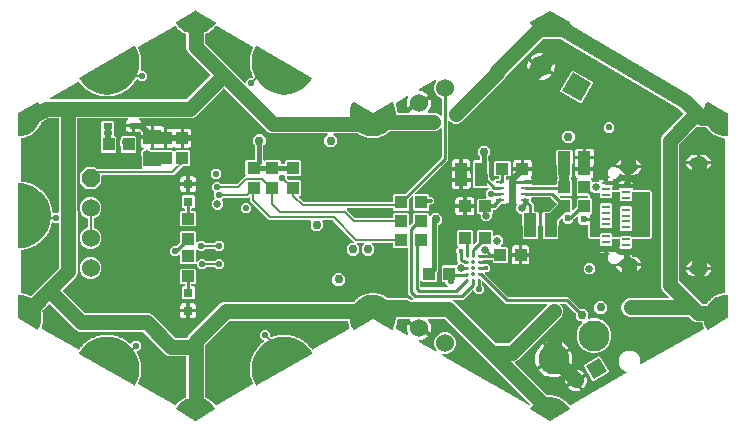
<source format=gbr>
G04 EAGLE Gerber RS-274X export*
G75*
%MOMM*%
%FSLAX34Y34*%
%LPD*%
%INTop Copper*%
%IPPOS*%
%AMOC8*
5,1,8,0,0,1.08239X$1,22.5*%
G01*
%ADD10P,1.649562X8X112.500000*%
%ADD11R,1.000000X1.100000*%
%ADD12R,1.500000X1.300000*%
%ADD13C,1.524000*%
%ADD14R,1.290000X1.290000*%
%ADD15C,1.290000*%
%ADD16C,0.254000*%
%ADD17R,1.100000X1.000000*%
%ADD18C,1.000000*%
%ADD19C,1.530000*%
%ADD20R,0.800000X0.800000*%
%ADD21R,0.800000X0.500000*%
%ADD22C,2.625000*%
%ADD23R,1.800000X1.800000*%
%ADD24C,1.800000*%
%ADD25R,0.750000X0.280000*%
%ADD26R,0.450000X1.600000*%
%ADD27R,0.700000X0.290000*%
%ADD28C,0.804800*%
%ADD29C,0.650000*%
%ADD30C,0.750000*%
%ADD31C,0.254000*%
%ADD32C,0.406400*%
%ADD33C,1.270000*%
%ADD34C,0.609600*%
%ADD35C,0.304800*%
%ADD36C,0.508000*%
%ADD37C,0.203200*%
%ADD38C,0.550000*%
%ADD39C,0.352400*%
%ADD40C,0.600000*%
%ADD41C,0.402400*%
%ADD42C,0.812800*%

G36*
X168250Y-71777D02*
X168250Y-71777D01*
X168322Y-71776D01*
X168371Y-71760D01*
X168422Y-71753D01*
X168530Y-71705D01*
X168555Y-71697D01*
X168562Y-71691D01*
X168576Y-71685D01*
X215508Y-44590D01*
X215525Y-44576D01*
X215545Y-44567D01*
X215619Y-44498D01*
X215698Y-44434D01*
X215710Y-44415D01*
X215726Y-44400D01*
X215775Y-44312D01*
X215829Y-44226D01*
X215834Y-44204D01*
X215845Y-44185D01*
X215863Y-44085D01*
X215886Y-43986D01*
X215884Y-43965D01*
X215888Y-43943D01*
X215873Y-43842D01*
X215864Y-43741D01*
X215856Y-43721D01*
X215852Y-43700D01*
X215806Y-43609D01*
X215766Y-43516D01*
X215751Y-43500D01*
X215741Y-43480D01*
X215669Y-43409D01*
X215600Y-43334D01*
X215581Y-43323D01*
X215565Y-43308D01*
X215418Y-43227D01*
X213063Y-42251D01*
X210524Y-39713D01*
X209150Y-36396D01*
X209150Y-32805D01*
X210524Y-29488D01*
X213063Y-26950D01*
X216380Y-25576D01*
X219970Y-25576D01*
X223287Y-26950D01*
X225825Y-29488D01*
X227199Y-32805D01*
X227199Y-36521D01*
X227215Y-36615D01*
X227223Y-36710D01*
X227235Y-36736D01*
X227239Y-36764D01*
X227284Y-36848D01*
X227322Y-36935D01*
X227341Y-36956D01*
X227354Y-36981D01*
X227423Y-37047D01*
X227487Y-37118D01*
X227512Y-37131D01*
X227533Y-37151D01*
X227619Y-37191D01*
X227702Y-37237D01*
X227730Y-37242D01*
X227756Y-37254D01*
X227850Y-37265D01*
X227944Y-37282D01*
X227972Y-37278D01*
X228000Y-37281D01*
X228093Y-37261D01*
X228188Y-37248D01*
X228220Y-37234D01*
X228240Y-37229D01*
X228269Y-37212D01*
X228341Y-37180D01*
X280943Y-6812D01*
X280983Y-6779D01*
X281028Y-6755D01*
X281077Y-6702D01*
X281134Y-6656D01*
X281161Y-6613D01*
X281196Y-6575D01*
X281226Y-6509D01*
X281264Y-6448D01*
X281276Y-6398D01*
X281297Y-6351D01*
X281305Y-6279D01*
X281322Y-6208D01*
X281317Y-6157D01*
X281322Y-6107D01*
X281302Y-5990D01*
X281300Y-5963D01*
X281296Y-5955D01*
X281294Y-5941D01*
X281083Y-5211D01*
X281069Y-5181D01*
X281040Y-5097D01*
X280776Y-4538D01*
X280785Y-4449D01*
X280802Y-4357D01*
X280797Y-4327D01*
X280800Y-4296D01*
X280772Y-4131D01*
X280422Y-2919D01*
X280409Y-2892D01*
X280404Y-2862D01*
X280357Y-2781D01*
X280317Y-2697D01*
X280296Y-2675D01*
X280281Y-2649D01*
X280210Y-2579D01*
X280170Y-2245D01*
X280143Y-2151D01*
X280122Y-2056D01*
X280109Y-2034D01*
X280101Y-2009D01*
X280046Y-1929D01*
X279996Y-1845D01*
X279976Y-1828D01*
X279961Y-1807D01*
X279883Y-1749D01*
X279809Y-1685D01*
X279785Y-1675D01*
X279764Y-1660D01*
X279671Y-1630D01*
X279581Y-1593D01*
X279548Y-1590D01*
X279530Y-1584D01*
X279497Y-1584D01*
X279414Y-1575D01*
X274709Y-1575D01*
X271814Y-376D01*
X268424Y3015D01*
X268350Y3068D01*
X268280Y3127D01*
X268250Y3139D01*
X268224Y3158D01*
X268137Y3185D01*
X268052Y3219D01*
X268011Y3224D01*
X267989Y3231D01*
X267957Y3230D01*
X267885Y3238D01*
X217509Y3238D01*
X214614Y4437D01*
X212399Y6652D01*
X211200Y9546D01*
X211200Y12679D01*
X212399Y15573D01*
X214614Y17788D01*
X217509Y18987D01*
X250613Y18987D01*
X250684Y18999D01*
X250756Y19001D01*
X250805Y19019D01*
X250856Y19027D01*
X250920Y19061D01*
X250987Y19085D01*
X251028Y19118D01*
X251074Y19142D01*
X251123Y19194D01*
X251179Y19239D01*
X251207Y19283D01*
X251243Y19320D01*
X251273Y19385D01*
X251312Y19446D01*
X251325Y19496D01*
X251347Y19543D01*
X251354Y19615D01*
X251372Y19684D01*
X251368Y19736D01*
X251374Y19788D01*
X251358Y19858D01*
X251353Y19929D01*
X251332Y19977D01*
X251321Y20028D01*
X251285Y20090D01*
X251257Y20156D01*
X251212Y20212D01*
X251195Y20239D01*
X251177Y20255D01*
X251152Y20287D01*
X248059Y23380D01*
X245737Y25702D01*
X244538Y28596D01*
X244538Y153966D01*
X245737Y156861D01*
X263681Y174805D01*
X263693Y174821D01*
X263708Y174834D01*
X263764Y174921D01*
X263825Y175005D01*
X263830Y175024D01*
X263841Y175041D01*
X263866Y175141D01*
X263897Y175240D01*
X263896Y175260D01*
X263901Y175279D01*
X263893Y175382D01*
X263891Y175486D01*
X263884Y175504D01*
X263882Y175524D01*
X263842Y175619D01*
X263806Y175717D01*
X263794Y175732D01*
X263786Y175751D01*
X263681Y175882D01*
X260265Y179298D01*
X260255Y179305D01*
X260247Y179315D01*
X260113Y179415D01*
X159582Y238640D01*
X159472Y238683D01*
X159363Y238727D01*
X159357Y238728D01*
X159353Y238729D01*
X159337Y238730D01*
X159196Y238745D01*
X145422Y238745D01*
X145332Y238731D01*
X145241Y238724D01*
X145211Y238711D01*
X145180Y238706D01*
X145099Y238663D01*
X145015Y238627D01*
X144983Y238602D01*
X144962Y238591D01*
X144940Y238567D01*
X144884Y238522D01*
X114268Y207906D01*
X114230Y207853D01*
X114184Y207806D01*
X114144Y207733D01*
X114124Y207707D01*
X114119Y207688D01*
X114103Y207659D01*
X113038Y205089D01*
X75898Y167949D01*
X73004Y166750D01*
X69871Y166750D01*
X66977Y167949D01*
X66007Y168919D01*
X65949Y168961D01*
X65897Y169010D01*
X65849Y169032D01*
X65807Y169063D01*
X65739Y169084D01*
X65673Y169114D01*
X65622Y169120D01*
X65572Y169135D01*
X65500Y169133D01*
X65429Y169141D01*
X65378Y169130D01*
X65326Y169129D01*
X65259Y169104D01*
X65189Y169089D01*
X65144Y169062D01*
X65095Y169044D01*
X65039Y168999D01*
X64978Y168963D01*
X64944Y168923D01*
X64903Y168891D01*
X64864Y168830D01*
X64818Y168776D01*
X64798Y168727D01*
X64770Y168684D01*
X64753Y168614D01*
X64726Y168548D01*
X64718Y168476D01*
X64710Y168445D01*
X64712Y168422D01*
X64707Y168381D01*
X64707Y135930D01*
X62847Y134070D01*
X37114Y108337D01*
X37072Y108279D01*
X37023Y108227D01*
X37001Y108179D01*
X36971Y108137D01*
X36950Y108069D01*
X36919Y108003D01*
X36914Y107952D01*
X36898Y107902D01*
X36900Y107830D01*
X36892Y107759D01*
X36903Y107708D01*
X36905Y107656D01*
X36929Y107589D01*
X36944Y107519D01*
X36971Y107474D01*
X36989Y107425D01*
X37034Y107369D01*
X37071Y107308D01*
X37110Y107274D01*
X37143Y107233D01*
X37203Y107194D01*
X37258Y107148D01*
X37306Y107128D01*
X37350Y107100D01*
X37419Y107083D01*
X37486Y107056D01*
X37557Y107048D01*
X37588Y107040D01*
X37611Y107042D01*
X37652Y107037D01*
X47469Y107037D01*
X48362Y106144D01*
X48362Y105648D01*
X48365Y105628D01*
X48363Y105609D01*
X48385Y105507D01*
X48402Y105405D01*
X48411Y105388D01*
X48416Y105368D01*
X48469Y105279D01*
X48517Y105188D01*
X48531Y105174D01*
X48542Y105157D01*
X48620Y105090D01*
X48695Y105018D01*
X48713Y105010D01*
X48729Y104997D01*
X48825Y104958D01*
X48918Y104915D01*
X48938Y104913D01*
X48957Y104905D01*
X49123Y104887D01*
X51136Y104887D01*
X53062Y102961D01*
X53062Y100239D01*
X51136Y98313D01*
X49123Y98313D01*
X49104Y98310D01*
X49084Y98312D01*
X48983Y98290D01*
X48881Y98274D01*
X48863Y98264D01*
X48844Y98260D01*
X48755Y98207D01*
X48663Y98158D01*
X48650Y98144D01*
X48633Y98134D01*
X48565Y98055D01*
X48494Y97980D01*
X48486Y97962D01*
X48473Y97947D01*
X48434Y97851D01*
X48390Y97757D01*
X48388Y97737D01*
X48381Y97719D01*
X48362Y97552D01*
X48362Y93881D01*
X47469Y92988D01*
X36206Y92988D01*
X35313Y93881D01*
X35313Y104698D01*
X35301Y104768D01*
X35299Y104840D01*
X35281Y104889D01*
X35273Y104940D01*
X35240Y105004D01*
X35215Y105071D01*
X35182Y105112D01*
X35158Y105158D01*
X35106Y105207D01*
X35061Y105263D01*
X35017Y105291D01*
X34980Y105327D01*
X34915Y105357D01*
X34854Y105396D01*
X34804Y105409D01*
X34757Y105431D01*
X34685Y105439D01*
X34616Y105456D01*
X34564Y105452D01*
X34512Y105458D01*
X34442Y105443D01*
X34371Y105437D01*
X34323Y105417D01*
X34272Y105406D01*
X34210Y105369D01*
X34144Y105341D01*
X34088Y105296D01*
X34061Y105279D01*
X34045Y105262D01*
X34013Y105236D01*
X31585Y102808D01*
X31532Y102734D01*
X31473Y102664D01*
X31460Y102634D01*
X31442Y102608D01*
X31415Y102521D01*
X31381Y102436D01*
X31376Y102395D01*
X31369Y102373D01*
X31370Y102341D01*
X31362Y102270D01*
X31362Y93881D01*
X30469Y92988D01*
X19206Y92988D01*
X18313Y93881D01*
X18313Y94298D01*
X18310Y94317D01*
X18312Y94337D01*
X18290Y94438D01*
X18273Y94540D01*
X18264Y94558D01*
X18259Y94577D01*
X18206Y94666D01*
X18158Y94758D01*
X18144Y94771D01*
X18133Y94788D01*
X18055Y94856D01*
X17980Y94927D01*
X17962Y94935D01*
X17946Y94948D01*
X17850Y94987D01*
X17757Y95031D01*
X17737Y95033D01*
X17718Y95040D01*
X17552Y95059D01*
X-20340Y95059D01*
X-20411Y95047D01*
X-20483Y95045D01*
X-20532Y95027D01*
X-20583Y95019D01*
X-20646Y94985D01*
X-20714Y94961D01*
X-20754Y94928D01*
X-20800Y94904D01*
X-20850Y94852D01*
X-20906Y94807D01*
X-20934Y94763D01*
X-20970Y94726D01*
X-21000Y94661D01*
X-21039Y94600D01*
X-21052Y94550D01*
X-21073Y94503D01*
X-21081Y94431D01*
X-21099Y94362D01*
X-21095Y94310D01*
X-21101Y94258D01*
X-21085Y94188D01*
X-21080Y94117D01*
X-21059Y94069D01*
X-21048Y94018D01*
X-21011Y93956D01*
X-20983Y93890D01*
X-20939Y93834D01*
X-20922Y93807D01*
X-20904Y93791D01*
X-20879Y93759D01*
X-20024Y92904D01*
X-14021Y86901D01*
X-13947Y86848D01*
X-13877Y86789D01*
X-13847Y86776D01*
X-13821Y86758D01*
X-13734Y86731D01*
X-13649Y86697D01*
X-13608Y86692D01*
X-13586Y86685D01*
X-13554Y86686D01*
X-13482Y86678D01*
X17552Y86678D01*
X17571Y86681D01*
X17591Y86679D01*
X17692Y86701D01*
X17794Y86718D01*
X17812Y86727D01*
X17831Y86732D01*
X17920Y86785D01*
X18012Y86833D01*
X18025Y86847D01*
X18042Y86858D01*
X18110Y86936D01*
X18181Y87011D01*
X18189Y87029D01*
X18202Y87045D01*
X18241Y87141D01*
X18285Y87234D01*
X18287Y87254D01*
X18294Y87273D01*
X18313Y87439D01*
X18313Y90269D01*
X19206Y91162D01*
X30469Y91162D01*
X31362Y90269D01*
X31362Y81602D01*
X31374Y81532D01*
X31376Y81460D01*
X31394Y81411D01*
X31402Y81360D01*
X31435Y81296D01*
X31460Y81229D01*
X31493Y81188D01*
X31517Y81142D01*
X31569Y81093D01*
X31614Y81037D01*
X31658Y81009D01*
X31695Y80973D01*
X31760Y80943D01*
X31821Y80904D01*
X31871Y80891D01*
X31918Y80869D01*
X31990Y80861D01*
X32059Y80844D01*
X32111Y80848D01*
X32163Y80842D01*
X32233Y80857D01*
X32304Y80863D01*
X32352Y80883D01*
X32403Y80894D01*
X32465Y80931D01*
X32531Y80959D01*
X32587Y81004D01*
X32614Y81021D01*
X32630Y81038D01*
X32662Y81064D01*
X35090Y83492D01*
X35143Y83566D01*
X35202Y83636D01*
X35215Y83666D01*
X35233Y83692D01*
X35260Y83779D01*
X35294Y83864D01*
X35299Y83905D01*
X35306Y83927D01*
X35305Y83959D01*
X35313Y84030D01*
X35313Y90269D01*
X36206Y91162D01*
X47469Y91162D01*
X48362Y90269D01*
X48362Y89410D01*
X48374Y89339D01*
X48376Y89267D01*
X48394Y89218D01*
X48402Y89167D01*
X48436Y89104D01*
X48460Y89036D01*
X48493Y88996D01*
X48517Y88950D01*
X48569Y88900D01*
X48614Y88844D01*
X48658Y88816D01*
X48695Y88780D01*
X48760Y88750D01*
X48821Y88711D01*
X48871Y88698D01*
X48918Y88677D01*
X48990Y88669D01*
X49059Y88651D01*
X49111Y88655D01*
X49163Y88649D01*
X49233Y88665D01*
X49304Y88670D01*
X49352Y88691D01*
X49403Y88702D01*
X49465Y88738D01*
X49531Y88767D01*
X49587Y88811D01*
X49614Y88828D01*
X49630Y88846D01*
X49662Y88871D01*
X51790Y91000D01*
X56160Y91000D01*
X59250Y87910D01*
X59250Y83540D01*
X56586Y80877D01*
X56533Y80803D01*
X56474Y80733D01*
X56461Y80703D01*
X56443Y80677D01*
X56416Y80590D01*
X56382Y80505D01*
X56377Y80464D01*
X56370Y80442D01*
X56371Y80410D01*
X56363Y80338D01*
X56363Y42371D01*
X55398Y41405D01*
X55354Y41345D01*
X55317Y41306D01*
X55311Y41292D01*
X55285Y41262D01*
X55273Y41232D01*
X55254Y41205D01*
X55227Y41119D01*
X55193Y41034D01*
X55189Y40993D01*
X55182Y40970D01*
X55183Y40938D01*
X55175Y40867D01*
X55175Y33556D01*
X54282Y32663D01*
X43018Y32663D01*
X42194Y33487D01*
X42136Y33529D01*
X42084Y33578D01*
X42037Y33600D01*
X41995Y33630D01*
X41926Y33652D01*
X41861Y33682D01*
X41809Y33688D01*
X41759Y33703D01*
X41688Y33701D01*
X41617Y33709D01*
X41566Y33698D01*
X41514Y33696D01*
X41446Y33672D01*
X41376Y33657D01*
X41331Y33630D01*
X41283Y33612D01*
X41227Y33567D01*
X41165Y33530D01*
X41131Y33491D01*
X41091Y33458D01*
X41052Y33398D01*
X41005Y33344D01*
X40986Y33295D01*
X40958Y33251D01*
X40940Y33182D01*
X40913Y33115D01*
X40905Y33044D01*
X40897Y33013D01*
X40899Y32990D01*
X40895Y32949D01*
X40895Y28956D01*
X40898Y28936D01*
X40896Y28917D01*
X40918Y28815D01*
X40934Y28713D01*
X40944Y28696D01*
X40948Y28676D01*
X41001Y28587D01*
X41050Y28496D01*
X41064Y28482D01*
X41074Y28465D01*
X41153Y28398D01*
X41228Y28326D01*
X41246Y28318D01*
X41261Y28305D01*
X41357Y28266D01*
X41451Y28223D01*
X41471Y28221D01*
X41489Y28213D01*
X41656Y28195D01*
X63935Y28195D01*
X64005Y28206D01*
X64077Y28208D01*
X64126Y28226D01*
X64177Y28234D01*
X64241Y28268D01*
X64308Y28293D01*
X64349Y28325D01*
X64395Y28350D01*
X64444Y28402D01*
X64500Y28446D01*
X64528Y28490D01*
X64564Y28528D01*
X64594Y28593D01*
X64633Y28653D01*
X64646Y28704D01*
X64668Y28751D01*
X64676Y28822D01*
X64693Y28892D01*
X64689Y28944D01*
X64695Y28995D01*
X64680Y29066D01*
X64674Y29137D01*
X64654Y29185D01*
X64643Y29236D01*
X64606Y29297D01*
X64578Y29363D01*
X64533Y29419D01*
X64516Y29447D01*
X64499Y29462D01*
X64473Y29494D01*
X62400Y31567D01*
X62400Y31902D01*
X62397Y31921D01*
X62399Y31941D01*
X62377Y32042D01*
X62361Y32144D01*
X62351Y32162D01*
X62347Y32181D01*
X62294Y32270D01*
X62245Y32362D01*
X62231Y32375D01*
X62221Y32392D01*
X62142Y32460D01*
X62067Y32531D01*
X62049Y32539D01*
X62034Y32552D01*
X61938Y32591D01*
X61844Y32635D01*
X61824Y32637D01*
X61806Y32644D01*
X61639Y32663D01*
X60018Y32663D01*
X59125Y33556D01*
X59125Y45819D01*
X60018Y46712D01*
X70618Y46712D01*
X70709Y46727D01*
X70799Y46734D01*
X70829Y46747D01*
X70861Y46752D01*
X70942Y46795D01*
X71026Y46830D01*
X71058Y46856D01*
X71079Y46867D01*
X71101Y46890D01*
X71157Y46935D01*
X73096Y48875D01*
X73108Y48891D01*
X73123Y48903D01*
X73180Y48991D01*
X73240Y49075D01*
X73246Y49094D01*
X73256Y49110D01*
X73282Y49211D01*
X73312Y49310D01*
X73312Y49330D01*
X73317Y49349D01*
X73309Y49452D01*
X73306Y49556D01*
X73299Y49574D01*
X73297Y49594D01*
X73257Y49689D01*
X73221Y49787D01*
X73209Y49802D01*
X73201Y49820D01*
X73096Y49951D01*
X72326Y50722D01*
X72326Y56469D01*
X72311Y56559D01*
X72304Y56650D01*
X72291Y56680D01*
X72286Y56712D01*
X72243Y56793D01*
X72208Y56877D01*
X72182Y56909D01*
X72171Y56929D01*
X72148Y56951D01*
X72103Y57008D01*
X71584Y57527D01*
X71584Y60456D01*
X73153Y62026D01*
X73195Y62084D01*
X73244Y62136D01*
X73266Y62183D01*
X73297Y62225D01*
X73318Y62294D01*
X73348Y62359D01*
X73354Y62411D01*
X73369Y62461D01*
X73367Y62532D01*
X73375Y62603D01*
X73364Y62654D01*
X73363Y62706D01*
X73338Y62774D01*
X73323Y62844D01*
X73296Y62889D01*
X73278Y62937D01*
X73233Y62993D01*
X73197Y63055D01*
X73157Y63089D01*
X73124Y63129D01*
X73064Y63168D01*
X73010Y63215D01*
X72961Y63234D01*
X72918Y63262D01*
X72848Y63280D01*
X72781Y63307D01*
X72710Y63315D01*
X72685Y63321D01*
X71788Y64218D01*
X71788Y75482D01*
X72681Y76375D01*
X84944Y76375D01*
X85837Y75482D01*
X85837Y65665D01*
X85849Y65594D01*
X85851Y65522D01*
X85869Y65473D01*
X85877Y65422D01*
X85911Y65359D01*
X85935Y65291D01*
X85968Y65251D01*
X85992Y65205D01*
X86044Y65155D01*
X86089Y65099D01*
X86133Y65071D01*
X86170Y65035D01*
X86235Y65005D01*
X86296Y64966D01*
X86346Y64954D01*
X86393Y64932D01*
X86465Y64924D01*
X86534Y64906D01*
X86586Y64910D01*
X86638Y64905D01*
X86708Y64920D01*
X86779Y64925D01*
X86827Y64946D01*
X86878Y64957D01*
X86940Y64994D01*
X87006Y65022D01*
X87062Y65067D01*
X87089Y65083D01*
X87105Y65101D01*
X87137Y65127D01*
X88565Y66555D01*
X88618Y66629D01*
X88677Y66698D01*
X88689Y66728D01*
X88708Y66754D01*
X88735Y66841D01*
X88769Y66926D01*
X88774Y66967D01*
X88781Y66989D01*
X88780Y67022D01*
X88788Y67093D01*
X88788Y75482D01*
X89681Y76375D01*
X101944Y76375D01*
X102837Y75482D01*
X102837Y72489D01*
X102849Y72418D01*
X102851Y72347D01*
X102869Y72298D01*
X102877Y72246D01*
X102910Y72183D01*
X102935Y72116D01*
X102968Y72075D01*
X102992Y72029D01*
X103044Y71979D01*
X103089Y71924D01*
X103133Y71895D01*
X103170Y71860D01*
X103236Y71829D01*
X103296Y71791D01*
X103346Y71778D01*
X103393Y71756D01*
X103465Y71748D01*
X103534Y71730D01*
X103586Y71735D01*
X103638Y71729D01*
X103708Y71744D01*
X103780Y71750D01*
X103827Y71770D01*
X103878Y71781D01*
X103940Y71818D01*
X104006Y71846D01*
X104062Y71891D01*
X104089Y71907D01*
X104105Y71925D01*
X104137Y71951D01*
X104385Y72199D01*
X108340Y72199D01*
X111137Y69402D01*
X111137Y65446D01*
X109578Y63887D01*
X109536Y63829D01*
X109487Y63777D01*
X109465Y63729D01*
X109434Y63687D01*
X109413Y63619D01*
X109383Y63553D01*
X109377Y63502D01*
X109362Y63452D01*
X109364Y63380D01*
X109356Y63309D01*
X109367Y63258D01*
X109368Y63206D01*
X109393Y63139D01*
X109408Y63069D01*
X109435Y63024D01*
X109453Y62975D01*
X109498Y62919D01*
X109534Y62858D01*
X109574Y62824D01*
X109606Y62783D01*
X109667Y62744D01*
X109721Y62698D01*
X109769Y62678D01*
X109813Y62650D01*
X109883Y62633D01*
X109949Y62606D01*
X110021Y62598D01*
X110052Y62590D01*
X110075Y62592D01*
X110116Y62587D01*
X114607Y62587D01*
X115500Y61694D01*
X115500Y49431D01*
X114607Y48538D01*
X103343Y48538D01*
X102450Y49431D01*
X102450Y50894D01*
X102447Y50914D01*
X102449Y50933D01*
X102427Y51035D01*
X102411Y51137D01*
X102401Y51154D01*
X102397Y51174D01*
X102344Y51263D01*
X102295Y51354D01*
X102281Y51368D01*
X102271Y51385D01*
X102192Y51452D01*
X102117Y51524D01*
X102099Y51532D01*
X102084Y51545D01*
X101988Y51584D01*
X101894Y51627D01*
X101874Y51629D01*
X101856Y51637D01*
X101689Y51655D01*
X95071Y51655D01*
X94956Y51636D01*
X94836Y51618D01*
X94833Y51616D01*
X94829Y51616D01*
X94724Y51560D01*
X94618Y51505D01*
X94615Y51502D01*
X94611Y51500D01*
X94529Y51414D01*
X94447Y51329D01*
X94445Y51325D01*
X94442Y51322D01*
X94391Y51214D01*
X94341Y51107D01*
X94340Y51103D01*
X94338Y51099D01*
X94325Y50982D01*
X94311Y50863D01*
X94312Y50858D01*
X94311Y50855D01*
X94314Y50841D01*
X94336Y50697D01*
X94466Y50211D01*
X90725Y50211D01*
X90706Y50208D01*
X90686Y50210D01*
X90585Y50188D01*
X90483Y50172D01*
X90465Y50162D01*
X90446Y50158D01*
X90356Y50105D01*
X90265Y50057D01*
X90252Y50042D01*
X90234Y50032D01*
X90167Y49953D01*
X90096Y49878D01*
X90087Y49860D01*
X90074Y49845D01*
X90036Y49749D01*
X89992Y49655D01*
X89990Y49635D01*
X89983Y49617D01*
X89964Y49450D01*
X89967Y49430D01*
X89965Y49411D01*
X89965Y49410D01*
X89987Y49309D01*
X90004Y49207D01*
X90013Y49190D01*
X90017Y49170D01*
X90071Y49081D01*
X90119Y48990D01*
X90133Y48976D01*
X90144Y48959D01*
X90222Y48892D01*
X90297Y48820D01*
X90315Y48812D01*
X90330Y48799D01*
X90427Y48760D01*
X90520Y48717D01*
X90540Y48715D01*
X90559Y48707D01*
X90725Y48689D01*
X94513Y48689D01*
X94537Y48585D01*
X94562Y48468D01*
X94564Y48465D01*
X94565Y48461D01*
X94628Y48359D01*
X94688Y48257D01*
X94691Y48254D01*
X94694Y48251D01*
X94785Y48174D01*
X94875Y48097D01*
X94879Y48096D01*
X94882Y48093D01*
X94992Y48050D01*
X95103Y48005D01*
X95108Y48005D01*
X95111Y48003D01*
X95125Y48003D01*
X95270Y47987D01*
X98229Y47987D01*
X100301Y45915D01*
X100301Y42985D01*
X98229Y40913D01*
X96639Y40913D01*
X96569Y40902D01*
X96497Y40900D01*
X96448Y40882D01*
X96397Y40874D01*
X96333Y40840D01*
X96266Y40815D01*
X96225Y40783D01*
X96179Y40758D01*
X96130Y40706D01*
X96074Y40662D01*
X96046Y40618D01*
X96010Y40580D01*
X95980Y40515D01*
X95941Y40455D01*
X95928Y40404D01*
X95906Y40357D01*
X95898Y40286D01*
X95881Y40216D01*
X95885Y40164D01*
X95879Y40113D01*
X95894Y40042D01*
X95900Y39971D01*
X95920Y39923D01*
X95931Y39872D01*
X95968Y39811D01*
X95996Y39745D01*
X96041Y39689D01*
X96058Y39661D01*
X96075Y39646D01*
X96101Y39614D01*
X115472Y20243D01*
X115546Y20190D01*
X115616Y20130D01*
X115646Y20118D01*
X115672Y20099D01*
X115759Y20072D01*
X115844Y20038D01*
X115885Y20034D01*
X115907Y20027D01*
X115939Y20028D01*
X116010Y20020D01*
X166478Y20020D01*
X176434Y10064D01*
X176508Y10011D01*
X176577Y9952D01*
X176607Y9940D01*
X176633Y9921D01*
X176720Y9894D01*
X176805Y9860D01*
X176846Y9855D01*
X176868Y9848D01*
X176901Y9849D01*
X176972Y9841D01*
X180164Y9841D01*
X183254Y6751D01*
X183254Y2298D01*
X183261Y2253D01*
X183259Y2207D01*
X183281Y2132D01*
X183293Y2055D01*
X183315Y2015D01*
X183328Y1971D01*
X183372Y1907D01*
X183408Y1838D01*
X183442Y1806D01*
X183468Y1769D01*
X183530Y1722D01*
X183587Y1668D01*
X183629Y1649D01*
X183665Y1622D01*
X183739Y1598D01*
X183810Y1565D01*
X183856Y1560D01*
X183899Y1546D01*
X183977Y1546D01*
X184054Y1538D01*
X184099Y1547D01*
X184145Y1548D01*
X184277Y1586D01*
X184295Y1590D01*
X184299Y1593D01*
X184306Y1595D01*
X185270Y1994D01*
X191098Y1994D01*
X196483Y-236D01*
X200604Y-4357D01*
X202834Y-9742D01*
X202834Y-15570D01*
X200604Y-20954D01*
X196483Y-25075D01*
X191098Y-27305D01*
X185270Y-27305D01*
X179886Y-25075D01*
X175765Y-20954D01*
X173535Y-15570D01*
X173535Y-9742D01*
X175765Y-4357D01*
X178114Y-2008D01*
X178156Y-1950D01*
X178206Y-1898D01*
X178228Y-1850D01*
X178258Y-1808D01*
X178279Y-1740D01*
X178309Y-1674D01*
X178315Y-1623D01*
X178330Y-1573D01*
X178329Y-1501D01*
X178336Y-1430D01*
X178325Y-1379D01*
X178324Y-1327D01*
X178299Y-1260D01*
X178284Y-1190D01*
X178257Y-1145D01*
X178240Y-1096D01*
X178195Y-1040D01*
X178158Y-979D01*
X178118Y-945D01*
X178086Y-904D01*
X178026Y-865D01*
X177971Y-819D01*
X177923Y-799D01*
X177879Y-771D01*
X177809Y-753D01*
X177743Y-727D01*
X177672Y-719D01*
X177640Y-711D01*
X177617Y-713D01*
X177576Y-708D01*
X175794Y-708D01*
X172704Y2382D01*
X172704Y5574D01*
X172689Y5664D01*
X172682Y5755D01*
X172670Y5784D01*
X172664Y5816D01*
X172622Y5897D01*
X172586Y5981D01*
X172560Y6013D01*
X172549Y6034D01*
X172526Y6056D01*
X172481Y6112D01*
X164386Y14207D01*
X164312Y14260D01*
X164242Y14320D01*
X164212Y14332D01*
X164186Y14351D01*
X164099Y14378D01*
X164014Y14412D01*
X163973Y14416D01*
X163951Y14423D01*
X163919Y14422D01*
X163848Y14430D01*
X160469Y14430D01*
X160398Y14419D01*
X160327Y14417D01*
X160278Y14399D01*
X160226Y14391D01*
X160163Y14357D01*
X160096Y14332D01*
X160055Y14300D01*
X160009Y14275D01*
X159960Y14223D01*
X159904Y14179D01*
X159875Y14135D01*
X159840Y14097D01*
X159809Y14032D01*
X159771Y13972D01*
X159758Y13921D01*
X159736Y13874D01*
X159728Y13803D01*
X159711Y13733D01*
X159715Y13681D01*
X159709Y13630D01*
X159724Y13559D01*
X159730Y13488D01*
X159750Y13440D01*
X159761Y13389D01*
X159798Y13328D01*
X159826Y13262D01*
X159871Y13206D01*
X159887Y13178D01*
X159905Y13163D01*
X159931Y13131D01*
X160663Y12398D01*
X161862Y9504D01*
X161862Y6371D01*
X160663Y3477D01*
X123454Y-33732D01*
X121600Y-34500D01*
X121561Y-34524D01*
X121518Y-34540D01*
X121457Y-34589D01*
X121391Y-34630D01*
X121362Y-34665D01*
X121326Y-34694D01*
X121284Y-34759D01*
X121234Y-34819D01*
X121218Y-34862D01*
X121193Y-34901D01*
X121174Y-34976D01*
X121146Y-35049D01*
X121144Y-35095D01*
X121133Y-35139D01*
X121139Y-35217D01*
X121136Y-35295D01*
X121149Y-35339D01*
X121152Y-35384D01*
X121183Y-35456D01*
X121204Y-35531D01*
X121230Y-35569D01*
X121248Y-35611D01*
X121334Y-35717D01*
X121345Y-35733D01*
X121349Y-35736D01*
X121353Y-35742D01*
X148669Y-63057D01*
X148692Y-63074D01*
X148711Y-63097D01*
X148792Y-63146D01*
X148868Y-63200D01*
X148896Y-63209D01*
X148921Y-63224D01*
X149013Y-63245D01*
X149103Y-63273D01*
X149133Y-63272D01*
X149161Y-63279D01*
X149329Y-63270D01*
X149749Y-63202D01*
X149833Y-63235D01*
X149916Y-63277D01*
X149946Y-63281D01*
X149974Y-63292D01*
X150141Y-63311D01*
X151409Y-63311D01*
X151439Y-63306D01*
X151469Y-63308D01*
X151560Y-63286D01*
X151652Y-63271D01*
X151679Y-63257D01*
X151708Y-63250D01*
X151795Y-63201D01*
X152411Y-63301D01*
X152444Y-63301D01*
X152533Y-63311D01*
X153151Y-63311D01*
X153228Y-63357D01*
X153304Y-63412D01*
X153333Y-63421D01*
X153359Y-63436D01*
X153520Y-63481D01*
X154772Y-63685D01*
X154802Y-63685D01*
X154832Y-63692D01*
X154925Y-63684D01*
X155018Y-63684D01*
X155047Y-63675D01*
X155077Y-63672D01*
X155170Y-63638D01*
X155762Y-63836D01*
X155795Y-63841D01*
X155881Y-63865D01*
X156492Y-63964D01*
X156560Y-64022D01*
X156626Y-64088D01*
X156653Y-64102D01*
X156676Y-64121D01*
X156828Y-64191D01*
X158031Y-64593D01*
X158061Y-64598D01*
X158089Y-64610D01*
X158182Y-64617D01*
X158274Y-64632D01*
X158304Y-64627D01*
X158334Y-64630D01*
X158432Y-64611D01*
X158985Y-64901D01*
X159016Y-64911D01*
X159097Y-64949D01*
X159684Y-65145D01*
X159742Y-65213D01*
X159797Y-65289D01*
X159821Y-65306D01*
X159841Y-65329D01*
X159980Y-65423D01*
X161103Y-66013D01*
X161132Y-66022D01*
X161157Y-66038D01*
X161248Y-66061D01*
X161336Y-66090D01*
X161367Y-66090D01*
X161396Y-66097D01*
X161495Y-66094D01*
X161995Y-66470D01*
X162024Y-66485D01*
X162098Y-66535D01*
X162646Y-66822D01*
X162692Y-66899D01*
X162734Y-66982D01*
X162755Y-67004D01*
X162771Y-67030D01*
X162893Y-67145D01*
X163907Y-67907D01*
X163934Y-67921D01*
X163956Y-67941D01*
X164042Y-67977D01*
X164125Y-68021D01*
X164155Y-68025D01*
X164183Y-68037D01*
X164281Y-68050D01*
X164714Y-68500D01*
X164740Y-68520D01*
X164805Y-68582D01*
X165300Y-68953D01*
X165333Y-69036D01*
X165361Y-69125D01*
X165379Y-69150D01*
X165390Y-69178D01*
X165492Y-69311D01*
X166371Y-70226D01*
X166395Y-70244D01*
X166414Y-70267D01*
X166493Y-70317D01*
X166567Y-70373D01*
X166596Y-70383D01*
X166622Y-70399D01*
X166717Y-70427D01*
X167072Y-70941D01*
X167095Y-70965D01*
X167149Y-71036D01*
X167646Y-71553D01*
X167687Y-71584D01*
X167722Y-71622D01*
X167785Y-71657D01*
X167843Y-71701D01*
X167892Y-71717D01*
X167937Y-71742D01*
X168008Y-71755D01*
X168076Y-71778D01*
X168128Y-71778D01*
X168178Y-71787D01*
X168250Y-71777D01*
G37*
G36*
X-156853Y-14331D02*
X-156853Y-14331D01*
X-156737Y-14314D01*
X-156732Y-14312D01*
X-156725Y-14311D01*
X-156623Y-14256D01*
X-156518Y-14203D01*
X-156513Y-14198D01*
X-156508Y-14195D01*
X-156428Y-14111D01*
X-156346Y-14027D01*
X-156342Y-14021D01*
X-156339Y-14017D01*
X-156331Y-14000D01*
X-156265Y-13880D01*
X-155901Y-13002D01*
X-128286Y14613D01*
X-125391Y15812D01*
X-15693Y15812D01*
X-15584Y15830D01*
X-15474Y15845D01*
X-15463Y15850D01*
X-15451Y15852D01*
X-15353Y15904D01*
X-15253Y15953D01*
X-15242Y15963D01*
X-15233Y15967D01*
X-15215Y15987D01*
X-15128Y16064D01*
X-14367Y16909D01*
X-14352Y16932D01*
X-14332Y16951D01*
X-14286Y17035D01*
X-14234Y17116D01*
X-14227Y17143D01*
X-14214Y17167D01*
X-14189Y17275D01*
X-13708Y17657D01*
X-13687Y17680D01*
X-13615Y17744D01*
X-13209Y18195D01*
X-13206Y18195D01*
X-13115Y18222D01*
X-13021Y18243D01*
X-12997Y18257D01*
X-12970Y18265D01*
X-12828Y18354D01*
X-11723Y19230D01*
X-11704Y19251D01*
X-11681Y19266D01*
X-11622Y19341D01*
X-11557Y19412D01*
X-11546Y19437D01*
X-11529Y19459D01*
X-11487Y19562D01*
X-10949Y19857D01*
X-10924Y19877D01*
X-10843Y19928D01*
X-10366Y20305D01*
X-10364Y20305D01*
X-10269Y20316D01*
X-10173Y20321D01*
X-10147Y20331D01*
X-10120Y20334D01*
X-9965Y20398D01*
X-8729Y21078D01*
X-8707Y21095D01*
X-8682Y21106D01*
X-8611Y21170D01*
X-8535Y21229D01*
X-8520Y21253D01*
X-8499Y21271D01*
X-8441Y21365D01*
X-7861Y21567D01*
X-7833Y21582D01*
X-7745Y21619D01*
X-7212Y21911D01*
X-7210Y21911D01*
X-7114Y21906D01*
X-7019Y21894D01*
X-6992Y21900D01*
X-6964Y21899D01*
X-6801Y21936D01*
X-5469Y22400D01*
X-5444Y22413D01*
X-5417Y22420D01*
X-5337Y22472D01*
X-5253Y22517D01*
X-5234Y22538D01*
X-5210Y22553D01*
X-5137Y22635D01*
X-4532Y22738D01*
X-4501Y22748D01*
X-4408Y22769D01*
X-3834Y22969D01*
X-3832Y22968D01*
X-3739Y22948D01*
X-3647Y22920D01*
X-3619Y22921D01*
X-3592Y22915D01*
X-3424Y22925D01*
X-2034Y23160D01*
X-2007Y23169D01*
X-1980Y23171D01*
X-1892Y23209D01*
X-1801Y23240D01*
X-1779Y23257D01*
X-1753Y23268D01*
X-1667Y23337D01*
X-1053Y23337D01*
X-1021Y23342D01*
X-926Y23347D01*
X-327Y23449D01*
X-325Y23447D01*
X-236Y23411D01*
X-150Y23369D01*
X-123Y23366D01*
X-97Y23355D01*
X70Y23337D01*
X1480Y23337D01*
X1508Y23341D01*
X1535Y23339D01*
X1629Y23361D01*
X1723Y23377D01*
X1747Y23390D01*
X1775Y23396D01*
X1871Y23450D01*
X2476Y23347D01*
X2509Y23347D01*
X2603Y23337D01*
X3211Y23337D01*
X3213Y23335D01*
X3294Y23285D01*
X3372Y23229D01*
X3399Y23221D01*
X3422Y23206D01*
X3584Y23160D01*
X4974Y22925D01*
X5002Y22925D01*
X5029Y22918D01*
X5124Y22924D01*
X5220Y22924D01*
X5247Y22932D01*
X5274Y22934D01*
X5379Y22971D01*
X5958Y22769D01*
X5990Y22764D01*
X6082Y22738D01*
X6681Y22636D01*
X6682Y22634D01*
X6754Y22571D01*
X6822Y22503D01*
X6846Y22491D01*
X6867Y22472D01*
X7019Y22400D01*
X8351Y21936D01*
X8378Y21931D01*
X8403Y21920D01*
X8498Y21910D01*
X8593Y21894D01*
X8620Y21898D01*
X8648Y21895D01*
X8757Y21914D01*
X9295Y21619D01*
X9325Y21608D01*
X9411Y21567D01*
X9985Y21367D01*
X9986Y21365D01*
X10047Y21291D01*
X10102Y21212D01*
X10124Y21196D01*
X10142Y21174D01*
X10279Y21078D01*
X11515Y20398D01*
X11541Y20389D01*
X11564Y20373D01*
X11656Y20348D01*
X11747Y20316D01*
X11774Y20316D01*
X11801Y20308D01*
X11912Y20309D01*
X12393Y19928D01*
X12421Y19912D01*
X12499Y19857D01*
X13120Y19516D01*
X13176Y19468D01*
X13237Y19405D01*
X13269Y19389D01*
X13296Y19365D01*
X13377Y19332D01*
X13455Y19292D01*
X13491Y19287D01*
X13524Y19273D01*
X13691Y19255D01*
X29874Y19255D01*
X32768Y18056D01*
X33201Y17623D01*
X33275Y17569D01*
X33345Y17510D01*
X33375Y17498D01*
X33401Y17479D01*
X33488Y17452D01*
X33573Y17418D01*
X33614Y17414D01*
X33636Y17407D01*
X33668Y17408D01*
X33740Y17400D01*
X33960Y17400D01*
X34031Y17411D01*
X34103Y17413D01*
X34152Y17431D01*
X34203Y17439D01*
X34266Y17473D01*
X34334Y17498D01*
X34374Y17530D01*
X34420Y17555D01*
X34470Y17607D01*
X34526Y17651D01*
X34554Y17695D01*
X34590Y17733D01*
X34620Y17798D01*
X34659Y17858D01*
X34671Y17909D01*
X34693Y17956D01*
X34701Y18027D01*
X34719Y18097D01*
X34715Y18149D01*
X34720Y18200D01*
X34705Y18271D01*
X34700Y18342D01*
X34679Y18390D01*
X34668Y18441D01*
X34631Y18502D01*
X34603Y18568D01*
X34558Y18624D01*
X34542Y18652D01*
X34524Y18667D01*
X34498Y18699D01*
X32403Y20795D01*
X30543Y22655D01*
X30543Y60477D01*
X30540Y60496D01*
X30542Y60516D01*
X30520Y60617D01*
X30503Y60719D01*
X30494Y60737D01*
X30489Y60756D01*
X30436Y60845D01*
X30388Y60937D01*
X30374Y60950D01*
X30363Y60967D01*
X30285Y61035D01*
X30210Y61106D01*
X30192Y61114D01*
X30176Y61127D01*
X30080Y61166D01*
X29987Y61210D01*
X29967Y61212D01*
X29948Y61219D01*
X29782Y61238D01*
X19206Y61238D01*
X18313Y62131D01*
X18313Y64961D01*
X18310Y64980D01*
X18312Y65000D01*
X18290Y65101D01*
X18273Y65203D01*
X18264Y65221D01*
X18259Y65240D01*
X18206Y65329D01*
X18158Y65421D01*
X18144Y65434D01*
X18133Y65451D01*
X18055Y65519D01*
X17980Y65590D01*
X17962Y65598D01*
X17946Y65611D01*
X17850Y65650D01*
X17757Y65694D01*
X17737Y65696D01*
X17718Y65703D01*
X17552Y65722D01*
X726Y65722D01*
X655Y65710D01*
X583Y65708D01*
X534Y65690D01*
X483Y65682D01*
X420Y65648D01*
X352Y65624D01*
X312Y65591D01*
X266Y65567D01*
X216Y65515D01*
X160Y65470D01*
X132Y65426D01*
X96Y65389D01*
X66Y65324D01*
X27Y65263D01*
X14Y65213D01*
X-8Y65166D01*
X-15Y65094D01*
X-33Y65025D01*
X-29Y64973D01*
X-35Y64921D01*
X-19Y64851D01*
X-14Y64780D01*
X7Y64732D01*
X18Y64681D01*
X54Y64619D01*
X83Y64553D01*
X127Y64497D01*
X144Y64470D01*
X162Y64454D01*
X187Y64422D01*
X2100Y62510D01*
X2100Y58140D01*
X-990Y55050D01*
X-5360Y55050D01*
X-8450Y58140D01*
X-8450Y62510D01*
X-6537Y64422D01*
X-6496Y64480D01*
X-6446Y64532D01*
X-6424Y64580D01*
X-6394Y64622D01*
X-6373Y64690D01*
X-6343Y64756D01*
X-6337Y64807D01*
X-6321Y64857D01*
X-6323Y64929D01*
X-6315Y65000D01*
X-6326Y65051D01*
X-6328Y65103D01*
X-6352Y65170D01*
X-6368Y65240D01*
X-6394Y65285D01*
X-6412Y65334D01*
X-6457Y65390D01*
X-6494Y65451D01*
X-6533Y65485D01*
X-6566Y65526D01*
X-6626Y65565D01*
X-6681Y65611D01*
X-6729Y65631D01*
X-6773Y65659D01*
X-6842Y65676D01*
X-6909Y65703D01*
X-6980Y65711D01*
X-7011Y65719D01*
X-7035Y65717D01*
X-7076Y65722D01*
X-11974Y65722D01*
X-12045Y65710D01*
X-12117Y65708D01*
X-12166Y65690D01*
X-12217Y65682D01*
X-12280Y65648D01*
X-12348Y65624D01*
X-12388Y65591D01*
X-12434Y65567D01*
X-12484Y65515D01*
X-12540Y65470D01*
X-12568Y65426D01*
X-12604Y65389D01*
X-12634Y65324D01*
X-12673Y65263D01*
X-12686Y65213D01*
X-12707Y65166D01*
X-12715Y65094D01*
X-12733Y65025D01*
X-12729Y64973D01*
X-12735Y64921D01*
X-12719Y64851D01*
X-12714Y64780D01*
X-12693Y64732D01*
X-12682Y64681D01*
X-12646Y64619D01*
X-12617Y64553D01*
X-12573Y64497D01*
X-12556Y64470D01*
X-12538Y64454D01*
X-12513Y64422D01*
X-10600Y62510D01*
X-10600Y58140D01*
X-13690Y55050D01*
X-18060Y55050D01*
X-21150Y58140D01*
X-21150Y62510D01*
X-18060Y65600D01*
X-15735Y65600D01*
X-15664Y65611D01*
X-15592Y65613D01*
X-15543Y65631D01*
X-15492Y65639D01*
X-15429Y65673D01*
X-15361Y65698D01*
X-15320Y65730D01*
X-15275Y65755D01*
X-15225Y65806D01*
X-15169Y65851D01*
X-15141Y65895D01*
X-15105Y65933D01*
X-15075Y65998D01*
X-15036Y66058D01*
X-15023Y66109D01*
X-15002Y66156D01*
X-14994Y66227D01*
X-14976Y66297D01*
X-14980Y66349D01*
X-14974Y66400D01*
X-14990Y66471D01*
X-14995Y66542D01*
X-15016Y66590D01*
X-15027Y66641D01*
X-15064Y66702D01*
X-15092Y66768D01*
X-15136Y66824D01*
X-15153Y66852D01*
X-15171Y66867D01*
X-15196Y66899D01*
X-32846Y84549D01*
X-32920Y84602D01*
X-32989Y84661D01*
X-33019Y84674D01*
X-33046Y84692D01*
X-33133Y84719D01*
X-33217Y84753D01*
X-33258Y84758D01*
X-33281Y84765D01*
X-33313Y84764D01*
X-33384Y84772D01*
X-41112Y84772D01*
X-41183Y84760D01*
X-41254Y84758D01*
X-41303Y84740D01*
X-41355Y84732D01*
X-41418Y84699D01*
X-41485Y84674D01*
X-41526Y84641D01*
X-41572Y84617D01*
X-41621Y84565D01*
X-41677Y84520D01*
X-41705Y84476D01*
X-41741Y84439D01*
X-41772Y84373D01*
X-41810Y84313D01*
X-41823Y84263D01*
X-41845Y84216D01*
X-41853Y84144D01*
X-41870Y84075D01*
X-41866Y84023D01*
X-41872Y83971D01*
X-41857Y83901D01*
X-41851Y83829D01*
X-41831Y83782D01*
X-41820Y83731D01*
X-41783Y83669D01*
X-41755Y83603D01*
X-41710Y83547D01*
X-41694Y83520D01*
X-41676Y83504D01*
X-41650Y83472D01*
X-41325Y83147D01*
X-41325Y78778D01*
X-44415Y75688D01*
X-48785Y75688D01*
X-51875Y78778D01*
X-51875Y83147D01*
X-51550Y83472D01*
X-51508Y83531D01*
X-51459Y83582D01*
X-51437Y83630D01*
X-51406Y83672D01*
X-51385Y83740D01*
X-51355Y83806D01*
X-51349Y83857D01*
X-51334Y83907D01*
X-51336Y83979D01*
X-51328Y84050D01*
X-51339Y84101D01*
X-51340Y84153D01*
X-51365Y84220D01*
X-51380Y84290D01*
X-51407Y84335D01*
X-51425Y84384D01*
X-51470Y84440D01*
X-51506Y84501D01*
X-51546Y84535D01*
X-51578Y84576D01*
X-51639Y84615D01*
X-51693Y84661D01*
X-51742Y84681D01*
X-51785Y84709D01*
X-51855Y84726D01*
X-51921Y84753D01*
X-51993Y84761D01*
X-52024Y84769D01*
X-52047Y84767D01*
X-52088Y84772D01*
X-87044Y84772D01*
X-102934Y100662D01*
X-102934Y103797D01*
X-102946Y103868D01*
X-102948Y103940D01*
X-102966Y103989D01*
X-102974Y104040D01*
X-103008Y104103D01*
X-103032Y104171D01*
X-103065Y104211D01*
X-103089Y104257D01*
X-103141Y104307D01*
X-103186Y104363D01*
X-103230Y104391D01*
X-103267Y104427D01*
X-103332Y104457D01*
X-103393Y104496D01*
X-103443Y104509D01*
X-103490Y104530D01*
X-103562Y104538D01*
X-103631Y104556D01*
X-103683Y104552D01*
X-103735Y104558D01*
X-103805Y104542D01*
X-103876Y104537D01*
X-103924Y104516D01*
X-103975Y104505D01*
X-104037Y104468D01*
X-104103Y104440D01*
X-104159Y104396D01*
X-104186Y104379D01*
X-104202Y104361D01*
X-104234Y104336D01*
X-104748Y103822D01*
X-125604Y103822D01*
X-125694Y103807D01*
X-125785Y103800D01*
X-125815Y103787D01*
X-125847Y103782D01*
X-125927Y103739D01*
X-126011Y103704D01*
X-126044Y103678D01*
X-126064Y103667D01*
X-126086Y103644D01*
X-126142Y103599D01*
X-126932Y102809D01*
X-126944Y102793D01*
X-126959Y102780D01*
X-127015Y102693D01*
X-127076Y102609D01*
X-127082Y102590D01*
X-127092Y102573D01*
X-127118Y102473D01*
X-127148Y102374D01*
X-127148Y102354D01*
X-127152Y102335D01*
X-127144Y102232D01*
X-127142Y102128D01*
X-127135Y102109D01*
X-127133Y102090D01*
X-127093Y101995D01*
X-127057Y101897D01*
X-127045Y101882D01*
X-127037Y101863D01*
X-126932Y101732D01*
X-125986Y100786D01*
X-125986Y96831D01*
X-128783Y94034D01*
X-132739Y94034D01*
X-135535Y96831D01*
X-135535Y100786D01*
X-133253Y103069D01*
X-133241Y103085D01*
X-133225Y103098D01*
X-133169Y103185D01*
X-133109Y103269D01*
X-133103Y103288D01*
X-133092Y103305D01*
X-133067Y103405D01*
X-133037Y103504D01*
X-133037Y103524D01*
X-133032Y103543D01*
X-133040Y103646D01*
X-133043Y103750D01*
X-133050Y103769D01*
X-133051Y103788D01*
X-133092Y103883D01*
X-133127Y103981D01*
X-133140Y103996D01*
X-133148Y104015D01*
X-133253Y104146D01*
X-133699Y104592D01*
X-133699Y108133D01*
X-133416Y108415D01*
X-133405Y108432D01*
X-133389Y108444D01*
X-133333Y108531D01*
X-133273Y108615D01*
X-133267Y108634D01*
X-133256Y108651D01*
X-133231Y108752D01*
X-133201Y108850D01*
X-133201Y108870D01*
X-133196Y108890D01*
X-133204Y108993D01*
X-133207Y109096D01*
X-133214Y109115D01*
X-133215Y109135D01*
X-133256Y109230D01*
X-133291Y109327D01*
X-133304Y109343D01*
X-133312Y109361D01*
X-133416Y109492D01*
X-135286Y111362D01*
X-135286Y114903D01*
X-132782Y117407D01*
X-129241Y117407D01*
X-127730Y115896D01*
X-127656Y115843D01*
X-127586Y115784D01*
X-127556Y115771D01*
X-127530Y115753D01*
X-127443Y115726D01*
X-127358Y115692D01*
X-127317Y115687D01*
X-127295Y115680D01*
X-127263Y115681D01*
X-127192Y115673D01*
X-114490Y115673D01*
X-114400Y115688D01*
X-114309Y115695D01*
X-114279Y115708D01*
X-114247Y115713D01*
X-114166Y115756D01*
X-114083Y115791D01*
X-114050Y115817D01*
X-114030Y115828D01*
X-114008Y115851D01*
X-113952Y115896D01*
X-107617Y122231D01*
X-107587Y122231D01*
X-107517Y122242D01*
X-107445Y122244D01*
X-107396Y122262D01*
X-107345Y122270D01*
X-107281Y122304D01*
X-107214Y122329D01*
X-107173Y122361D01*
X-107127Y122386D01*
X-107078Y122437D01*
X-107022Y122482D01*
X-106994Y122526D01*
X-106958Y122564D01*
X-106928Y122629D01*
X-106889Y122689D01*
X-106876Y122740D01*
X-106854Y122787D01*
X-106846Y122858D01*
X-106829Y122928D01*
X-106833Y122980D01*
X-106827Y123031D01*
X-106842Y123102D01*
X-106848Y123173D01*
X-106868Y123221D01*
X-106879Y123272D01*
X-106916Y123333D01*
X-106944Y123399D01*
X-106989Y123455D01*
X-107006Y123483D01*
X-107023Y123498D01*
X-107037Y123516D01*
X-107037Y134782D01*
X-106144Y135675D01*
X-99568Y135675D01*
X-99548Y135678D01*
X-99529Y135676D01*
X-99427Y135698D01*
X-99325Y135714D01*
X-99308Y135724D01*
X-99288Y135728D01*
X-99199Y135781D01*
X-99108Y135830D01*
X-99094Y135844D01*
X-99077Y135854D01*
X-99010Y135933D01*
X-98938Y136008D01*
X-98930Y136026D01*
X-98917Y136041D01*
X-98878Y136137D01*
X-98835Y136231D01*
X-98833Y136251D01*
X-98825Y136269D01*
X-98807Y136436D01*
X-98807Y148157D01*
X-98821Y148247D01*
X-98829Y148338D01*
X-98841Y148368D01*
X-98846Y148400D01*
X-98889Y148480D01*
X-98925Y148564D01*
X-98951Y148596D01*
X-98962Y148617D01*
X-98985Y148639D01*
X-99030Y148695D01*
X-100525Y150190D01*
X-100525Y154560D01*
X-97435Y157650D01*
X-93065Y157650D01*
X-89975Y154560D01*
X-89975Y150190D01*
X-91470Y148695D01*
X-91523Y148621D01*
X-91583Y148552D01*
X-91595Y148522D01*
X-91614Y148495D01*
X-91641Y148408D01*
X-91675Y148324D01*
X-91679Y148283D01*
X-91686Y148260D01*
X-91685Y148228D01*
X-91693Y148157D01*
X-91693Y136088D01*
X-91682Y136018D01*
X-91680Y135946D01*
X-91662Y135897D01*
X-91654Y135846D01*
X-91620Y135782D01*
X-91595Y135715D01*
X-91563Y135674D01*
X-91538Y135628D01*
X-91487Y135579D01*
X-91442Y135523D01*
X-91398Y135495D01*
X-91360Y135459D01*
X-91295Y135429D01*
X-91235Y135390D01*
X-91184Y135377D01*
X-91137Y135355D01*
X-91066Y135347D01*
X-90996Y135330D01*
X-90944Y135334D01*
X-90893Y135328D01*
X-90822Y135343D01*
X-90751Y135349D01*
X-90703Y135369D01*
X-90652Y135380D01*
X-90591Y135417D01*
X-90525Y135445D01*
X-90469Y135490D01*
X-90441Y135507D01*
X-90426Y135524D01*
X-90394Y135550D01*
X-90269Y135675D01*
X-78006Y135675D01*
X-77113Y134782D01*
X-77113Y133468D01*
X-77110Y133448D01*
X-77112Y133429D01*
X-77090Y133327D01*
X-77073Y133225D01*
X-77064Y133208D01*
X-77059Y133188D01*
X-77006Y133099D01*
X-76958Y133008D01*
X-76944Y132994D01*
X-76933Y132977D01*
X-76855Y132910D01*
X-76780Y132838D01*
X-76762Y132830D01*
X-76746Y132817D01*
X-76650Y132778D01*
X-76557Y132735D01*
X-76537Y132733D01*
X-76518Y132725D01*
X-76352Y132707D01*
X-74461Y132707D01*
X-74441Y132710D01*
X-74422Y132708D01*
X-74320Y132730D01*
X-74218Y132746D01*
X-74201Y132756D01*
X-74181Y132760D01*
X-74092Y132813D01*
X-74001Y132862D01*
X-73987Y132876D01*
X-73970Y132886D01*
X-73903Y132965D01*
X-73831Y133040D01*
X-73823Y133058D01*
X-73810Y133073D01*
X-73771Y133169D01*
X-73728Y133263D01*
X-73726Y133283D01*
X-73718Y133301D01*
X-73700Y133468D01*
X-73700Y134782D01*
X-72807Y135675D01*
X-60543Y135675D01*
X-59650Y134782D01*
X-59650Y123518D01*
X-60543Y122625D01*
X-70808Y122625D01*
X-70828Y122622D01*
X-70848Y122624D01*
X-70949Y122602D01*
X-71051Y122586D01*
X-71068Y122576D01*
X-71088Y122572D01*
X-71177Y122519D01*
X-71268Y122470D01*
X-71282Y122456D01*
X-71299Y122446D01*
X-71366Y122367D01*
X-71438Y122292D01*
X-71446Y122274D01*
X-71459Y122259D01*
X-71498Y122162D01*
X-71541Y122069D01*
X-71543Y122049D01*
X-71551Y122031D01*
X-71569Y121864D01*
X-71569Y120533D01*
X-71555Y120443D01*
X-71548Y120352D01*
X-71535Y120322D01*
X-71530Y120290D01*
X-71487Y120209D01*
X-71451Y120125D01*
X-71425Y120093D01*
X-71415Y120073D01*
X-71391Y120050D01*
X-71346Y119994D01*
X-70250Y118898D01*
X-70176Y118845D01*
X-70106Y118785D01*
X-70076Y118773D01*
X-70050Y118754D01*
X-69963Y118727D01*
X-69878Y118693D01*
X-69837Y118689D01*
X-69815Y118682D01*
X-69783Y118683D01*
X-69711Y118675D01*
X-60543Y118675D01*
X-59650Y117782D01*
X-59650Y106518D01*
X-60543Y105625D01*
X-61069Y105625D01*
X-61140Y105614D01*
X-61212Y105612D01*
X-61261Y105594D01*
X-61312Y105586D01*
X-61375Y105552D01*
X-61443Y105527D01*
X-61483Y105495D01*
X-61529Y105470D01*
X-61579Y105418D01*
X-61635Y105374D01*
X-61663Y105330D01*
X-61699Y105292D01*
X-61729Y105227D01*
X-61768Y105167D01*
X-61781Y105116D01*
X-61802Y105069D01*
X-61810Y104998D01*
X-61828Y104928D01*
X-61824Y104876D01*
X-61830Y104825D01*
X-61814Y104754D01*
X-61809Y104683D01*
X-61788Y104635D01*
X-61777Y104584D01*
X-61740Y104523D01*
X-61712Y104457D01*
X-61668Y104401D01*
X-61651Y104373D01*
X-61633Y104358D01*
X-61608Y104326D01*
X-57645Y100363D01*
X-57571Y100310D01*
X-57502Y100251D01*
X-57472Y100239D01*
X-57445Y100220D01*
X-57358Y100193D01*
X-57273Y100159D01*
X-57233Y100154D01*
X-57210Y100147D01*
X-57178Y100148D01*
X-57107Y100140D01*
X17552Y100140D01*
X17571Y100143D01*
X17591Y100141D01*
X17692Y100163D01*
X17794Y100180D01*
X17812Y100189D01*
X17831Y100194D01*
X17920Y100247D01*
X18012Y100295D01*
X18025Y100309D01*
X18042Y100320D01*
X18110Y100398D01*
X18181Y100473D01*
X18189Y100491D01*
X18202Y100507D01*
X18241Y100603D01*
X18285Y100696D01*
X18287Y100716D01*
X18294Y100735D01*
X18313Y100901D01*
X18313Y106144D01*
X19206Y107037D01*
X27595Y107037D01*
X27685Y107052D01*
X27776Y107059D01*
X27805Y107072D01*
X27837Y107077D01*
X27918Y107120D01*
X28002Y107155D01*
X28034Y107181D01*
X28055Y107192D01*
X28077Y107215D01*
X28133Y107260D01*
X58895Y138022D01*
X58948Y138096D01*
X59007Y138166D01*
X59020Y138196D01*
X59038Y138222D01*
X59065Y138309D01*
X59099Y138394D01*
X59104Y138435D01*
X59111Y138457D01*
X59110Y138489D01*
X59118Y138560D01*
X59118Y162225D01*
X59106Y162296D01*
X59104Y162367D01*
X59086Y162416D01*
X59078Y162468D01*
X59044Y162531D01*
X59020Y162598D01*
X58987Y162639D01*
X58963Y162685D01*
X58911Y162734D01*
X58866Y162790D01*
X58822Y162819D01*
X58785Y162854D01*
X58720Y162885D01*
X58659Y162923D01*
X58609Y162936D01*
X58562Y162958D01*
X58490Y162966D01*
X58421Y162983D01*
X58369Y162979D01*
X58317Y162985D01*
X58247Y162970D01*
X58176Y162964D01*
X58128Y162944D01*
X58077Y162933D01*
X58015Y162896D01*
X57949Y162868D01*
X57893Y162823D01*
X57866Y162807D01*
X57850Y162789D01*
X57818Y162763D01*
X56654Y161599D01*
X53760Y160400D01*
X15847Y160400D01*
X15800Y160393D01*
X15753Y160394D01*
X15680Y160373D01*
X15605Y160361D01*
X15563Y160338D01*
X15517Y160325D01*
X15407Y160256D01*
X15387Y160245D01*
X15383Y160241D01*
X15379Y160239D01*
X15378Y160238D01*
X15375Y160236D01*
X15258Y160143D01*
X15237Y160120D01*
X15165Y160056D01*
X14759Y159605D01*
X14756Y159605D01*
X14665Y159578D01*
X14571Y159557D01*
X14547Y159543D01*
X14520Y159535D01*
X14378Y159446D01*
X13273Y158570D01*
X13254Y158549D01*
X13231Y158534D01*
X13172Y158459D01*
X13107Y158388D01*
X13096Y158363D01*
X13079Y158341D01*
X13037Y158238D01*
X12499Y157943D01*
X12474Y157923D01*
X12393Y157872D01*
X11916Y157495D01*
X11914Y157495D01*
X11819Y157484D01*
X11723Y157479D01*
X11697Y157469D01*
X11670Y157466D01*
X11515Y157402D01*
X10279Y156722D01*
X10257Y156705D01*
X10232Y156694D01*
X10161Y156630D01*
X10085Y156571D01*
X10070Y156547D01*
X10049Y156529D01*
X9991Y156435D01*
X9411Y156233D01*
X9383Y156218D01*
X9295Y156181D01*
X8762Y155889D01*
X8760Y155889D01*
X8664Y155894D01*
X8569Y155906D01*
X8542Y155900D01*
X8514Y155901D01*
X8351Y155864D01*
X7019Y155400D01*
X6994Y155387D01*
X6967Y155380D01*
X6887Y155328D01*
X6803Y155283D01*
X6784Y155262D01*
X6760Y155247D01*
X6687Y155165D01*
X6082Y155062D01*
X6051Y155052D01*
X5958Y155031D01*
X5384Y154831D01*
X5382Y154832D01*
X5289Y154852D01*
X5197Y154880D01*
X5169Y154879D01*
X5142Y154885D01*
X4974Y154875D01*
X3584Y154640D01*
X3557Y154631D01*
X3530Y154629D01*
X3442Y154591D01*
X3351Y154560D01*
X3329Y154543D01*
X3303Y154532D01*
X3217Y154463D01*
X2603Y154463D01*
X2571Y154458D01*
X2476Y154453D01*
X1877Y154351D01*
X1875Y154353D01*
X1786Y154389D01*
X1700Y154431D01*
X1673Y154434D01*
X1647Y154445D01*
X1480Y154463D01*
X70Y154463D01*
X42Y154459D01*
X15Y154461D01*
X-79Y154439D01*
X-173Y154423D01*
X-198Y154410D01*
X-225Y154404D01*
X-321Y154350D01*
X-926Y154453D01*
X-959Y154453D01*
X-1053Y154463D01*
X-1661Y154463D01*
X-1663Y154465D01*
X-1744Y154515D01*
X-1822Y154571D01*
X-1849Y154579D01*
X-1872Y154594D01*
X-2034Y154640D01*
X-3424Y154875D01*
X-3452Y154875D01*
X-3479Y154882D01*
X-3574Y154876D01*
X-3670Y154876D01*
X-3697Y154868D01*
X-3724Y154866D01*
X-3829Y154829D01*
X-4408Y155031D01*
X-4440Y155036D01*
X-4451Y155040D01*
X-4470Y155047D01*
X-4482Y155048D01*
X-4532Y155062D01*
X-5131Y155164D01*
X-5132Y155166D01*
X-5204Y155229D01*
X-5272Y155297D01*
X-5296Y155309D01*
X-5317Y155328D01*
X-5469Y155400D01*
X-6801Y155864D01*
X-6828Y155869D01*
X-6853Y155880D01*
X-6948Y155890D01*
X-7043Y155906D01*
X-7070Y155902D01*
X-7098Y155905D01*
X-7207Y155886D01*
X-7745Y156181D01*
X-7775Y156192D01*
X-7861Y156233D01*
X-8435Y156433D01*
X-8436Y156435D01*
X-8497Y156510D01*
X-8552Y156588D01*
X-8574Y156604D01*
X-8592Y156626D01*
X-8729Y156722D01*
X-9965Y157402D01*
X-9991Y157411D01*
X-10014Y157427D01*
X-10106Y157452D01*
X-10197Y157484D01*
X-10225Y157484D01*
X-10251Y157492D01*
X-10362Y157491D01*
X-10843Y157872D01*
X-10871Y157888D01*
X-10949Y157943D01*
X-11570Y158284D01*
X-11626Y158332D01*
X-11687Y158395D01*
X-11719Y158411D01*
X-11746Y158435D01*
X-11827Y158468D01*
X-11905Y158508D01*
X-11941Y158513D01*
X-11974Y158527D01*
X-12141Y158545D01*
X-31798Y158545D01*
X-31869Y158534D01*
X-31940Y158532D01*
X-31989Y158514D01*
X-32041Y158506D01*
X-32104Y158472D01*
X-32171Y158447D01*
X-32212Y158415D01*
X-32258Y158390D01*
X-32307Y158338D01*
X-32363Y158294D01*
X-32392Y158250D01*
X-32427Y158212D01*
X-32458Y158147D01*
X-32496Y158087D01*
X-32509Y158036D01*
X-32531Y157989D01*
X-32539Y157918D01*
X-32556Y157848D01*
X-32552Y157796D01*
X-32558Y157745D01*
X-32543Y157674D01*
X-32537Y157603D01*
X-32517Y157555D01*
X-32506Y157504D01*
X-32469Y157443D01*
X-32441Y157377D01*
X-32396Y157321D01*
X-32380Y157293D01*
X-32362Y157278D01*
X-32336Y157246D01*
X-29650Y154560D01*
X-29650Y150190D01*
X-32740Y147100D01*
X-37110Y147100D01*
X-40200Y150190D01*
X-40200Y154560D01*
X-37514Y157246D01*
X-37472Y157304D01*
X-37423Y157356D01*
X-37401Y157403D01*
X-37370Y157445D01*
X-37349Y157514D01*
X-37319Y157579D01*
X-37313Y157631D01*
X-37298Y157681D01*
X-37300Y157752D01*
X-37292Y157823D01*
X-37303Y157874D01*
X-37304Y157926D01*
X-37329Y157994D01*
X-37344Y158064D01*
X-37371Y158109D01*
X-37389Y158157D01*
X-37434Y158213D01*
X-37470Y158275D01*
X-37510Y158309D01*
X-37542Y158349D01*
X-37603Y158388D01*
X-37657Y158435D01*
X-37706Y158454D01*
X-37749Y158482D01*
X-37819Y158500D01*
X-37885Y158527D01*
X-37957Y158535D01*
X-37988Y158543D01*
X-38011Y158541D01*
X-38052Y158545D01*
X-85436Y158545D01*
X-88331Y159744D01*
X-90653Y162066D01*
X-124874Y196288D01*
X-124890Y196299D01*
X-124903Y196315D01*
X-124990Y196371D01*
X-125074Y196431D01*
X-125093Y196437D01*
X-125110Y196448D01*
X-125210Y196473D01*
X-125309Y196504D01*
X-125329Y196503D01*
X-125348Y196508D01*
X-125451Y196500D01*
X-125555Y196497D01*
X-125574Y196490D01*
X-125593Y196489D01*
X-125688Y196448D01*
X-125786Y196413D01*
X-125802Y196400D01*
X-125820Y196392D01*
X-125951Y196288D01*
X-147205Y175034D01*
X-149527Y172712D01*
X-152421Y171513D01*
X-196729Y171513D01*
X-196753Y171509D01*
X-196777Y171511D01*
X-196874Y171489D01*
X-196972Y171473D01*
X-196993Y171462D01*
X-197016Y171456D01*
X-197101Y171404D01*
X-197189Y171358D01*
X-197206Y171340D01*
X-197226Y171328D01*
X-197290Y171252D01*
X-197358Y171180D01*
X-197368Y171158D01*
X-197384Y171139D01*
X-197420Y171047D01*
X-197462Y170957D01*
X-197465Y170933D01*
X-197473Y170910D01*
X-197478Y170811D01*
X-197489Y170712D01*
X-197484Y170689D01*
X-197485Y170664D01*
X-197458Y170569D01*
X-197437Y170472D01*
X-197424Y170451D01*
X-197418Y170428D01*
X-197362Y170346D01*
X-197311Y170261D01*
X-197292Y170245D01*
X-197279Y170225D01*
X-197199Y170165D01*
X-197124Y170101D01*
X-197101Y170092D01*
X-197082Y170077D01*
X-196926Y170016D01*
X-196744Y169968D01*
X-196165Y169633D01*
X-195692Y169160D01*
X-195357Y168581D01*
X-195184Y167934D01*
X-195184Y166349D01*
X-201237Y166349D01*
X-201256Y166346D01*
X-201276Y166348D01*
X-201378Y166326D01*
X-201480Y166310D01*
X-201497Y166300D01*
X-201517Y166296D01*
X-201606Y166243D01*
X-201697Y166194D01*
X-201711Y166180D01*
X-201728Y166170D01*
X-201731Y166166D01*
X-201785Y166218D01*
X-201803Y166226D01*
X-201818Y166239D01*
X-201915Y166278D01*
X-202008Y166321D01*
X-202028Y166323D01*
X-202046Y166331D01*
X-202213Y166349D01*
X-208266Y166349D01*
X-208266Y167934D01*
X-208093Y168581D01*
X-207758Y169160D01*
X-207285Y169633D01*
X-206706Y169968D01*
X-206524Y170016D01*
X-206502Y170026D01*
X-206478Y170030D01*
X-206391Y170077D01*
X-206300Y170117D01*
X-206282Y170134D01*
X-206261Y170145D01*
X-206193Y170217D01*
X-206120Y170285D01*
X-206108Y170306D01*
X-206092Y170323D01*
X-206050Y170414D01*
X-206002Y170501D01*
X-205998Y170525D01*
X-205988Y170547D01*
X-205977Y170645D01*
X-205960Y170743D01*
X-205964Y170767D01*
X-205961Y170791D01*
X-205982Y170888D01*
X-205997Y170986D01*
X-206008Y171008D01*
X-206013Y171031D01*
X-206064Y171117D01*
X-206110Y171205D01*
X-206127Y171222D01*
X-206139Y171242D01*
X-206215Y171307D01*
X-206286Y171376D01*
X-206308Y171387D01*
X-206326Y171402D01*
X-206419Y171440D01*
X-206508Y171482D01*
X-206532Y171485D01*
X-206554Y171494D01*
X-206721Y171513D01*
X-248539Y171513D01*
X-248559Y171510D01*
X-248578Y171512D01*
X-248680Y171490D01*
X-248782Y171473D01*
X-248799Y171464D01*
X-248819Y171459D01*
X-248908Y171406D01*
X-248999Y171358D01*
X-249013Y171344D01*
X-249030Y171333D01*
X-249097Y171255D01*
X-249169Y171180D01*
X-249177Y171162D01*
X-249190Y171146D01*
X-249229Y171050D01*
X-249272Y170957D01*
X-249274Y170937D01*
X-249282Y170918D01*
X-249300Y170752D01*
X-249300Y93972D01*
X-249290Y93907D01*
X-249289Y93842D01*
X-249266Y93762D01*
X-249261Y93729D01*
X-249251Y93712D01*
X-249242Y93681D01*
X-248954Y92983D01*
X-248954Y40198D01*
X-250152Y37303D01*
X-261446Y26010D01*
X-261458Y25993D01*
X-261474Y25981D01*
X-261530Y25894D01*
X-261590Y25810D01*
X-261596Y25791D01*
X-261607Y25774D01*
X-261632Y25674D01*
X-261662Y25575D01*
X-261662Y25555D01*
X-261667Y25535D01*
X-261659Y25432D01*
X-261656Y25329D01*
X-261649Y25310D01*
X-261647Y25290D01*
X-261607Y25195D01*
X-261571Y25098D01*
X-261559Y25082D01*
X-261551Y25064D01*
X-261446Y24933D01*
X-243024Y6510D01*
X-242950Y6457D01*
X-242880Y6398D01*
X-242850Y6385D01*
X-242824Y6367D01*
X-242737Y6340D01*
X-242652Y6306D01*
X-242611Y6301D01*
X-242589Y6294D01*
X-242557Y6295D01*
X-242485Y6287D01*
X-188934Y6287D01*
X-186039Y5088D01*
X-166824Y-14127D01*
X-166750Y-14180D01*
X-166680Y-14240D01*
X-166650Y-14252D01*
X-166624Y-14271D01*
X-166537Y-14298D01*
X-166452Y-14332D01*
X-166411Y-14336D01*
X-166389Y-14343D01*
X-166357Y-14342D01*
X-166285Y-14350D01*
X-156968Y-14350D01*
X-156853Y-14331D01*
G37*
G36*
X283024Y14186D02*
X283024Y14186D01*
X283091Y14187D01*
X283145Y14205D01*
X283201Y14214D01*
X283260Y14246D01*
X283323Y14268D01*
X283368Y14303D01*
X283418Y14330D01*
X283464Y14378D01*
X283517Y14420D01*
X283565Y14484D01*
X283587Y14508D01*
X283596Y14527D01*
X283617Y14555D01*
X283788Y14851D01*
X283866Y14894D01*
X283952Y14932D01*
X283974Y14953D01*
X284000Y14967D01*
X284120Y15084D01*
X284919Y16061D01*
X284931Y16081D01*
X284939Y16090D01*
X284941Y16094D01*
X284956Y16109D01*
X284996Y16193D01*
X285042Y16274D01*
X285048Y16304D01*
X285061Y16331D01*
X285078Y16429D01*
X285546Y16842D01*
X285567Y16868D01*
X285631Y16931D01*
X286023Y17409D01*
X286107Y17439D01*
X286198Y17463D01*
X286223Y17480D01*
X286251Y17490D01*
X286388Y17587D01*
X287334Y18422D01*
X287353Y18446D01*
X287377Y18464D01*
X287431Y18540D01*
X287490Y18613D01*
X287500Y18641D01*
X287517Y18666D01*
X287550Y18760D01*
X288078Y19093D01*
X288103Y19115D01*
X288176Y19167D01*
X288639Y19576D01*
X288728Y19592D01*
X288820Y19601D01*
X288848Y19614D01*
X288878Y19619D01*
X289029Y19693D01*
X290096Y20366D01*
X290119Y20386D01*
X290146Y20400D01*
X290210Y20467D01*
X290280Y20529D01*
X290295Y20555D01*
X290316Y20577D01*
X290363Y20664D01*
X290938Y20909D01*
X290966Y20926D01*
X291047Y20965D01*
X291570Y21295D01*
X291659Y21297D01*
X291752Y21291D01*
X291782Y21299D01*
X291812Y21300D01*
X291973Y21348D01*
X293134Y21841D01*
X293160Y21857D01*
X293188Y21867D01*
X293263Y21923D01*
X293342Y21972D01*
X293361Y21996D01*
X293385Y22014D01*
X293446Y22093D01*
X294052Y22242D01*
X294082Y22254D01*
X294168Y22280D01*
X294738Y22522D01*
X294827Y22509D01*
X294918Y22489D01*
X294948Y22492D01*
X294978Y22488D01*
X295144Y22509D01*
X296369Y22810D01*
X296397Y22822D01*
X296427Y22826D01*
X296510Y22870D01*
X296596Y22906D01*
X296618Y22926D01*
X296645Y22940D01*
X296718Y23008D01*
X297340Y23058D01*
X297372Y23066D01*
X297461Y23077D01*
X298170Y23251D01*
X298218Y23272D01*
X298269Y23283D01*
X298331Y23320D01*
X298397Y23348D01*
X298435Y23382D01*
X298480Y23409D01*
X298527Y23464D01*
X298580Y23511D01*
X298606Y23556D01*
X298640Y23596D01*
X298667Y23663D01*
X298702Y23725D01*
X298712Y23776D01*
X298732Y23824D01*
X298745Y23939D01*
X298750Y23966D01*
X298749Y23976D01*
X298750Y23991D01*
X298750Y153809D01*
X298742Y153861D01*
X298743Y153912D01*
X298722Y153981D01*
X298711Y154052D01*
X298686Y154098D01*
X298671Y154148D01*
X298629Y154206D01*
X298595Y154269D01*
X298558Y154305D01*
X298528Y154347D01*
X298469Y154389D01*
X298417Y154439D01*
X298370Y154461D01*
X298328Y154491D01*
X298219Y154531D01*
X298194Y154542D01*
X298184Y154543D01*
X298170Y154549D01*
X297461Y154723D01*
X297428Y154725D01*
X297340Y154742D01*
X296724Y154791D01*
X296651Y154843D01*
X296580Y154904D01*
X296551Y154915D01*
X296527Y154933D01*
X296369Y154990D01*
X295144Y155291D01*
X295114Y155293D01*
X295085Y155303D01*
X294992Y155303D01*
X294899Y155310D01*
X294869Y155303D01*
X294839Y155303D01*
X294743Y155276D01*
X294169Y155520D01*
X294137Y155528D01*
X294052Y155558D01*
X293452Y155706D01*
X293388Y155769D01*
X293328Y155840D01*
X293302Y155855D01*
X293280Y155877D01*
X293134Y155959D01*
X291973Y156452D01*
X291943Y156459D01*
X291916Y156474D01*
X291824Y156488D01*
X291734Y156511D01*
X291703Y156508D01*
X291674Y156513D01*
X291575Y156502D01*
X291047Y156835D01*
X291016Y156848D01*
X290938Y156892D01*
X290369Y157133D01*
X290317Y157206D01*
X290268Y157286D01*
X290245Y157305D01*
X290227Y157330D01*
X290096Y157434D01*
X289029Y158107D01*
X289001Y158119D01*
X288977Y158137D01*
X288888Y158167D01*
X288802Y158203D01*
X288772Y158206D01*
X288743Y158215D01*
X288644Y158220D01*
X288176Y158633D01*
X288148Y158651D01*
X288078Y158707D01*
X287555Y159037D01*
X287515Y159117D01*
X287480Y159203D01*
X287460Y159226D01*
X287447Y159254D01*
X287334Y159378D01*
X286388Y160213D01*
X286363Y160230D01*
X286342Y160251D01*
X286307Y160270D01*
X286291Y160284D01*
X286252Y160299D01*
X286180Y160344D01*
X286151Y160351D01*
X286124Y160366D01*
X286027Y160386D01*
X285631Y160869D01*
X285619Y160880D01*
X285616Y160885D01*
X285598Y160901D01*
X285546Y160958D01*
X285083Y161367D01*
X285056Y161453D01*
X285036Y161544D01*
X285020Y161570D01*
X285011Y161598D01*
X284919Y161739D01*
X284120Y162716D01*
X284098Y162736D01*
X284080Y162761D01*
X284006Y162817D01*
X283936Y162878D01*
X283908Y162890D01*
X283884Y162908D01*
X283791Y162944D01*
X283617Y163245D01*
X283574Y163297D01*
X283540Y163355D01*
X283497Y163392D01*
X283461Y163436D01*
X283404Y163471D01*
X283353Y163515D01*
X283300Y163536D01*
X283252Y163566D01*
X283187Y163582D01*
X283124Y163607D01*
X283045Y163616D01*
X283013Y163623D01*
X282992Y163621D01*
X282958Y163625D01*
X277633Y163625D01*
X276081Y164268D01*
X275968Y164294D01*
X275854Y164323D01*
X275848Y164323D01*
X275842Y164324D01*
X275725Y164313D01*
X275609Y164304D01*
X275603Y164301D01*
X275597Y164301D01*
X275490Y164253D01*
X275383Y164208D01*
X275377Y164203D01*
X275372Y164201D01*
X275359Y164188D01*
X275252Y164103D01*
X260510Y149361D01*
X260457Y149287D01*
X260398Y149218D01*
X260385Y149188D01*
X260367Y149161D01*
X260340Y149074D01*
X260306Y148990D01*
X260301Y148949D01*
X260294Y148926D01*
X260295Y148894D01*
X260287Y148823D01*
X260287Y33740D01*
X260302Y33650D01*
X260309Y33559D01*
X260322Y33529D01*
X260327Y33497D01*
X260370Y33416D01*
X260405Y33332D01*
X260431Y33300D01*
X260442Y33280D01*
X260465Y33257D01*
X260510Y33201D01*
X275816Y17895D01*
X279314Y14398D01*
X279388Y14345D01*
X279457Y14285D01*
X279487Y14273D01*
X279514Y14254D01*
X279601Y14227D01*
X279685Y14193D01*
X279726Y14189D01*
X279749Y14182D01*
X279781Y14183D01*
X279852Y14175D01*
X282958Y14175D01*
X283024Y14186D01*
G37*
%LPC*%
G36*
X215187Y59661D02*
X215187Y59661D01*
X209147Y59661D01*
X209147Y60684D01*
X209320Y61331D01*
X209654Y61910D01*
X209940Y62195D01*
X209993Y62269D01*
X210052Y62339D01*
X210065Y62369D01*
X210083Y62395D01*
X210110Y62482D01*
X210144Y62567D01*
X210149Y62608D01*
X210156Y62630D01*
X210155Y62662D01*
X210163Y62734D01*
X210163Y66029D01*
X210186Y66061D01*
X210192Y66081D01*
X210203Y66097D01*
X210228Y66198D01*
X210259Y66297D01*
X210258Y66317D01*
X210263Y66336D01*
X210255Y66439D01*
X210252Y66542D01*
X210246Y66561D01*
X210244Y66581D01*
X210204Y66676D01*
X210168Y66773D01*
X210163Y66780D01*
X210163Y68390D01*
X210160Y68409D01*
X210162Y68429D01*
X210140Y68530D01*
X210123Y68632D01*
X210114Y68650D01*
X210109Y68669D01*
X210056Y68758D01*
X210008Y68850D01*
X209994Y68863D01*
X209983Y68880D01*
X209905Y68948D01*
X209830Y69019D01*
X209812Y69027D01*
X209796Y69040D01*
X209700Y69079D01*
X209607Y69123D01*
X209587Y69125D01*
X209568Y69132D01*
X209402Y69151D01*
X203973Y69151D01*
X203954Y69148D01*
X203934Y69150D01*
X203833Y69128D01*
X203731Y69111D01*
X203713Y69102D01*
X203694Y69097D01*
X203605Y69044D01*
X203513Y68996D01*
X203500Y68982D01*
X203483Y68971D01*
X203415Y68893D01*
X203344Y68818D01*
X203336Y68800D01*
X203323Y68784D01*
X203284Y68688D01*
X203240Y68595D01*
X203238Y68575D01*
X203231Y68556D01*
X203212Y68390D01*
X203212Y65234D01*
X203215Y65216D01*
X203213Y65198D01*
X203228Y65131D01*
X203234Y65053D01*
X203247Y65023D01*
X203252Y64991D01*
X203263Y64971D01*
X203266Y64958D01*
X203296Y64906D01*
X203330Y64826D01*
X203356Y64794D01*
X203367Y64774D01*
X203387Y64755D01*
X203392Y64747D01*
X203399Y64741D01*
X203435Y64695D01*
X203721Y64410D01*
X204055Y63831D01*
X204228Y63184D01*
X204228Y62161D01*
X198188Y62161D01*
X198187Y62161D01*
X192147Y62161D01*
X192147Y63184D01*
X192320Y63831D01*
X192654Y64410D01*
X192940Y64695D01*
X192993Y64769D01*
X192995Y64772D01*
X193031Y64810D01*
X193035Y64819D01*
X193052Y64839D01*
X193065Y64869D01*
X193083Y64895D01*
X193108Y64976D01*
X193135Y65033D01*
X193136Y65047D01*
X193144Y65067D01*
X193149Y65108D01*
X193156Y65130D01*
X193155Y65162D01*
X193163Y65234D01*
X193163Y68390D01*
X193160Y68409D01*
X193162Y68429D01*
X193140Y68530D01*
X193123Y68632D01*
X193114Y68650D01*
X193109Y68669D01*
X193056Y68758D01*
X193008Y68850D01*
X192994Y68863D01*
X192983Y68880D01*
X192905Y68948D01*
X192830Y69019D01*
X192812Y69027D01*
X192796Y69040D01*
X192700Y69079D01*
X192607Y69123D01*
X192587Y69125D01*
X192568Y69132D01*
X192402Y69151D01*
X184790Y69151D01*
X183451Y70490D01*
X183451Y81552D01*
X183439Y81622D01*
X183437Y81694D01*
X183419Y81743D01*
X183411Y81794D01*
X183377Y81858D01*
X183353Y81925D01*
X183320Y81966D01*
X183296Y82012D01*
X183244Y82061D01*
X183199Y82117D01*
X183155Y82145D01*
X183118Y82181D01*
X183053Y82211D01*
X182992Y82250D01*
X182942Y82263D01*
X182895Y82285D01*
X182823Y82293D01*
X182754Y82310D01*
X182702Y82306D01*
X182650Y82312D01*
X182580Y82296D01*
X182509Y82291D01*
X182461Y82271D01*
X182410Y82259D01*
X182348Y82223D01*
X182282Y82195D01*
X182226Y82150D01*
X182199Y82133D01*
X182183Y82116D01*
X182151Y82090D01*
X181262Y81200D01*
X177513Y81200D01*
X174863Y83851D01*
X174863Y87895D01*
X174851Y87966D01*
X174849Y88038D01*
X174831Y88087D01*
X174823Y88138D01*
X174789Y88202D01*
X174765Y88269D01*
X174732Y88310D01*
X174708Y88356D01*
X174656Y88405D01*
X174611Y88461D01*
X174567Y88489D01*
X174530Y88525D01*
X174465Y88555D01*
X174404Y88594D01*
X174354Y88607D01*
X174307Y88629D01*
X174235Y88637D01*
X174166Y88654D01*
X174114Y88650D01*
X174062Y88656D01*
X173992Y88640D01*
X173921Y88635D01*
X173873Y88615D01*
X173822Y88603D01*
X173760Y88567D01*
X173694Y88539D01*
X173638Y88494D01*
X173611Y88477D01*
X173595Y88459D01*
X173563Y88434D01*
X170872Y85742D01*
X170819Y85668D01*
X170759Y85599D01*
X170747Y85569D01*
X170728Y85542D01*
X170701Y85455D01*
X170667Y85371D01*
X170663Y85330D01*
X170656Y85307D01*
X170657Y85275D01*
X170649Y85204D01*
X170649Y84660D01*
X167998Y82010D01*
X164250Y82010D01*
X161599Y84660D01*
X161599Y85745D01*
X161588Y85816D01*
X161586Y85888D01*
X161568Y85937D01*
X161560Y85988D01*
X161526Y86051D01*
X161501Y86119D01*
X161469Y86159D01*
X161444Y86205D01*
X161393Y86255D01*
X161348Y86311D01*
X161304Y86339D01*
X161266Y86375D01*
X161201Y86405D01*
X161141Y86444D01*
X161090Y86456D01*
X161043Y86478D01*
X160972Y86486D01*
X160902Y86504D01*
X160850Y86500D01*
X160799Y86506D01*
X160728Y86490D01*
X160657Y86485D01*
X160609Y86464D01*
X160558Y86453D01*
X160497Y86416D01*
X160431Y86388D01*
X160375Y86344D01*
X160347Y86327D01*
X160332Y86309D01*
X160300Y86284D01*
X158623Y84607D01*
X158570Y84533D01*
X158510Y84463D01*
X158498Y84433D01*
X158479Y84407D01*
X158452Y84320D01*
X158418Y84235D01*
X158414Y84194D01*
X158407Y84172D01*
X158408Y84140D01*
X158400Y84068D01*
X158400Y80093D01*
X158123Y79816D01*
X158070Y79742D01*
X158010Y79673D01*
X157998Y79643D01*
X157979Y79617D01*
X157952Y79530D01*
X157918Y79445D01*
X157914Y79404D01*
X157907Y79382D01*
X157908Y79349D01*
X157900Y79278D01*
X157900Y70068D01*
X157007Y69175D01*
X145743Y69175D01*
X144850Y70068D01*
X144850Y79278D01*
X144836Y79368D01*
X144828Y79459D01*
X144816Y79489D01*
X144811Y79521D01*
X144768Y79602D01*
X144732Y79685D01*
X144706Y79718D01*
X144695Y79738D01*
X144672Y79760D01*
X144627Y79816D01*
X144350Y80093D01*
X144350Y91357D01*
X145243Y92250D01*
X150143Y92250D01*
X150233Y92264D01*
X150324Y92272D01*
X150354Y92284D01*
X150386Y92289D01*
X150467Y92332D01*
X150551Y92368D01*
X150583Y92394D01*
X150603Y92405D01*
X150626Y92428D01*
X150682Y92473D01*
X156202Y97993D01*
X156255Y98067D01*
X156315Y98137D01*
X156327Y98167D01*
X156346Y98193D01*
X156373Y98280D01*
X156407Y98365D01*
X156411Y98406D01*
X156418Y98428D01*
X156417Y98460D01*
X156425Y98532D01*
X156425Y99095D01*
X156411Y99185D01*
X156403Y99276D01*
X156391Y99305D01*
X156386Y99337D01*
X156343Y99418D01*
X156307Y99502D01*
X156281Y99534D01*
X156270Y99555D01*
X156247Y99577D01*
X156202Y99633D01*
X151815Y104020D01*
X151741Y104073D01*
X151672Y104132D01*
X151642Y104144D01*
X151616Y104163D01*
X151528Y104190D01*
X151444Y104224D01*
X151403Y104229D01*
X151381Y104236D01*
X151348Y104235D01*
X151277Y104243D01*
X135598Y104243D01*
X135579Y104240D01*
X135559Y104242D01*
X135458Y104220D01*
X135356Y104203D01*
X135338Y104194D01*
X135319Y104189D01*
X135230Y104136D01*
X135138Y104088D01*
X135125Y104074D01*
X135108Y104063D01*
X135040Y103985D01*
X134969Y103910D01*
X134961Y103892D01*
X134948Y103876D01*
X134909Y103780D01*
X134865Y103687D01*
X134863Y103667D01*
X134856Y103648D01*
X134837Y103482D01*
X134837Y101030D01*
X134852Y100940D01*
X134859Y100849D01*
X134872Y100820D01*
X134877Y100788D01*
X134920Y100707D01*
X134955Y100623D01*
X134981Y100591D01*
X134992Y100570D01*
X135015Y100548D01*
X135022Y100539D01*
X135031Y100526D01*
X135039Y100518D01*
X135060Y100492D01*
X135310Y100243D01*
X137170Y98383D01*
X137170Y93011D01*
X137173Y92991D01*
X137171Y92972D01*
X137193Y92870D01*
X137209Y92768D01*
X137219Y92751D01*
X137223Y92731D01*
X137276Y92642D01*
X137325Y92551D01*
X137339Y92537D01*
X137349Y92520D01*
X137428Y92453D01*
X137503Y92381D01*
X137521Y92373D01*
X137536Y92360D01*
X137632Y92321D01*
X137726Y92278D01*
X137746Y92276D01*
X137764Y92268D01*
X137931Y92250D01*
X140507Y92250D01*
X141400Y91357D01*
X141400Y80093D01*
X141123Y79816D01*
X141070Y79742D01*
X141010Y79673D01*
X140998Y79643D01*
X140979Y79617D01*
X140952Y79530D01*
X140918Y79445D01*
X140914Y79404D01*
X140907Y79382D01*
X140908Y79349D01*
X140900Y79278D01*
X140900Y70068D01*
X140007Y69175D01*
X128743Y69175D01*
X127850Y70068D01*
X127850Y79278D01*
X127836Y79368D01*
X127828Y79459D01*
X127816Y79489D01*
X127811Y79521D01*
X127768Y79602D01*
X127732Y79685D01*
X127706Y79718D01*
X127695Y79738D01*
X127672Y79760D01*
X127627Y79816D01*
X127350Y80093D01*
X127350Y89714D01*
X127347Y89734D01*
X127349Y89753D01*
X127327Y89855D01*
X127311Y89957D01*
X127301Y89974D01*
X127297Y89994D01*
X127244Y90083D01*
X127195Y90174D01*
X127181Y90188D01*
X127171Y90205D01*
X127092Y90272D01*
X127017Y90344D01*
X126999Y90352D01*
X126984Y90365D01*
X126888Y90404D01*
X126794Y90447D01*
X126774Y90449D01*
X126756Y90457D01*
X126589Y90475D01*
X125022Y90475D01*
X122225Y93272D01*
X122225Y97228D01*
X122845Y97847D01*
X122873Y97886D01*
X122908Y97919D01*
X122944Y97985D01*
X122988Y98047D01*
X123002Y98093D01*
X123025Y98135D01*
X123038Y98210D01*
X123060Y98282D01*
X123059Y98330D01*
X123068Y98377D01*
X123056Y98452D01*
X123054Y98528D01*
X123038Y98573D01*
X123030Y98620D01*
X122996Y98688D01*
X122970Y98759D01*
X122940Y98796D01*
X122918Y98839D01*
X122863Y98892D01*
X122816Y98951D01*
X122776Y98977D01*
X122741Y99010D01*
X122673Y99043D01*
X122609Y99084D01*
X122563Y99096D01*
X122519Y99116D01*
X122444Y99125D01*
X122371Y99144D01*
X122323Y99140D01*
X122275Y99146D01*
X122148Y99127D01*
X122125Y99125D01*
X122119Y99122D01*
X122109Y99121D01*
X121647Y98997D01*
X120187Y98997D01*
X120187Y109174D01*
X120184Y109194D01*
X120186Y109214D01*
X120164Y109315D01*
X120147Y109417D01*
X120138Y109435D01*
X120133Y109454D01*
X120087Y109532D01*
X120115Y109602D01*
X120159Y109696D01*
X120161Y109715D01*
X120168Y109734D01*
X120187Y109901D01*
X120187Y120078D01*
X120218Y120078D01*
X120266Y120086D01*
X120314Y120084D01*
X120386Y120106D01*
X120461Y120118D01*
X120503Y120140D01*
X120550Y120154D01*
X120612Y120198D01*
X120678Y120233D01*
X120711Y120268D01*
X120751Y120295D01*
X120796Y120357D01*
X120848Y120411D01*
X120868Y120455D01*
X120896Y120494D01*
X120920Y120566D01*
X120951Y120634D01*
X120957Y120682D01*
X120971Y120728D01*
X120970Y120804D01*
X120979Y120879D01*
X120968Y120926D01*
X120968Y120974D01*
X120942Y121045D01*
X120926Y121119D01*
X120902Y121160D01*
X120886Y121206D01*
X120839Y121265D01*
X120800Y121330D01*
X120764Y121362D01*
X120734Y121399D01*
X120630Y121476D01*
X120613Y121490D01*
X120607Y121493D01*
X120599Y121499D01*
X120502Y121554D01*
X120029Y122027D01*
X119695Y122607D01*
X119522Y123253D01*
X119522Y127064D01*
X126800Y127064D01*
X126820Y127068D01*
X126840Y127065D01*
X126941Y127087D01*
X127043Y127104D01*
X127061Y127113D01*
X127080Y127118D01*
X127169Y127171D01*
X127261Y127219D01*
X127274Y127234D01*
X127291Y127244D01*
X127359Y127322D01*
X127430Y127397D01*
X127438Y127416D01*
X127451Y127431D01*
X127490Y127527D01*
X127534Y127621D01*
X127536Y127640D01*
X127543Y127659D01*
X127562Y127826D01*
X127562Y128588D01*
X127563Y128588D01*
X127563Y127826D01*
X127567Y127806D01*
X127564Y127786D01*
X127586Y127685D01*
X127603Y127583D01*
X127612Y127565D01*
X127617Y127546D01*
X127670Y127457D01*
X127718Y127365D01*
X127733Y127352D01*
X127743Y127335D01*
X127822Y127267D01*
X127897Y127196D01*
X127915Y127188D01*
X127930Y127175D01*
X128026Y127136D01*
X128120Y127092D01*
X128139Y127090D01*
X128158Y127083D01*
X128325Y127064D01*
X135603Y127064D01*
X135603Y123253D01*
X135430Y122607D01*
X135096Y122028D01*
X134728Y121660D01*
X134659Y121564D01*
X134588Y121468D01*
X134587Y121464D01*
X134585Y121461D01*
X134550Y121346D01*
X134514Y121233D01*
X134514Y121229D01*
X134513Y121226D01*
X134516Y121106D01*
X134517Y120988D01*
X134519Y120984D01*
X134519Y120980D01*
X134560Y120868D01*
X134599Y120756D01*
X134602Y120752D01*
X134603Y120749D01*
X134677Y120656D01*
X134751Y120562D01*
X134755Y120559D01*
X134757Y120557D01*
X134768Y120549D01*
X134865Y120479D01*
X135346Y119998D01*
X135680Y119418D01*
X135853Y118772D01*
X135853Y117799D01*
X129563Y117799D01*
X129543Y117796D01*
X129523Y117798D01*
X129422Y117776D01*
X129320Y117759D01*
X129303Y117750D01*
X129283Y117746D01*
X129194Y117692D01*
X129103Y117644D01*
X129089Y117630D01*
X129072Y117619D01*
X129005Y117541D01*
X128933Y117466D01*
X128925Y117448D01*
X128912Y117433D01*
X128873Y117336D01*
X128830Y117243D01*
X128828Y117223D01*
X128820Y117204D01*
X128802Y117038D01*
X128802Y117037D01*
X128805Y117018D01*
X128803Y116998D01*
X128825Y116897D01*
X128841Y116795D01*
X128851Y116777D01*
X128855Y116758D01*
X128908Y116668D01*
X128956Y116577D01*
X128971Y116564D01*
X128981Y116546D01*
X129060Y116479D01*
X129135Y116408D01*
X129153Y116399D01*
X129168Y116386D01*
X129264Y116348D01*
X129358Y116304D01*
X129378Y116302D01*
X129396Y116295D01*
X129563Y116276D01*
X135853Y116276D01*
X135853Y115593D01*
X135856Y115574D01*
X135854Y115554D01*
X135876Y115453D01*
X135893Y115351D01*
X135902Y115333D01*
X135907Y115314D01*
X135960Y115225D01*
X136008Y115133D01*
X136022Y115120D01*
X136033Y115103D01*
X136111Y115035D01*
X136186Y114964D01*
X136204Y114956D01*
X136220Y114943D01*
X136316Y114904D01*
X136409Y114860D01*
X136429Y114858D01*
X136448Y114851D01*
X136614Y114832D01*
X155664Y114832D01*
X155684Y114835D01*
X155703Y114833D01*
X155805Y114855D01*
X155907Y114872D01*
X155924Y114881D01*
X155944Y114886D01*
X156033Y114939D01*
X156124Y114987D01*
X156138Y115001D01*
X156155Y115012D01*
X156222Y115090D01*
X156294Y115165D01*
X156302Y115183D01*
X156315Y115199D01*
X156353Y115294D01*
X156397Y115388D01*
X156399Y115408D01*
X156407Y115427D01*
X156425Y115593D01*
X156425Y118844D01*
X157138Y119557D01*
X157191Y119631D01*
X157251Y119701D01*
X157263Y119731D01*
X157282Y119757D01*
X157309Y119844D01*
X157343Y119929D01*
X157347Y119970D01*
X157354Y119992D01*
X157353Y120024D01*
X157361Y120095D01*
X157361Y121205D01*
X157347Y121295D01*
X157339Y121386D01*
X157327Y121415D01*
X157322Y121447D01*
X157279Y121528D01*
X157243Y121612D01*
X157217Y121644D01*
X157206Y121665D01*
X157183Y121687D01*
X157138Y121743D01*
X156425Y122456D01*
X156425Y131666D01*
X156411Y131756D01*
X156403Y131847D01*
X156391Y131876D01*
X156386Y131908D01*
X156343Y131989D01*
X156307Y132073D01*
X156281Y132105D01*
X156270Y132126D01*
X156247Y132148D01*
X156202Y132204D01*
X155925Y132481D01*
X155925Y143744D01*
X156818Y144637D01*
X169082Y144637D01*
X169975Y143744D01*
X169975Y132481D01*
X169698Y132204D01*
X169645Y132130D01*
X169585Y132060D01*
X169573Y132030D01*
X169554Y132004D01*
X169527Y131917D01*
X169493Y131832D01*
X169489Y131791D01*
X169482Y131769D01*
X169483Y131737D01*
X169475Y131666D01*
X169475Y122456D01*
X168762Y121743D01*
X168709Y121669D01*
X168649Y121600D01*
X168637Y121569D01*
X168618Y121543D01*
X168591Y121456D01*
X168557Y121371D01*
X168553Y121330D01*
X168546Y121308D01*
X168547Y121276D01*
X168539Y121205D01*
X168539Y120095D01*
X168553Y120005D01*
X168561Y119914D01*
X168573Y119885D01*
X168578Y119853D01*
X168621Y119772D01*
X168657Y119688D01*
X168683Y119656D01*
X168694Y119635D01*
X168717Y119613D01*
X168762Y119557D01*
X169475Y118844D01*
X169475Y106581D01*
X168582Y105688D01*
X159890Y105688D01*
X159819Y105676D01*
X159747Y105674D01*
X159698Y105656D01*
X159647Y105648D01*
X159584Y105615D01*
X159516Y105590D01*
X159476Y105557D01*
X159430Y105533D01*
X159380Y105481D01*
X159324Y105436D01*
X159296Y105392D01*
X159260Y105355D01*
X159230Y105290D01*
X159191Y105229D01*
X159179Y105179D01*
X159157Y105132D01*
X159149Y105060D01*
X159131Y104991D01*
X159135Y104939D01*
X159130Y104887D01*
X159145Y104817D01*
X159150Y104746D01*
X159171Y104698D01*
X159182Y104647D01*
X159219Y104585D01*
X159247Y104519D01*
X159292Y104463D01*
X159308Y104436D01*
X159326Y104420D01*
X159352Y104388D01*
X159655Y104085D01*
X159729Y104032D01*
X159798Y103973D01*
X159828Y103960D01*
X159854Y103942D01*
X159941Y103915D01*
X160026Y103881D01*
X160067Y103876D01*
X160089Y103869D01*
X160122Y103870D01*
X160193Y103862D01*
X168582Y103862D01*
X169475Y102969D01*
X169475Y94088D01*
X169486Y94017D01*
X169488Y93945D01*
X169506Y93896D01*
X169514Y93845D01*
X169548Y93782D01*
X169573Y93714D01*
X169605Y93674D01*
X169630Y93628D01*
X169682Y93578D01*
X169726Y93522D01*
X169770Y93494D01*
X169808Y93458D01*
X169873Y93428D01*
X169933Y93389D01*
X169984Y93377D01*
X170031Y93355D01*
X170102Y93347D01*
X170172Y93329D01*
X170224Y93333D01*
X170275Y93328D01*
X170346Y93343D01*
X170417Y93348D01*
X170465Y93369D01*
X170516Y93380D01*
X170577Y93417D01*
X170643Y93445D01*
X170699Y93489D01*
X170727Y93506D01*
X170742Y93524D01*
X170774Y93549D01*
X173202Y95978D01*
X173255Y96052D01*
X173315Y96121D01*
X173327Y96151D01*
X173346Y96177D01*
X173373Y96264D01*
X173407Y96349D01*
X173411Y96390D01*
X173418Y96412D01*
X173417Y96445D01*
X173425Y96516D01*
X173425Y102969D01*
X174318Y103862D01*
X182690Y103862D01*
X182709Y103865D01*
X182729Y103863D01*
X182830Y103885D01*
X182932Y103902D01*
X182950Y103911D01*
X182969Y103916D01*
X183058Y103969D01*
X183150Y104017D01*
X183163Y104031D01*
X183180Y104042D01*
X183248Y104120D01*
X183319Y104195D01*
X183327Y104213D01*
X183340Y104229D01*
X183379Y104325D01*
X183423Y104418D01*
X183425Y104438D01*
X183432Y104457D01*
X183451Y104623D01*
X183451Y104927D01*
X183448Y104946D01*
X183450Y104966D01*
X183428Y105067D01*
X183411Y105169D01*
X183402Y105187D01*
X183397Y105206D01*
X183344Y105295D01*
X183296Y105387D01*
X183282Y105400D01*
X183271Y105417D01*
X183193Y105485D01*
X183118Y105556D01*
X183100Y105564D01*
X183084Y105577D01*
X182988Y105616D01*
X182895Y105660D01*
X182875Y105662D01*
X182856Y105669D01*
X182690Y105688D01*
X174318Y105688D01*
X173425Y106581D01*
X173425Y118844D01*
X174112Y119531D01*
X174157Y119594D01*
X174182Y119620D01*
X174192Y119642D01*
X174252Y119723D01*
X174253Y119727D01*
X174256Y119731D01*
X174290Y119843D01*
X174327Y119958D01*
X174327Y119962D01*
X174328Y119966D01*
X174325Y120084D01*
X174323Y120204D01*
X174322Y120207D01*
X174322Y120212D01*
X174281Y120322D01*
X174241Y120435D01*
X174239Y120439D01*
X174237Y120443D01*
X174163Y120536D01*
X174090Y120629D01*
X174086Y120632D01*
X174084Y120635D01*
X174072Y120642D01*
X173954Y120729D01*
X173390Y121054D01*
X172917Y121527D01*
X172582Y122107D01*
X172409Y122753D01*
X172409Y127064D01*
X179188Y127064D01*
X179208Y127068D01*
X179227Y127065D01*
X179329Y127087D01*
X179431Y127104D01*
X179448Y127113D01*
X179468Y127118D01*
X179557Y127171D01*
X179648Y127219D01*
X179662Y127234D01*
X179679Y127244D01*
X179746Y127322D01*
X179817Y127397D01*
X179826Y127416D01*
X179839Y127431D01*
X179878Y127527D01*
X179921Y127621D01*
X179923Y127640D01*
X179931Y127659D01*
X179949Y127826D01*
X179949Y128588D01*
X179951Y128588D01*
X179951Y127826D01*
X179954Y127806D01*
X179952Y127786D01*
X179974Y127685D01*
X179991Y127583D01*
X180000Y127565D01*
X180004Y127546D01*
X180057Y127457D01*
X180106Y127365D01*
X180120Y127352D01*
X180130Y127335D01*
X180209Y127267D01*
X180284Y127196D01*
X180302Y127188D01*
X180317Y127175D01*
X180413Y127136D01*
X180507Y127092D01*
X180527Y127090D01*
X180545Y127083D01*
X180712Y127064D01*
X187491Y127064D01*
X187491Y122753D01*
X187318Y122107D01*
X186983Y121527D01*
X186510Y121054D01*
X185946Y120729D01*
X185853Y120653D01*
X185761Y120579D01*
X185758Y120575D01*
X185755Y120573D01*
X185692Y120472D01*
X185628Y120372D01*
X185627Y120368D01*
X185624Y120364D01*
X185597Y120249D01*
X185568Y120133D01*
X185568Y120129D01*
X185567Y120125D01*
X185578Y120006D01*
X185587Y119888D01*
X185588Y119884D01*
X185589Y119880D01*
X185637Y119770D01*
X185683Y119662D01*
X185686Y119658D01*
X185687Y119655D01*
X185697Y119644D01*
X185762Y119563D01*
X185766Y119557D01*
X185770Y119553D01*
X185788Y119531D01*
X186475Y118844D01*
X186475Y118054D01*
X186486Y117983D01*
X186488Y117911D01*
X186506Y117862D01*
X186514Y117811D01*
X186548Y117748D01*
X186573Y117680D01*
X186605Y117639D01*
X186630Y117593D01*
X186681Y117544D01*
X186726Y117488D01*
X186770Y117460D01*
X186808Y117424D01*
X186873Y117394D01*
X186933Y117355D01*
X186984Y117342D01*
X187031Y117320D01*
X187102Y117312D01*
X187172Y117295D01*
X187224Y117299D01*
X187275Y117293D01*
X187346Y117309D01*
X187417Y117314D01*
X187465Y117334D01*
X187516Y117346D01*
X187577Y117382D01*
X187643Y117410D01*
X187699Y117455D01*
X187727Y117472D01*
X187740Y117487D01*
X191386Y117487D01*
X191405Y117490D01*
X191425Y117488D01*
X191526Y117510D01*
X191628Y117527D01*
X191646Y117536D01*
X191665Y117541D01*
X191754Y117594D01*
X191846Y117642D01*
X191859Y117656D01*
X191876Y117667D01*
X191944Y117745D01*
X192015Y117820D01*
X192023Y117838D01*
X192036Y117854D01*
X192075Y117950D01*
X192119Y118043D01*
X192121Y118063D01*
X192128Y118082D01*
X192135Y118139D01*
X192320Y118831D01*
X192654Y119410D01*
X193127Y119883D01*
X193707Y120218D01*
X194353Y120391D01*
X197426Y120391D01*
X197426Y116400D01*
X197429Y116381D01*
X197427Y116361D01*
X197449Y116260D01*
X197466Y116158D01*
X197475Y116140D01*
X197479Y116121D01*
X197533Y116031D01*
X197581Y115940D01*
X197595Y115926D01*
X197606Y115909D01*
X197685Y115842D01*
X197760Y115770D01*
X197778Y115762D01*
X197793Y115749D01*
X197889Y115710D01*
X197983Y115667D01*
X198003Y115665D01*
X198021Y115657D01*
X198188Y115639D01*
X204228Y115639D01*
X204228Y114616D01*
X204055Y113969D01*
X203721Y113390D01*
X203435Y113105D01*
X203382Y113031D01*
X203323Y112961D01*
X203310Y112931D01*
X203292Y112905D01*
X203265Y112818D01*
X203231Y112733D01*
X203226Y112692D01*
X203219Y112670D01*
X203220Y112638D01*
X203212Y112566D01*
X203212Y110998D01*
X203215Y110978D01*
X203213Y110959D01*
X203235Y110857D01*
X203252Y110755D01*
X203261Y110738D01*
X203266Y110718D01*
X203319Y110629D01*
X203367Y110538D01*
X203381Y110524D01*
X203392Y110507D01*
X203470Y110440D01*
X203545Y110368D01*
X203563Y110360D01*
X203579Y110347D01*
X203675Y110308D01*
X203768Y110265D01*
X203788Y110263D01*
X203807Y110255D01*
X203973Y110237D01*
X208713Y110237D01*
X208807Y110252D01*
X208902Y110261D01*
X208928Y110272D01*
X208956Y110276D01*
X209040Y110321D01*
X209127Y110359D01*
X209148Y110378D01*
X209173Y110392D01*
X209239Y110461D01*
X209309Y110525D01*
X209323Y110549D01*
X209343Y110570D01*
X209383Y110656D01*
X209429Y110740D01*
X209434Y110767D01*
X209446Y110793D01*
X209457Y110888D01*
X209474Y110982D01*
X209470Y111009D01*
X209473Y111037D01*
X209453Y111131D01*
X209440Y111225D01*
X209425Y111257D01*
X209421Y111278D01*
X209404Y111306D01*
X209372Y111379D01*
X209320Y111469D01*
X209147Y112116D01*
X209147Y113139D01*
X215187Y113139D01*
X215188Y113139D01*
X221228Y113139D01*
X221228Y112116D01*
X221055Y111469D01*
X221003Y111379D01*
X220969Y111289D01*
X220929Y111203D01*
X220926Y111175D01*
X220916Y111149D01*
X220912Y111053D01*
X220902Y110959D01*
X220908Y110931D01*
X220907Y110903D01*
X220934Y110811D01*
X220954Y110718D01*
X220968Y110694D01*
X220976Y110667D01*
X221031Y110589D01*
X221080Y110507D01*
X221102Y110489D01*
X221118Y110466D01*
X221194Y110409D01*
X221267Y110347D01*
X221293Y110337D01*
X221316Y110320D01*
X221406Y110291D01*
X221495Y110255D01*
X221531Y110251D01*
X221550Y110245D01*
X221583Y110245D01*
X221662Y110237D01*
X235897Y110237D01*
X237237Y108897D01*
X237237Y70490D01*
X235897Y69151D01*
X220973Y69151D01*
X220954Y69148D01*
X220934Y69150D01*
X220833Y69128D01*
X220731Y69111D01*
X220713Y69102D01*
X220694Y69097D01*
X220605Y69044D01*
X220513Y68996D01*
X220500Y68982D01*
X220483Y68971D01*
X220415Y68893D01*
X220344Y68818D01*
X220336Y68800D01*
X220323Y68784D01*
X220284Y68688D01*
X220240Y68595D01*
X220238Y68575D01*
X220231Y68556D01*
X220212Y68390D01*
X220212Y66772D01*
X220189Y66739D01*
X220183Y66720D01*
X220172Y66703D01*
X220147Y66602D01*
X220116Y66504D01*
X220117Y66484D01*
X220112Y66464D01*
X220120Y66361D01*
X220123Y66258D01*
X220129Y66239D01*
X220131Y66219D01*
X220171Y66124D01*
X220207Y66027D01*
X220212Y66020D01*
X220212Y62734D01*
X220227Y62644D01*
X220234Y62553D01*
X220247Y62523D01*
X220252Y62491D01*
X220295Y62410D01*
X220330Y62326D01*
X220356Y62294D01*
X220367Y62274D01*
X220390Y62251D01*
X220435Y62195D01*
X220721Y61910D01*
X221055Y61331D01*
X221228Y60684D01*
X221228Y59661D01*
X215188Y59661D01*
X215187Y59661D01*
G37*
%LPD*%
G36*
X-131750Y-71777D02*
X-131750Y-71777D01*
X-131678Y-71776D01*
X-131629Y-71760D01*
X-131578Y-71753D01*
X-131470Y-71705D01*
X-131445Y-71697D01*
X-131438Y-71691D01*
X-131424Y-71685D01*
X-100872Y-54046D01*
X-100783Y-53973D01*
X-100693Y-53903D01*
X-100688Y-53896D01*
X-100681Y-53890D01*
X-100620Y-53793D01*
X-100558Y-53698D01*
X-100555Y-53690D01*
X-100551Y-53682D01*
X-100524Y-53571D01*
X-100495Y-53460D01*
X-100495Y-53452D01*
X-100493Y-53443D01*
X-100503Y-53329D01*
X-100511Y-53215D01*
X-100514Y-53205D01*
X-100515Y-53198D01*
X-100524Y-53177D01*
X-100566Y-53057D01*
X-100803Y-52566D01*
X-100823Y-52537D01*
X-100835Y-52505D01*
X-100893Y-52437D01*
X-100944Y-52364D01*
X-100972Y-52344D01*
X-100994Y-52317D01*
X-101060Y-52272D01*
X-101249Y-51657D01*
X-101264Y-51628D01*
X-101291Y-51551D01*
X-101568Y-50974D01*
X-101562Y-50903D01*
X-101547Y-50815D01*
X-101552Y-50781D01*
X-101549Y-50747D01*
X-101581Y-50582D01*
X-102230Y-48475D01*
X-102245Y-48444D01*
X-102253Y-48410D01*
X-102299Y-48335D01*
X-102339Y-48255D01*
X-102364Y-48230D01*
X-102382Y-48201D01*
X-102440Y-48147D01*
X-102536Y-47511D01*
X-102546Y-47479D01*
X-102561Y-47400D01*
X-102750Y-46788D01*
X-102733Y-46718D01*
X-102705Y-46634D01*
X-102705Y-46599D01*
X-102697Y-46565D01*
X-102703Y-46398D01*
X-103031Y-44218D01*
X-103042Y-44185D01*
X-103044Y-44150D01*
X-103079Y-44068D01*
X-103106Y-43984D01*
X-103127Y-43956D01*
X-103141Y-43924D01*
X-103190Y-43862D01*
X-103190Y-43218D01*
X-103195Y-43186D01*
X-103198Y-43105D01*
X-103294Y-42472D01*
X-103267Y-42405D01*
X-103226Y-42326D01*
X-103223Y-42306D01*
X-103222Y-42303D01*
X-103221Y-42291D01*
X-103208Y-42259D01*
X-103190Y-42093D01*
X-103189Y-39889D01*
X-103194Y-39854D01*
X-103192Y-39820D01*
X-103214Y-39734D01*
X-103228Y-39646D01*
X-103245Y-39615D01*
X-103253Y-39582D01*
X-103293Y-39513D01*
X-103197Y-38877D01*
X-103197Y-38844D01*
X-103188Y-38763D01*
X-103188Y-38123D01*
X-103152Y-38061D01*
X-103100Y-37989D01*
X-103090Y-37956D01*
X-103072Y-37926D01*
X-103029Y-37764D01*
X-102700Y-35584D01*
X-102700Y-35549D01*
X-102692Y-35516D01*
X-102702Y-35427D01*
X-102703Y-35338D01*
X-102714Y-35306D01*
X-102718Y-35271D01*
X-102747Y-35197D01*
X-102557Y-34582D01*
X-102552Y-34550D01*
X-102532Y-34471D01*
X-102436Y-33838D01*
X-102391Y-33783D01*
X-102329Y-33719D01*
X-102314Y-33688D01*
X-102292Y-33661D01*
X-102225Y-33507D01*
X-101574Y-31401D01*
X-101570Y-31366D01*
X-101557Y-31334D01*
X-101553Y-31245D01*
X-101541Y-31157D01*
X-101547Y-31123D01*
X-101546Y-31088D01*
X-101563Y-31011D01*
X-101284Y-30431D01*
X-101275Y-30400D01*
X-101242Y-30325D01*
X-101053Y-29713D01*
X-101000Y-29665D01*
X-100929Y-29611D01*
X-100910Y-29583D01*
X-100884Y-29559D01*
X-100795Y-29417D01*
X-99838Y-27432D01*
X-99829Y-27399D01*
X-99811Y-27368D01*
X-99794Y-27281D01*
X-99769Y-27196D01*
X-99770Y-27161D01*
X-99763Y-27127D01*
X-99769Y-27048D01*
X-99423Y-26540D01*
X-99406Y-26516D01*
X-99393Y-26486D01*
X-99350Y-26418D01*
X-99072Y-25841D01*
X-99012Y-25801D01*
X-98934Y-25759D01*
X-98910Y-25733D01*
X-98881Y-25714D01*
X-98772Y-25587D01*
X-97530Y-23766D01*
X-97515Y-23734D01*
X-97494Y-23707D01*
X-97464Y-23624D01*
X-97426Y-23543D01*
X-97422Y-23508D01*
X-97410Y-23476D01*
X-97405Y-23397D01*
X-96967Y-22925D01*
X-96948Y-22897D01*
X-96896Y-22836D01*
X-96535Y-22307D01*
X-96470Y-22277D01*
X-96386Y-22246D01*
X-96359Y-22225D01*
X-96328Y-22210D01*
X-96201Y-22100D01*
X-94701Y-20485D01*
X-94682Y-20456D01*
X-94657Y-20432D01*
X-94614Y-20354D01*
X-94565Y-20280D01*
X-94556Y-20247D01*
X-94540Y-20216D01*
X-94522Y-20139D01*
X-94019Y-19737D01*
X-93996Y-19713D01*
X-93935Y-19660D01*
X-93500Y-19191D01*
X-93431Y-19170D01*
X-93344Y-19153D01*
X-93314Y-19135D01*
X-93280Y-19125D01*
X-93138Y-19036D01*
X-91585Y-17798D01*
X-91508Y-17713D01*
X-91430Y-17631D01*
X-91426Y-17622D01*
X-91420Y-17615D01*
X-91374Y-17511D01*
X-91326Y-17407D01*
X-91325Y-17398D01*
X-91322Y-17390D01*
X-91312Y-17276D01*
X-91299Y-17163D01*
X-91301Y-17154D01*
X-91300Y-17145D01*
X-91327Y-17034D01*
X-91351Y-16923D01*
X-91356Y-16915D01*
X-91358Y-16906D01*
X-91419Y-16810D01*
X-91478Y-16712D01*
X-91485Y-16706D01*
X-91489Y-16698D01*
X-91577Y-16626D01*
X-91664Y-16552D01*
X-91673Y-16548D01*
X-91680Y-16542D01*
X-91786Y-16502D01*
X-91893Y-16460D01*
X-91904Y-16458D01*
X-91910Y-16456D01*
X-91934Y-16455D01*
X-92059Y-16441D01*
X-92232Y-16441D01*
X-94736Y-13937D01*
X-94736Y-10396D01*
X-92232Y-7892D01*
X-88690Y-7892D01*
X-86186Y-10396D01*
X-86186Y-12533D01*
X-86171Y-12623D01*
X-86164Y-12714D01*
X-86152Y-12744D01*
X-86146Y-12776D01*
X-86104Y-12856D01*
X-86068Y-12940D01*
X-86042Y-12972D01*
X-86031Y-12993D01*
X-86008Y-13015D01*
X-85963Y-13071D01*
X-85295Y-13739D01*
X-85206Y-13803D01*
X-85119Y-13870D01*
X-85106Y-13875D01*
X-85095Y-13883D01*
X-84991Y-13915D01*
X-84887Y-13951D01*
X-84873Y-13951D01*
X-84860Y-13955D01*
X-84751Y-13952D01*
X-84641Y-13953D01*
X-84625Y-13949D01*
X-84614Y-13949D01*
X-84587Y-13939D01*
X-84479Y-13909D01*
X-83772Y-13632D01*
X-83742Y-13615D01*
X-83709Y-13604D01*
X-83637Y-13552D01*
X-83561Y-13507D01*
X-83538Y-13480D01*
X-83510Y-13460D01*
X-83461Y-13398D01*
X-82833Y-13255D01*
X-82802Y-13243D01*
X-82724Y-13221D01*
X-82128Y-12988D01*
X-82057Y-12999D01*
X-81971Y-13021D01*
X-81937Y-13018D01*
X-81902Y-13024D01*
X-81736Y-13005D01*
X-79587Y-12515D01*
X-79555Y-12502D01*
X-79520Y-12497D01*
X-79441Y-12456D01*
X-79359Y-12422D01*
X-79332Y-12400D01*
X-79302Y-12384D01*
X-79244Y-12330D01*
X-78602Y-12282D01*
X-78570Y-12274D01*
X-78489Y-12265D01*
X-77865Y-12123D01*
X-77796Y-12144D01*
X-77714Y-12179D01*
X-77680Y-12182D01*
X-77647Y-12192D01*
X-77479Y-12198D01*
X-75281Y-12034D01*
X-75248Y-12026D01*
X-75213Y-12026D01*
X-75128Y-11997D01*
X-75042Y-11976D01*
X-75013Y-11958D01*
X-74980Y-11947D01*
X-74914Y-11902D01*
X-74273Y-11950D01*
X-74240Y-11947D01*
X-74159Y-11950D01*
X-73520Y-11903D01*
X-73456Y-11934D01*
X-73380Y-11981D01*
X-73346Y-11988D01*
X-73315Y-12004D01*
X-73150Y-12035D01*
X-70952Y-12200D01*
X-70918Y-12197D01*
X-70883Y-12202D01*
X-70796Y-12187D01*
X-70707Y-12179D01*
X-70675Y-12165D01*
X-70641Y-12159D01*
X-70570Y-12124D01*
X-69942Y-12268D01*
X-69909Y-12270D01*
X-69830Y-12285D01*
X-69191Y-12333D01*
X-69133Y-12374D01*
X-69064Y-12431D01*
X-69032Y-12444D01*
X-69004Y-12463D01*
X-68845Y-12519D01*
X-66696Y-13010D01*
X-66662Y-13012D01*
X-66629Y-13022D01*
X-66540Y-13019D01*
X-66451Y-13025D01*
X-66417Y-13016D01*
X-66383Y-13015D01*
X-66307Y-12992D01*
X-65708Y-13227D01*
X-65676Y-13234D01*
X-65599Y-13260D01*
X-64975Y-13403D01*
X-64923Y-13452D01*
X-64864Y-13519D01*
X-64834Y-13536D01*
X-64809Y-13560D01*
X-64660Y-13638D01*
X-62609Y-14444D01*
X-62575Y-14452D01*
X-62544Y-14467D01*
X-62455Y-14477D01*
X-62368Y-14496D01*
X-62334Y-14492D01*
X-62299Y-14496D01*
X-62221Y-14485D01*
X-61664Y-14807D01*
X-61633Y-14818D01*
X-61561Y-14856D01*
X-60965Y-15090D01*
X-60921Y-15147D01*
X-60909Y-15164D01*
X-60897Y-15184D01*
X-60895Y-15186D01*
X-60873Y-15221D01*
X-60846Y-15243D01*
X-60824Y-15270D01*
X-60689Y-15370D01*
X-58781Y-16472D01*
X-58748Y-16485D01*
X-58719Y-16504D01*
X-58634Y-16528D01*
X-58551Y-16559D01*
X-58516Y-16561D01*
X-58482Y-16570D01*
X-58403Y-16570D01*
X-57900Y-16971D01*
X-57871Y-16987D01*
X-57806Y-17035D01*
X-57252Y-17356D01*
X-57216Y-17418D01*
X-57180Y-17499D01*
X-57156Y-17525D01*
X-57139Y-17555D01*
X-57020Y-17673D01*
X-55297Y-19048D01*
X-55267Y-19065D01*
X-55242Y-19089D01*
X-55161Y-19125D01*
X-55083Y-19168D01*
X-55049Y-19175D01*
X-55017Y-19189D01*
X-54939Y-19201D01*
X-54501Y-19673D01*
X-54475Y-19693D01*
X-54418Y-19750D01*
X-53917Y-20149D01*
X-53892Y-20216D01*
X-53868Y-20302D01*
X-53848Y-20331D01*
X-53836Y-20363D01*
X-53736Y-20498D01*
X-52237Y-22114D01*
X-52210Y-22135D01*
X-52188Y-22163D01*
X-52113Y-22211D01*
X-52043Y-22265D01*
X-52010Y-22277D01*
X-51981Y-22295D01*
X-51905Y-22319D01*
X-51543Y-22851D01*
X-51520Y-22875D01*
X-51472Y-22940D01*
X-51036Y-23409D01*
X-51021Y-23479D01*
X-51010Y-23568D01*
X-50995Y-23599D01*
X-50988Y-23633D01*
X-50909Y-23781D01*
X-50612Y-24216D01*
X-50533Y-24299D01*
X-50456Y-24384D01*
X-50449Y-24388D01*
X-50443Y-24394D01*
X-50342Y-24448D01*
X-50242Y-24504D01*
X-50233Y-24505D01*
X-50225Y-24509D01*
X-50112Y-24528D01*
X-50000Y-24549D01*
X-49991Y-24547D01*
X-49983Y-24549D01*
X-49869Y-24530D01*
X-49756Y-24514D01*
X-49747Y-24510D01*
X-49740Y-24509D01*
X-49720Y-24498D01*
X-49603Y-24447D01*
X-19078Y-6824D01*
X-19041Y-6794D01*
X-18999Y-6771D01*
X-18947Y-6716D01*
X-18888Y-6668D01*
X-18862Y-6628D01*
X-18829Y-6593D01*
X-18797Y-6524D01*
X-18757Y-6460D01*
X-18746Y-6413D01*
X-18726Y-6370D01*
X-18717Y-6295D01*
X-18700Y-6221D01*
X-18704Y-6173D01*
X-18698Y-6125D01*
X-18719Y-5997D01*
X-18721Y-5976D01*
X-18724Y-5970D01*
X-18725Y-5960D01*
X-18970Y-5085D01*
X-18983Y-5055D01*
X-19014Y-4965D01*
X-19273Y-4415D01*
X-19272Y-4413D01*
X-19261Y-4318D01*
X-19244Y-4224D01*
X-19248Y-4196D01*
X-19245Y-4169D01*
X-19272Y-4003D01*
X-19651Y-2645D01*
X-19663Y-2619D01*
X-19668Y-2592D01*
X-19714Y-2508D01*
X-19755Y-2422D01*
X-19774Y-2401D01*
X-19787Y-2377D01*
X-19865Y-2298D01*
X-19929Y-1688D01*
X-19938Y-1657D01*
X-19953Y-1563D01*
X-20122Y-957D01*
X-20097Y-903D01*
X-20094Y-872D01*
X-20083Y-841D01*
X-20080Y-750D01*
X-20070Y-659D01*
X-20077Y-628D01*
X-20076Y-595D01*
X-20103Y-508D01*
X-20123Y-419D01*
X-20139Y-391D01*
X-20149Y-360D01*
X-20202Y-286D01*
X-20249Y-208D01*
X-20273Y-187D01*
X-20292Y-160D01*
X-20366Y-107D01*
X-20436Y-48D01*
X-20466Y-36D01*
X-20492Y-17D01*
X-20579Y10D01*
X-20664Y44D01*
X-20705Y49D01*
X-20727Y56D01*
X-20759Y55D01*
X-20831Y63D01*
X-120248Y63D01*
X-120338Y48D01*
X-120429Y41D01*
X-120459Y28D01*
X-120491Y23D01*
X-120571Y-20D01*
X-120655Y-55D01*
X-120687Y-81D01*
X-120708Y-92D01*
X-120730Y-115D01*
X-120786Y-160D01*
X-141127Y-20501D01*
X-141180Y-20575D01*
X-141240Y-20645D01*
X-141252Y-20675D01*
X-141271Y-20701D01*
X-141298Y-20788D01*
X-141332Y-20873D01*
X-141336Y-20914D01*
X-141343Y-20936D01*
X-141342Y-20968D01*
X-141350Y-21040D01*
X-141350Y-64251D01*
X-141347Y-64272D01*
X-141349Y-64292D01*
X-141327Y-64393D01*
X-141311Y-64494D01*
X-141301Y-64512D01*
X-141296Y-64533D01*
X-141243Y-64621D01*
X-141195Y-64711D01*
X-141180Y-64726D01*
X-141170Y-64743D01*
X-141091Y-64810D01*
X-141017Y-64881D01*
X-140998Y-64889D01*
X-140982Y-64903D01*
X-140830Y-64973D01*
X-140316Y-65145D01*
X-140258Y-65213D01*
X-140203Y-65289D01*
X-140179Y-65306D01*
X-140159Y-65329D01*
X-140020Y-65423D01*
X-138897Y-66013D01*
X-138868Y-66022D01*
X-138843Y-66038D01*
X-138752Y-66061D01*
X-138664Y-66090D01*
X-138633Y-66090D01*
X-138604Y-66097D01*
X-138505Y-66094D01*
X-138005Y-66470D01*
X-137976Y-66485D01*
X-137902Y-66535D01*
X-137354Y-66822D01*
X-137308Y-66899D01*
X-137266Y-66982D01*
X-137245Y-67004D01*
X-137229Y-67030D01*
X-137107Y-67145D01*
X-136093Y-67907D01*
X-136066Y-67921D01*
X-136044Y-67941D01*
X-135958Y-67977D01*
X-135875Y-68021D01*
X-135845Y-68025D01*
X-135817Y-68037D01*
X-135719Y-68050D01*
X-135286Y-68500D01*
X-135260Y-68520D01*
X-135195Y-68582D01*
X-134700Y-68953D01*
X-134667Y-69036D01*
X-134639Y-69125D01*
X-134621Y-69150D01*
X-134610Y-69178D01*
X-134508Y-69311D01*
X-133629Y-70226D01*
X-133605Y-70244D01*
X-133586Y-70267D01*
X-133507Y-70317D01*
X-133433Y-70373D01*
X-133404Y-70383D01*
X-133378Y-70399D01*
X-133283Y-70427D01*
X-132928Y-70941D01*
X-132905Y-70965D01*
X-132851Y-71036D01*
X-132354Y-71553D01*
X-132313Y-71584D01*
X-132278Y-71622D01*
X-132215Y-71657D01*
X-132157Y-71701D01*
X-132108Y-71717D01*
X-132063Y-71742D01*
X-131992Y-71755D01*
X-131924Y-71778D01*
X-131872Y-71778D01*
X-131822Y-71787D01*
X-131750Y-71777D01*
G37*
G36*
X-157475Y187277D02*
X-157475Y187277D01*
X-157384Y187284D01*
X-157354Y187297D01*
X-157322Y187302D01*
X-157241Y187345D01*
X-157157Y187380D01*
X-157125Y187406D01*
X-157105Y187417D01*
X-157082Y187440D01*
X-157026Y187485D01*
X-137087Y207424D01*
X-137076Y207440D01*
X-137060Y207453D01*
X-137004Y207540D01*
X-136944Y207624D01*
X-136938Y207643D01*
X-136927Y207660D01*
X-136902Y207760D01*
X-136871Y207859D01*
X-136872Y207879D01*
X-136867Y207898D01*
X-136875Y208001D01*
X-136878Y208105D01*
X-136885Y208124D01*
X-136886Y208144D01*
X-136927Y208238D01*
X-136962Y208336D01*
X-136975Y208352D01*
X-136983Y208370D01*
X-137087Y208501D01*
X-155901Y227314D01*
X-157100Y230209D01*
X-157100Y242051D01*
X-157103Y242072D01*
X-157101Y242092D01*
X-157123Y242193D01*
X-157139Y242294D01*
X-157149Y242312D01*
X-157154Y242333D01*
X-157207Y242421D01*
X-157255Y242511D01*
X-157270Y242526D01*
X-157280Y242543D01*
X-157359Y242610D01*
X-157433Y242681D01*
X-157452Y242689D01*
X-157468Y242703D01*
X-157620Y242773D01*
X-158134Y242945D01*
X-158192Y243013D01*
X-158247Y243089D01*
X-158271Y243106D01*
X-158291Y243129D01*
X-158430Y243223D01*
X-159553Y243813D01*
X-159582Y243822D01*
X-159607Y243838D01*
X-159697Y243861D01*
X-159786Y243890D01*
X-159817Y243890D01*
X-159846Y243897D01*
X-159945Y243894D01*
X-160445Y244270D01*
X-160474Y244285D01*
X-160548Y244335D01*
X-161096Y244622D01*
X-161142Y244699D01*
X-161184Y244782D01*
X-161205Y244804D01*
X-161221Y244830D01*
X-161343Y244945D01*
X-162357Y245707D01*
X-162384Y245721D01*
X-162406Y245741D01*
X-162492Y245777D01*
X-162575Y245821D01*
X-162605Y245825D01*
X-162633Y245837D01*
X-162731Y245850D01*
X-163164Y246300D01*
X-163190Y246320D01*
X-163255Y246382D01*
X-163750Y246753D01*
X-163783Y246836D01*
X-163811Y246925D01*
X-163829Y246950D01*
X-163840Y246978D01*
X-163942Y247111D01*
X-164821Y248026D01*
X-164845Y248044D01*
X-164864Y248067D01*
X-164943Y248117D01*
X-165018Y248173D01*
X-165046Y248183D01*
X-165072Y248199D01*
X-165167Y248227D01*
X-165522Y248741D01*
X-165545Y248765D01*
X-165599Y248836D01*
X-166096Y249353D01*
X-166137Y249384D01*
X-166172Y249422D01*
X-166235Y249458D01*
X-166293Y249501D01*
X-166342Y249517D01*
X-166387Y249542D01*
X-166458Y249555D01*
X-166526Y249578D01*
X-166578Y249578D01*
X-166628Y249587D01*
X-166700Y249577D01*
X-166772Y249576D01*
X-166821Y249560D01*
X-166872Y249553D01*
X-166980Y249505D01*
X-167005Y249497D01*
X-167012Y249491D01*
X-167026Y249485D01*
X-197578Y231846D01*
X-197614Y231817D01*
X-197652Y231797D01*
X-197693Y231753D01*
X-197757Y231703D01*
X-197762Y231696D01*
X-197769Y231690D01*
X-197799Y231641D01*
X-197821Y231618D01*
X-197841Y231577D01*
X-197892Y231498D01*
X-197895Y231490D01*
X-197899Y231482D01*
X-197915Y231416D01*
X-197925Y231395D01*
X-197928Y231362D01*
X-197955Y231260D01*
X-197955Y231252D01*
X-197957Y231243D01*
X-197950Y231167D01*
X-197952Y231151D01*
X-197947Y231126D01*
X-197939Y231015D01*
X-197936Y231005D01*
X-197935Y230998D01*
X-197926Y230977D01*
X-197884Y230857D01*
X-197647Y230366D01*
X-197627Y230337D01*
X-197615Y230305D01*
X-197557Y230237D01*
X-197506Y230164D01*
X-197478Y230144D01*
X-197456Y230117D01*
X-197390Y230072D01*
X-197201Y229457D01*
X-197186Y229428D01*
X-197179Y229407D01*
X-197175Y229388D01*
X-197168Y229378D01*
X-197159Y229351D01*
X-196882Y228774D01*
X-196888Y228703D01*
X-196903Y228615D01*
X-196898Y228581D01*
X-196901Y228547D01*
X-196869Y228382D01*
X-196220Y226275D01*
X-196205Y226244D01*
X-196197Y226210D01*
X-196151Y226135D01*
X-196111Y226055D01*
X-196086Y226030D01*
X-196068Y226001D01*
X-196010Y225947D01*
X-195914Y225311D01*
X-195904Y225279D01*
X-195889Y225200D01*
X-195700Y224588D01*
X-195709Y224551D01*
X-195712Y224544D01*
X-195713Y224533D01*
X-195717Y224518D01*
X-195745Y224434D01*
X-195745Y224399D01*
X-195753Y224365D01*
X-195747Y224198D01*
X-195419Y222018D01*
X-195408Y221985D01*
X-195406Y221950D01*
X-195371Y221868D01*
X-195344Y221784D01*
X-195323Y221756D01*
X-195309Y221724D01*
X-195260Y221662D01*
X-195260Y221018D01*
X-195255Y220986D01*
X-195252Y220905D01*
X-195156Y220272D01*
X-195183Y220205D01*
X-195224Y220126D01*
X-195229Y220092D01*
X-195242Y220059D01*
X-195260Y219893D01*
X-195261Y217689D01*
X-195256Y217654D01*
X-195258Y217620D01*
X-195236Y217534D01*
X-195222Y217446D01*
X-195205Y217415D01*
X-195197Y217382D01*
X-195157Y217313D01*
X-195253Y216677D01*
X-195253Y216644D01*
X-195262Y216563D01*
X-195262Y215923D01*
X-195298Y215861D01*
X-195350Y215789D01*
X-195360Y215756D01*
X-195378Y215726D01*
X-195421Y215564D01*
X-195750Y213384D01*
X-195750Y213349D01*
X-195758Y213316D01*
X-195748Y213227D01*
X-195747Y213138D01*
X-195736Y213106D01*
X-195732Y213071D01*
X-195703Y212997D01*
X-195878Y212432D01*
X-195879Y212422D01*
X-195883Y212413D01*
X-195896Y212300D01*
X-195911Y212189D01*
X-195909Y212179D01*
X-195910Y212168D01*
X-195886Y212058D01*
X-195865Y211947D01*
X-195860Y211938D01*
X-195858Y211928D01*
X-195800Y211831D01*
X-195745Y211733D01*
X-195737Y211726D01*
X-195732Y211717D01*
X-195646Y211643D01*
X-195562Y211568D01*
X-195553Y211564D01*
X-195545Y211557D01*
X-195440Y211515D01*
X-195337Y211470D01*
X-195327Y211469D01*
X-195317Y211465D01*
X-195150Y211447D01*
X-192854Y211447D01*
X-190350Y208942D01*
X-190350Y205401D01*
X-192854Y202897D01*
X-196395Y202897D01*
X-197892Y204393D01*
X-197912Y204408D01*
X-197927Y204427D01*
X-198011Y204479D01*
X-198092Y204537D01*
X-198115Y204544D01*
X-198136Y204557D01*
X-198232Y204580D01*
X-198327Y204609D01*
X-198351Y204609D01*
X-198375Y204614D01*
X-198474Y204606D01*
X-198573Y204603D01*
X-198595Y204595D01*
X-198620Y204592D01*
X-198711Y204553D01*
X-198804Y204519D01*
X-198823Y204503D01*
X-198845Y204493D01*
X-198918Y204427D01*
X-198996Y204365D01*
X-199009Y204344D01*
X-199027Y204328D01*
X-199116Y204186D01*
X-199378Y203641D01*
X-199438Y203601D01*
X-199516Y203559D01*
X-199540Y203533D01*
X-199569Y203514D01*
X-199678Y203387D01*
X-200152Y202691D01*
X-200920Y201566D01*
X-200935Y201534D01*
X-200956Y201507D01*
X-200986Y201424D01*
X-201024Y201343D01*
X-201028Y201308D01*
X-201040Y201276D01*
X-201045Y201197D01*
X-201483Y200725D01*
X-201502Y200697D01*
X-201554Y200636D01*
X-201915Y200107D01*
X-201980Y200077D01*
X-202064Y200046D01*
X-202091Y200025D01*
X-202122Y200010D01*
X-202249Y199900D01*
X-203749Y198285D01*
X-203768Y198256D01*
X-203793Y198232D01*
X-203836Y198154D01*
X-203885Y198080D01*
X-203894Y198047D01*
X-203910Y198016D01*
X-203928Y197939D01*
X-204431Y197537D01*
X-204454Y197513D01*
X-204515Y197460D01*
X-204950Y196991D01*
X-205019Y196970D01*
X-205106Y196953D01*
X-205136Y196935D01*
X-205170Y196925D01*
X-205312Y196836D01*
X-207035Y195462D01*
X-207058Y195437D01*
X-207087Y195417D01*
X-207141Y195346D01*
X-207200Y195280D01*
X-207214Y195248D01*
X-207235Y195220D01*
X-207264Y195146D01*
X-207821Y194825D01*
X-207847Y194804D01*
X-207915Y194761D01*
X-208416Y194362D01*
X-208487Y194352D01*
X-208576Y194347D01*
X-208608Y194335D01*
X-208643Y194330D01*
X-208796Y194262D01*
X-210706Y193161D01*
X-210732Y193139D01*
X-210764Y193124D01*
X-210827Y193061D01*
X-210896Y193005D01*
X-210914Y192976D01*
X-210939Y192952D01*
X-210979Y192883D01*
X-211578Y192648D01*
X-211606Y192631D01*
X-211680Y192598D01*
X-212235Y192278D01*
X-212307Y192279D01*
X-212395Y192288D01*
X-212429Y192280D01*
X-212464Y192281D01*
X-212626Y192237D01*
X-214678Y191432D01*
X-214708Y191415D01*
X-214741Y191404D01*
X-214813Y191352D01*
X-214889Y191307D01*
X-214912Y191280D01*
X-214940Y191260D01*
X-214989Y191198D01*
X-215617Y191055D01*
X-215648Y191043D01*
X-215726Y191021D01*
X-216322Y190788D01*
X-216393Y190799D01*
X-216479Y190821D01*
X-216513Y190818D01*
X-216548Y190824D01*
X-216714Y190805D01*
X-218863Y190315D01*
X-218895Y190302D01*
X-218930Y190297D01*
X-219009Y190256D01*
X-219091Y190222D01*
X-219118Y190200D01*
X-219148Y190184D01*
X-219206Y190130D01*
X-219848Y190082D01*
X-219880Y190074D01*
X-219961Y190065D01*
X-220585Y189923D01*
X-220654Y189944D01*
X-220736Y189979D01*
X-220770Y189982D01*
X-220803Y189992D01*
X-220971Y189998D01*
X-223169Y189834D01*
X-223202Y189826D01*
X-223237Y189826D01*
X-223322Y189797D01*
X-223408Y189776D01*
X-223437Y189758D01*
X-223470Y189747D01*
X-223536Y189702D01*
X-224177Y189750D01*
X-224210Y189747D01*
X-224291Y189750D01*
X-224930Y189703D01*
X-224994Y189734D01*
X-225070Y189781D01*
X-225104Y189789D01*
X-225135Y189804D01*
X-225300Y189835D01*
X-227498Y190000D01*
X-227532Y189997D01*
X-227567Y190002D01*
X-227654Y189987D01*
X-227743Y189979D01*
X-227775Y189965D01*
X-227809Y189959D01*
X-227880Y189924D01*
X-228508Y190068D01*
X-228541Y190070D01*
X-228620Y190085D01*
X-229259Y190133D01*
X-229317Y190174D01*
X-229386Y190231D01*
X-229418Y190244D01*
X-229446Y190263D01*
X-229605Y190319D01*
X-231754Y190810D01*
X-231788Y190812D01*
X-231821Y190822D01*
X-231910Y190819D01*
X-231999Y190825D01*
X-232033Y190816D01*
X-232067Y190815D01*
X-232143Y190792D01*
X-232742Y191027D01*
X-232774Y191034D01*
X-232851Y191060D01*
X-233475Y191203D01*
X-233527Y191252D01*
X-233586Y191319D01*
X-233616Y191336D01*
X-233641Y191360D01*
X-233790Y191438D01*
X-235841Y192244D01*
X-235875Y192252D01*
X-235906Y192267D01*
X-235995Y192277D01*
X-236082Y192296D01*
X-236116Y192292D01*
X-236151Y192296D01*
X-236229Y192285D01*
X-236786Y192607D01*
X-236817Y192618D01*
X-236889Y192656D01*
X-237485Y192890D01*
X-237529Y192947D01*
X-237577Y193021D01*
X-237604Y193043D01*
X-237626Y193070D01*
X-237761Y193170D01*
X-239669Y194272D01*
X-239702Y194285D01*
X-239731Y194304D01*
X-239816Y194328D01*
X-239899Y194359D01*
X-239934Y194361D01*
X-239968Y194370D01*
X-240047Y194370D01*
X-240550Y194771D01*
X-240579Y194787D01*
X-240644Y194835D01*
X-241198Y195156D01*
X-241234Y195218D01*
X-241270Y195299D01*
X-241294Y195325D01*
X-241311Y195355D01*
X-241430Y195473D01*
X-243153Y196848D01*
X-243183Y196865D01*
X-243208Y196889D01*
X-243289Y196925D01*
X-243367Y196968D01*
X-243401Y196975D01*
X-243433Y196989D01*
X-243511Y197001D01*
X-243949Y197473D01*
X-243975Y197493D01*
X-244032Y197550D01*
X-244533Y197950D01*
X-244558Y198016D01*
X-244582Y198102D01*
X-244602Y198131D01*
X-244614Y198163D01*
X-244714Y198298D01*
X-246213Y199914D01*
X-246240Y199935D01*
X-246262Y199963D01*
X-246337Y200011D01*
X-246407Y200065D01*
X-246440Y200077D01*
X-246469Y200095D01*
X-246545Y200119D01*
X-246907Y200651D01*
X-246930Y200675D01*
X-246978Y200740D01*
X-247414Y201209D01*
X-247429Y201279D01*
X-247440Y201368D01*
X-247455Y201399D01*
X-247462Y201433D01*
X-247541Y201581D01*
X-247838Y202016D01*
X-247917Y202099D01*
X-247994Y202184D01*
X-248001Y202188D01*
X-248007Y202194D01*
X-248108Y202248D01*
X-248208Y202304D01*
X-248217Y202305D01*
X-248225Y202309D01*
X-248338Y202328D01*
X-248450Y202349D01*
X-248459Y202347D01*
X-248467Y202349D01*
X-248581Y202330D01*
X-248694Y202314D01*
X-248703Y202310D01*
X-248710Y202309D01*
X-248730Y202298D01*
X-248847Y202247D01*
X-272342Y188683D01*
X-272379Y188652D01*
X-272421Y188630D01*
X-272473Y188575D01*
X-272532Y188527D01*
X-272558Y188486D01*
X-272591Y188452D01*
X-272622Y188383D01*
X-272663Y188319D01*
X-272674Y188272D01*
X-272694Y188228D01*
X-272702Y188153D01*
X-272720Y188079D01*
X-272716Y188032D01*
X-272721Y187984D01*
X-272705Y187910D01*
X-272698Y187834D01*
X-272679Y187791D01*
X-272669Y187744D01*
X-272630Y187679D01*
X-272600Y187609D01*
X-272567Y187574D01*
X-272543Y187533D01*
X-272485Y187483D01*
X-272434Y187427D01*
X-272392Y187404D01*
X-272356Y187373D01*
X-272286Y187344D01*
X-272219Y187307D01*
X-272172Y187299D01*
X-272128Y187281D01*
X-271999Y187266D01*
X-271978Y187262D01*
X-271971Y187263D01*
X-271961Y187262D01*
X-157565Y187262D01*
X-157475Y187277D01*
G37*
G36*
X-166622Y-71779D02*
X-166622Y-71779D01*
X-166550Y-71781D01*
X-166500Y-71767D01*
X-166449Y-71762D01*
X-166383Y-71732D01*
X-166314Y-71711D01*
X-166272Y-71682D01*
X-166225Y-71661D01*
X-166135Y-71586D01*
X-166113Y-71570D01*
X-166107Y-71563D01*
X-166096Y-71553D01*
X-165599Y-71036D01*
X-165581Y-71009D01*
X-165522Y-70941D01*
X-165171Y-70432D01*
X-165089Y-70396D01*
X-165001Y-70364D01*
X-164977Y-70345D01*
X-164950Y-70333D01*
X-164821Y-70226D01*
X-163942Y-69311D01*
X-163925Y-69286D01*
X-163902Y-69266D01*
X-163856Y-69185D01*
X-163803Y-69108D01*
X-163794Y-69079D01*
X-163779Y-69053D01*
X-163754Y-68957D01*
X-163255Y-68582D01*
X-163232Y-68558D01*
X-163164Y-68500D01*
X-162735Y-68055D01*
X-162649Y-68031D01*
X-162557Y-68014D01*
X-162530Y-68000D01*
X-162501Y-67992D01*
X-162357Y-67907D01*
X-161343Y-67145D01*
X-161322Y-67123D01*
X-161296Y-67107D01*
X-161238Y-67035D01*
X-161173Y-66967D01*
X-161160Y-66940D01*
X-161141Y-66916D01*
X-161101Y-66825D01*
X-160548Y-66535D01*
X-160522Y-66515D01*
X-160445Y-66470D01*
X-159950Y-66098D01*
X-159861Y-66089D01*
X-159768Y-66087D01*
X-159739Y-66077D01*
X-159709Y-66074D01*
X-159553Y-66013D01*
X-158430Y-65423D01*
X-158406Y-65405D01*
X-158378Y-65393D01*
X-158308Y-65332D01*
X-158233Y-65275D01*
X-158216Y-65250D01*
X-158194Y-65230D01*
X-158140Y-65147D01*
X-157620Y-64973D01*
X-157602Y-64964D01*
X-157581Y-64959D01*
X-157493Y-64907D01*
X-157402Y-64859D01*
X-157388Y-64844D01*
X-157370Y-64833D01*
X-157303Y-64755D01*
X-157233Y-64681D01*
X-157224Y-64662D01*
X-157210Y-64646D01*
X-157172Y-64551D01*
X-157128Y-64458D01*
X-157126Y-64437D01*
X-157118Y-64418D01*
X-157100Y-64251D01*
X-157100Y-30861D01*
X-157103Y-30841D01*
X-157101Y-30822D01*
X-157123Y-30720D01*
X-157139Y-30618D01*
X-157149Y-30601D01*
X-157153Y-30581D01*
X-157206Y-30492D01*
X-157255Y-30401D01*
X-157269Y-30387D01*
X-157279Y-30370D01*
X-157358Y-30303D01*
X-157433Y-30231D01*
X-157451Y-30223D01*
X-157466Y-30210D01*
X-157562Y-30171D01*
X-157656Y-30128D01*
X-157676Y-30126D01*
X-157694Y-30118D01*
X-157861Y-30100D01*
X-171429Y-30100D01*
X-174323Y-28901D01*
X-193539Y-9685D01*
X-193613Y-9632D01*
X-193682Y-9573D01*
X-193712Y-9560D01*
X-193739Y-9542D01*
X-193826Y-9515D01*
X-193910Y-9481D01*
X-193951Y-9476D01*
X-193974Y-9469D01*
X-194006Y-9470D01*
X-194077Y-9462D01*
X-247629Y-9462D01*
X-250523Y-8263D01*
X-252845Y-5941D01*
X-272583Y13796D01*
X-272599Y13808D01*
X-272612Y13824D01*
X-272699Y13880D01*
X-272783Y13940D01*
X-272802Y13946D01*
X-272818Y13957D01*
X-272919Y13982D01*
X-273018Y14012D01*
X-273038Y14012D01*
X-273057Y14017D01*
X-273160Y14009D01*
X-273264Y14006D01*
X-273282Y13999D01*
X-273302Y13998D01*
X-273397Y13957D01*
X-273495Y13921D01*
X-273510Y13909D01*
X-273529Y13901D01*
X-273659Y13796D01*
X-278729Y8726D01*
X-278791Y8641D01*
X-278857Y8558D01*
X-278863Y8541D01*
X-278873Y8527D01*
X-278904Y8426D01*
X-278940Y8327D01*
X-278940Y8309D01*
X-278945Y8292D01*
X-278943Y8186D01*
X-278945Y8081D01*
X-278939Y8059D01*
X-278939Y8046D01*
X-278928Y8016D01*
X-278903Y7918D01*
X-278751Y7517D01*
X-278767Y7429D01*
X-278791Y7339D01*
X-278789Y7309D01*
X-278795Y7279D01*
X-278779Y7112D01*
X-278526Y5869D01*
X-278515Y5841D01*
X-278511Y5811D01*
X-278471Y5727D01*
X-278438Y5639D01*
X-278419Y5616D01*
X-278406Y5589D01*
X-278341Y5514D01*
X-278316Y4890D01*
X-278309Y4858D01*
X-278301Y4768D01*
X-278177Y4162D01*
X-278207Y4078D01*
X-278246Y3993D01*
X-278248Y3962D01*
X-278259Y3934D01*
X-278270Y3767D01*
X-278219Y2500D01*
X-278213Y2470D01*
X-278215Y2440D01*
X-278189Y2350D01*
X-278170Y2259D01*
X-278155Y2232D01*
X-278146Y2203D01*
X-278094Y2119D01*
X-278169Y1499D01*
X-278168Y1466D01*
X-278174Y1376D01*
X-278149Y759D01*
X-278192Y680D01*
X-278244Y602D01*
X-278252Y573D01*
X-278266Y546D01*
X-278305Y383D01*
X-278457Y-876D01*
X-278456Y-906D01*
X-278462Y-936D01*
X-278451Y-1028D01*
X-278447Y-1121D01*
X-278436Y-1150D01*
X-278433Y-1180D01*
X-278399Y-1262D01*
X-278397Y-1271D01*
X-278395Y-1273D01*
X-278568Y-1871D01*
X-278572Y-1904D01*
X-278593Y-1991D01*
X-278667Y-2605D01*
X-278723Y-2676D01*
X-278786Y-2744D01*
X-278798Y-2772D01*
X-278817Y-2796D01*
X-278881Y-2951D01*
X-279234Y-4169D01*
X-279238Y-4199D01*
X-279248Y-4227D01*
X-279252Y-4321D01*
X-279263Y-4413D01*
X-279257Y-4443D01*
X-279258Y-4473D01*
X-279236Y-4570D01*
X-279503Y-5134D01*
X-279512Y-5166D01*
X-279547Y-5249D01*
X-279747Y-5939D01*
X-279753Y-5990D01*
X-279768Y-6039D01*
X-279767Y-6111D01*
X-279776Y-6183D01*
X-279766Y-6234D01*
X-279765Y-6285D01*
X-279741Y-6353D01*
X-279726Y-6424D01*
X-279700Y-6468D01*
X-279683Y-6517D01*
X-279638Y-6574D01*
X-279602Y-6636D01*
X-279563Y-6670D01*
X-279531Y-6711D01*
X-279437Y-6780D01*
X-279416Y-6798D01*
X-279408Y-6801D01*
X-279396Y-6810D01*
X-248847Y-24447D01*
X-248740Y-24487D01*
X-248634Y-24530D01*
X-248625Y-24531D01*
X-248617Y-24534D01*
X-248503Y-24538D01*
X-248389Y-24545D01*
X-248380Y-24542D01*
X-248371Y-24543D01*
X-248261Y-24510D01*
X-248151Y-24480D01*
X-248144Y-24475D01*
X-248136Y-24473D01*
X-248042Y-24407D01*
X-247947Y-24344D01*
X-247940Y-24336D01*
X-247934Y-24332D01*
X-247921Y-24313D01*
X-247838Y-24216D01*
X-247541Y-23781D01*
X-247526Y-23749D01*
X-247505Y-23722D01*
X-247475Y-23639D01*
X-247437Y-23558D01*
X-247433Y-23523D01*
X-247422Y-23491D01*
X-247416Y-23412D01*
X-246978Y-22940D01*
X-246960Y-22912D01*
X-246907Y-22851D01*
X-246828Y-22734D01*
X-246547Y-22321D01*
X-246482Y-22291D01*
X-246398Y-22260D01*
X-246371Y-22239D01*
X-246340Y-22224D01*
X-246213Y-22114D01*
X-244714Y-20498D01*
X-244695Y-20469D01*
X-244670Y-20445D01*
X-244628Y-20367D01*
X-244578Y-20293D01*
X-244569Y-20259D01*
X-244553Y-20229D01*
X-244535Y-20152D01*
X-244032Y-19750D01*
X-244010Y-19726D01*
X-243949Y-19673D01*
X-243513Y-19203D01*
X-243445Y-19183D01*
X-243358Y-19165D01*
X-243328Y-19148D01*
X-243294Y-19138D01*
X-243153Y-19048D01*
X-241430Y-17673D01*
X-241406Y-17648D01*
X-241378Y-17628D01*
X-241324Y-17557D01*
X-241265Y-17491D01*
X-241251Y-17459D01*
X-241230Y-17431D01*
X-241201Y-17357D01*
X-240644Y-17035D01*
X-240618Y-17014D01*
X-240550Y-16971D01*
X-240049Y-16572D01*
X-239979Y-16562D01*
X-239890Y-16557D01*
X-239857Y-16545D01*
X-239823Y-16540D01*
X-239669Y-16472D01*
X-237761Y-15370D01*
X-237734Y-15348D01*
X-237703Y-15332D01*
X-237640Y-15270D01*
X-237571Y-15214D01*
X-237552Y-15184D01*
X-237527Y-15160D01*
X-237506Y-15123D01*
X-237505Y-15122D01*
X-237503Y-15117D01*
X-237488Y-15091D01*
X-236889Y-14856D01*
X-236860Y-14839D01*
X-236786Y-14807D01*
X-236232Y-14486D01*
X-236160Y-14487D01*
X-236072Y-14496D01*
X-236038Y-14488D01*
X-236003Y-14488D01*
X-235841Y-14444D01*
X-233790Y-13638D01*
X-233760Y-13621D01*
X-233727Y-13610D01*
X-233655Y-13558D01*
X-233578Y-13513D01*
X-233556Y-13486D01*
X-233528Y-13466D01*
X-233478Y-13404D01*
X-232851Y-13260D01*
X-232820Y-13248D01*
X-232742Y-13227D01*
X-232146Y-12993D01*
X-232075Y-13004D01*
X-231989Y-13026D01*
X-231954Y-13023D01*
X-231920Y-13029D01*
X-231754Y-13010D01*
X-229605Y-12519D01*
X-229573Y-12505D01*
X-229538Y-12500D01*
X-229459Y-12459D01*
X-229377Y-12426D01*
X-229351Y-12403D01*
X-229320Y-12387D01*
X-229262Y-12333D01*
X-228620Y-12285D01*
X-228588Y-12277D01*
X-228508Y-12268D01*
X-227883Y-12125D01*
X-227815Y-12147D01*
X-227733Y-12181D01*
X-227698Y-12184D01*
X-227665Y-12194D01*
X-227498Y-12200D01*
X-225300Y-12035D01*
X-225266Y-12027D01*
X-225231Y-12027D01*
X-225147Y-11998D01*
X-225061Y-11977D01*
X-225031Y-11958D01*
X-224999Y-11947D01*
X-224933Y-11902D01*
X-224291Y-11950D01*
X-224258Y-11947D01*
X-224177Y-11950D01*
X-223539Y-11902D01*
X-223474Y-11934D01*
X-223399Y-11980D01*
X-223365Y-11988D01*
X-223334Y-12003D01*
X-223169Y-12034D01*
X-220971Y-12198D01*
X-220936Y-12195D01*
X-220902Y-12200D01*
X-220814Y-12184D01*
X-220726Y-12177D01*
X-220694Y-12163D01*
X-220660Y-12157D01*
X-220588Y-12122D01*
X-219961Y-12265D01*
X-219928Y-12267D01*
X-219848Y-12282D01*
X-219210Y-12330D01*
X-219151Y-12370D01*
X-219083Y-12428D01*
X-219050Y-12440D01*
X-219022Y-12460D01*
X-218863Y-12515D01*
X-216714Y-13005D01*
X-216680Y-13007D01*
X-216647Y-13017D01*
X-216558Y-13015D01*
X-216469Y-13020D01*
X-216435Y-13011D01*
X-216401Y-13010D01*
X-216325Y-12986D01*
X-215726Y-13221D01*
X-215693Y-13228D01*
X-215617Y-13255D01*
X-214993Y-13397D01*
X-214941Y-13446D01*
X-214882Y-13513D01*
X-214852Y-13530D01*
X-214826Y-13554D01*
X-214678Y-13632D01*
X-212626Y-14437D01*
X-212592Y-14444D01*
X-212561Y-14459D01*
X-212472Y-14470D01*
X-212385Y-14489D01*
X-212351Y-14485D01*
X-212316Y-14489D01*
X-212238Y-14477D01*
X-211680Y-14798D01*
X-211650Y-14810D01*
X-211578Y-14848D01*
X-210982Y-15082D01*
X-210940Y-15135D01*
X-210910Y-15184D01*
X-210904Y-15190D01*
X-210889Y-15213D01*
X-210862Y-15234D01*
X-210841Y-15262D01*
X-210706Y-15361D01*
X-208796Y-16462D01*
X-208764Y-16475D01*
X-208735Y-16494D01*
X-208649Y-16518D01*
X-208566Y-16549D01*
X-208532Y-16551D01*
X-208498Y-16560D01*
X-208419Y-16560D01*
X-207915Y-16961D01*
X-207887Y-16977D01*
X-207821Y-17025D01*
X-207267Y-17345D01*
X-207231Y-17407D01*
X-207195Y-17488D01*
X-207171Y-17514D01*
X-207154Y-17544D01*
X-207035Y-17662D01*
X-205312Y-19036D01*
X-205281Y-19053D01*
X-205256Y-19076D01*
X-205174Y-19113D01*
X-205097Y-19156D01*
X-205063Y-19163D01*
X-205031Y-19177D01*
X-204953Y-19188D01*
X-204780Y-19374D01*
X-204753Y-19395D01*
X-204732Y-19422D01*
X-204656Y-19470D01*
X-204586Y-19525D01*
X-204554Y-19536D01*
X-204525Y-19555D01*
X-204438Y-19577D01*
X-204353Y-19606D01*
X-204319Y-19607D01*
X-204286Y-19615D01*
X-204197Y-19608D01*
X-204108Y-19609D01*
X-204075Y-19598D01*
X-204041Y-19596D01*
X-203959Y-19561D01*
X-203874Y-19533D01*
X-203846Y-19513D01*
X-203815Y-19500D01*
X-203684Y-19395D01*
X-201154Y-16865D01*
X-197613Y-16865D01*
X-195109Y-19369D01*
X-195109Y-22910D01*
X-197613Y-25414D01*
X-198354Y-25414D01*
X-198355Y-25415D01*
X-198356Y-25414D01*
X-198476Y-25434D01*
X-198597Y-25454D01*
X-198598Y-25454D01*
X-198598Y-25455D01*
X-198702Y-25510D01*
X-198814Y-25569D01*
X-198815Y-25570D01*
X-198899Y-25658D01*
X-198984Y-25748D01*
X-198984Y-25749D01*
X-199036Y-25859D01*
X-199087Y-25971D01*
X-199088Y-25971D01*
X-199088Y-25972D01*
X-199102Y-26105D01*
X-199115Y-26215D01*
X-199114Y-26216D01*
X-199088Y-26335D01*
X-199062Y-26456D01*
X-199062Y-26457D01*
X-198983Y-26605D01*
X-198683Y-27045D01*
X-198678Y-27117D01*
X-198680Y-27206D01*
X-198670Y-27239D01*
X-198667Y-27274D01*
X-198612Y-27432D01*
X-197655Y-29417D01*
X-197635Y-29446D01*
X-197622Y-29478D01*
X-197564Y-29546D01*
X-197514Y-29619D01*
X-197486Y-29639D01*
X-197463Y-29666D01*
X-197398Y-29710D01*
X-197208Y-30325D01*
X-197193Y-30355D01*
X-197166Y-30431D01*
X-196888Y-31008D01*
X-196894Y-31080D01*
X-196909Y-31167D01*
X-196904Y-31201D01*
X-196907Y-31236D01*
X-196876Y-31401D01*
X-196225Y-33507D01*
X-196210Y-33538D01*
X-196202Y-33572D01*
X-196155Y-33648D01*
X-196116Y-33727D01*
X-196091Y-33751D01*
X-196073Y-33781D01*
X-196015Y-33835D01*
X-195918Y-34471D01*
X-195908Y-34503D01*
X-195893Y-34582D01*
X-195704Y-35194D01*
X-195721Y-35264D01*
X-195749Y-35348D01*
X-195749Y-35383D01*
X-195757Y-35417D01*
X-195750Y-35584D01*
X-195421Y-37764D01*
X-195410Y-37797D01*
X-195408Y-37831D01*
X-195373Y-37913D01*
X-195346Y-37998D01*
X-195325Y-38026D01*
X-195311Y-38058D01*
X-195262Y-38119D01*
X-195262Y-38763D01*
X-195256Y-38796D01*
X-195253Y-38877D01*
X-195157Y-39510D01*
X-195184Y-39576D01*
X-195225Y-39655D01*
X-195230Y-39690D01*
X-195243Y-39722D01*
X-195261Y-39889D01*
X-195260Y-42093D01*
X-195255Y-42127D01*
X-195257Y-42162D01*
X-195235Y-42248D01*
X-195221Y-42335D01*
X-195206Y-42363D01*
X-195203Y-42378D01*
X-195200Y-42383D01*
X-195196Y-42400D01*
X-195156Y-42468D01*
X-195252Y-43105D01*
X-195251Y-43138D01*
X-195260Y-43218D01*
X-195260Y-43859D01*
X-195296Y-43921D01*
X-195348Y-43993D01*
X-195358Y-44026D01*
X-195376Y-44056D01*
X-195419Y-44218D01*
X-195747Y-46398D01*
X-195746Y-46432D01*
X-195754Y-46466D01*
X-195745Y-46555D01*
X-195744Y-46643D01*
X-195732Y-46676D01*
X-195729Y-46711D01*
X-195699Y-46784D01*
X-195889Y-47400D01*
X-195893Y-47432D01*
X-195914Y-47511D01*
X-196009Y-48144D01*
X-196055Y-48200D01*
X-196117Y-48263D01*
X-196132Y-48294D01*
X-196154Y-48321D01*
X-196220Y-48475D01*
X-196869Y-50582D01*
X-196874Y-50616D01*
X-196887Y-50648D01*
X-196891Y-50737D01*
X-196903Y-50825D01*
X-196896Y-50859D01*
X-196898Y-50894D01*
X-196880Y-50971D01*
X-197159Y-51551D01*
X-197169Y-51583D01*
X-197201Y-51657D01*
X-197389Y-52269D01*
X-197442Y-52318D01*
X-197513Y-52371D01*
X-197533Y-52400D01*
X-197558Y-52423D01*
X-197647Y-52566D01*
X-197884Y-53057D01*
X-197916Y-53166D01*
X-197951Y-53275D01*
X-197951Y-53284D01*
X-197953Y-53293D01*
X-197949Y-53407D01*
X-197947Y-53521D01*
X-197944Y-53530D01*
X-197944Y-53539D01*
X-197903Y-53646D01*
X-197865Y-53753D01*
X-197860Y-53760D01*
X-197856Y-53768D01*
X-197784Y-53857D01*
X-197713Y-53947D01*
X-197705Y-53953D01*
X-197700Y-53959D01*
X-197681Y-53971D01*
X-197578Y-54046D01*
X-167026Y-71685D01*
X-166977Y-71703D01*
X-166934Y-71730D01*
X-166863Y-71747D01*
X-166795Y-71772D01*
X-166744Y-71774D01*
X-166694Y-71786D01*
X-166622Y-71779D01*
G37*
G36*
X115507Y-19167D02*
X115507Y-19167D01*
X115598Y-19160D01*
X115627Y-19147D01*
X115659Y-19142D01*
X115740Y-19099D01*
X115824Y-19063D01*
X115856Y-19038D01*
X115877Y-19027D01*
X115899Y-19003D01*
X115955Y-18959D01*
X148044Y13131D01*
X148086Y13189D01*
X148135Y13241D01*
X148157Y13288D01*
X148188Y13330D01*
X148209Y13399D01*
X148239Y13464D01*
X148245Y13516D01*
X148260Y13566D01*
X148258Y13637D01*
X148266Y13708D01*
X148255Y13759D01*
X148254Y13811D01*
X148229Y13879D01*
X148214Y13949D01*
X148187Y13994D01*
X148169Y14042D01*
X148124Y14098D01*
X148088Y14160D01*
X148048Y14194D01*
X148016Y14234D01*
X147955Y14273D01*
X147901Y14320D01*
X147852Y14339D01*
X147809Y14367D01*
X147739Y14385D01*
X147673Y14412D01*
X147601Y14420D01*
X147570Y14428D01*
X147547Y14426D01*
X147506Y14430D01*
X113380Y14430D01*
X111520Y16290D01*
X94582Y33228D01*
X94524Y33270D01*
X94472Y33320D01*
X94424Y33342D01*
X94382Y33372D01*
X94314Y33393D01*
X94248Y33423D01*
X94197Y33429D01*
X94147Y33444D01*
X94075Y33442D01*
X94004Y33450D01*
X93953Y33439D01*
X93901Y33438D01*
X93834Y33413D01*
X93764Y33398D01*
X93719Y33371D01*
X93670Y33353D01*
X93614Y33309D01*
X93553Y33272D01*
X93519Y33232D01*
X93478Y33200D01*
X93439Y33139D01*
X93393Y33085D01*
X93373Y33037D01*
X93345Y32993D01*
X93328Y32923D01*
X93301Y32857D01*
X93293Y32785D01*
X93285Y32754D01*
X93287Y32731D01*
X93282Y32690D01*
X93282Y30553D01*
X93297Y30463D01*
X93304Y30372D01*
X93317Y30343D01*
X93322Y30311D01*
X93365Y30230D01*
X93400Y30146D01*
X93426Y30114D01*
X93437Y30093D01*
X93460Y30071D01*
X93505Y30015D01*
X94762Y28758D01*
X94762Y25217D01*
X92258Y22713D01*
X88717Y22713D01*
X86011Y25419D01*
X85994Y25431D01*
X85982Y25446D01*
X85895Y25502D01*
X85811Y25563D01*
X85792Y25568D01*
X85775Y25579D01*
X85675Y25605D01*
X85576Y25635D01*
X85556Y25634D01*
X85536Y25639D01*
X85433Y25631D01*
X85330Y25629D01*
X85311Y25622D01*
X85291Y25620D01*
X85196Y25580D01*
X85099Y25544D01*
X85083Y25532D01*
X85065Y25524D01*
X84934Y25419D01*
X77358Y17843D01*
X69274Y17843D01*
X69178Y17827D01*
X69081Y17818D01*
X69057Y17807D01*
X69031Y17803D01*
X68945Y17758D01*
X68856Y17718D01*
X68837Y17700D01*
X68814Y17688D01*
X68747Y17617D01*
X68675Y17551D01*
X68662Y17529D01*
X68644Y17510D01*
X68603Y17421D01*
X68556Y17336D01*
X68552Y17310D01*
X68541Y17287D01*
X68530Y17190D01*
X68513Y17094D01*
X68516Y17068D01*
X68514Y17042D01*
X68534Y16947D01*
X68548Y16851D01*
X68560Y16827D01*
X68566Y16802D01*
X68616Y16718D01*
X68660Y16631D01*
X68679Y16613D01*
X68692Y16591D01*
X68766Y16527D01*
X68836Y16459D01*
X68864Y16443D01*
X68879Y16431D01*
X68910Y16418D01*
X68983Y16378D01*
X69411Y16201D01*
X104570Y-18959D01*
X104644Y-19012D01*
X104713Y-19071D01*
X104744Y-19083D01*
X104770Y-19102D01*
X104857Y-19129D01*
X104942Y-19163D01*
X104983Y-19168D01*
X105005Y-19174D01*
X105037Y-19174D01*
X105108Y-19182D01*
X115417Y-19182D01*
X115507Y-19167D01*
G37*
G36*
X-265791Y91294D02*
X-265791Y91294D01*
X-265772Y91292D01*
X-265670Y91314D01*
X-265568Y91331D01*
X-265551Y91340D01*
X-265531Y91344D01*
X-265442Y91398D01*
X-265351Y91446D01*
X-265337Y91460D01*
X-265320Y91471D01*
X-265253Y91549D01*
X-265181Y91624D01*
X-265173Y91642D01*
X-265160Y91658D01*
X-265121Y91754D01*
X-265078Y91847D01*
X-265076Y91867D01*
X-265068Y91886D01*
X-265050Y92052D01*
X-265050Y170752D01*
X-265053Y170771D01*
X-265051Y170791D01*
X-265073Y170892D01*
X-265089Y170994D01*
X-265099Y171012D01*
X-265103Y171031D01*
X-265156Y171120D01*
X-265205Y171212D01*
X-265219Y171225D01*
X-265229Y171242D01*
X-265308Y171310D01*
X-265383Y171381D01*
X-265401Y171389D01*
X-265416Y171402D01*
X-265512Y171441D01*
X-265606Y171485D01*
X-265626Y171487D01*
X-265644Y171494D01*
X-265811Y171513D01*
X-273429Y171513D01*
X-273542Y171494D01*
X-273656Y171478D01*
X-273665Y171474D01*
X-273672Y171473D01*
X-273691Y171463D01*
X-273810Y171411D01*
X-279353Y168210D01*
X-279395Y168177D01*
X-279441Y168151D01*
X-279489Y168099D01*
X-279544Y168055D01*
X-279572Y168009D01*
X-279608Y167970D01*
X-279659Y167871D01*
X-279674Y167846D01*
X-279677Y167836D01*
X-279685Y167821D01*
X-279818Y167468D01*
X-279824Y167438D01*
X-279837Y167411D01*
X-279849Y167318D01*
X-279867Y167227D01*
X-279864Y167197D01*
X-279867Y167167D01*
X-279852Y167069D01*
X-280164Y166528D01*
X-280176Y166497D01*
X-280217Y166417D01*
X-280436Y165839D01*
X-280507Y165784D01*
X-280585Y165732D01*
X-280603Y165708D01*
X-280627Y165690D01*
X-280726Y165554D01*
X-281360Y164456D01*
X-281371Y164428D01*
X-281388Y164403D01*
X-281414Y164314D01*
X-281447Y164226D01*
X-281448Y164196D01*
X-281457Y164167D01*
X-281458Y164067D01*
X-281853Y163584D01*
X-281869Y163555D01*
X-281922Y163483D01*
X-282232Y162947D01*
X-282310Y162904D01*
X-282395Y162866D01*
X-282417Y162845D01*
X-282444Y162831D01*
X-282564Y162713D01*
X-283366Y161731D01*
X-283381Y161705D01*
X-283402Y161683D01*
X-283442Y161598D01*
X-283488Y161518D01*
X-283494Y161488D01*
X-283507Y161461D01*
X-283524Y161363D01*
X-283992Y160949D01*
X-284012Y160923D01*
X-284076Y160860D01*
X-284468Y160381D01*
X-284519Y160363D01*
X-284572Y160354D01*
X-284604Y160337D01*
X-284642Y160327D01*
X-284667Y160310D01*
X-284696Y160300D01*
X-284761Y160254D01*
X-284789Y160239D01*
X-284803Y160224D01*
X-284833Y160203D01*
X-285782Y159362D01*
X-285801Y159339D01*
X-285826Y159321D01*
X-285878Y159244D01*
X-285937Y159172D01*
X-285948Y159143D01*
X-285965Y159118D01*
X-285998Y159024D01*
X-286525Y158691D01*
X-286550Y158669D01*
X-286623Y158617D01*
X-287086Y158207D01*
X-287174Y158191D01*
X-287267Y158181D01*
X-287295Y158169D01*
X-287325Y158163D01*
X-287475Y158090D01*
X-288547Y157412D01*
X-288570Y157392D01*
X-288597Y157378D01*
X-288661Y157311D01*
X-288731Y157249D01*
X-288746Y157223D01*
X-288767Y157201D01*
X-288814Y157113D01*
X-289389Y156868D01*
X-289416Y156851D01*
X-289497Y156811D01*
X-290020Y156481D01*
X-290109Y156479D01*
X-290202Y156485D01*
X-290232Y156477D01*
X-290262Y156476D01*
X-290423Y156428D01*
X-291589Y155931D01*
X-291615Y155915D01*
X-291644Y155905D01*
X-291718Y155849D01*
X-291797Y155799D01*
X-291816Y155775D01*
X-291840Y155757D01*
X-291901Y155678D01*
X-292507Y155529D01*
X-292537Y155516D01*
X-292623Y155490D01*
X-293192Y155248D01*
X-293281Y155260D01*
X-293372Y155281D01*
X-293402Y155278D01*
X-293432Y155282D01*
X-293598Y155260D01*
X-294830Y154957D01*
X-294858Y154945D01*
X-294887Y154940D01*
X-294970Y154897D01*
X-295056Y154860D01*
X-295078Y154840D01*
X-295105Y154826D01*
X-295178Y154757D01*
X-295800Y154707D01*
X-295832Y154699D01*
X-295921Y154688D01*
X-296621Y154515D01*
X-296668Y154495D01*
X-296719Y154484D01*
X-296781Y154447D01*
X-296847Y154418D01*
X-296886Y154384D01*
X-296930Y154358D01*
X-296977Y154303D01*
X-297031Y154255D01*
X-297056Y154210D01*
X-297090Y154171D01*
X-297117Y154103D01*
X-297153Y154041D01*
X-297163Y153990D01*
X-297182Y153943D01*
X-297195Y153826D01*
X-297200Y153799D01*
X-297199Y153790D01*
X-297200Y153776D01*
X-297200Y118485D01*
X-297182Y118372D01*
X-297166Y118259D01*
X-297162Y118251D01*
X-297161Y118242D01*
X-297107Y118141D01*
X-297056Y118039D01*
X-297050Y118033D01*
X-297045Y118025D01*
X-296963Y117946D01*
X-296881Y117865D01*
X-296873Y117862D01*
X-296867Y117855D01*
X-296763Y117807D01*
X-296661Y117757D01*
X-296650Y117755D01*
X-296644Y117752D01*
X-296621Y117749D01*
X-296496Y117726D01*
X-295964Y117686D01*
X-295929Y117689D01*
X-295895Y117684D01*
X-295807Y117700D01*
X-295719Y117707D01*
X-295687Y117721D01*
X-295653Y117728D01*
X-295581Y117762D01*
X-294954Y117619D01*
X-294921Y117617D01*
X-294841Y117602D01*
X-294203Y117554D01*
X-294144Y117513D01*
X-294076Y117456D01*
X-294043Y117443D01*
X-294015Y117424D01*
X-293857Y117368D01*
X-292336Y117021D01*
X-291710Y116878D01*
X-291675Y116876D01*
X-291642Y116866D01*
X-291553Y116869D01*
X-291464Y116863D01*
X-291431Y116872D01*
X-291396Y116873D01*
X-291320Y116897D01*
X-290721Y116662D01*
X-290689Y116655D01*
X-290613Y116628D01*
X-289988Y116485D01*
X-289936Y116436D01*
X-289877Y116370D01*
X-289847Y116352D01*
X-289822Y116328D01*
X-289674Y116250D01*
X-287624Y115446D01*
X-287590Y115439D01*
X-287559Y115424D01*
X-287470Y115413D01*
X-287383Y115394D01*
X-287349Y115398D01*
X-287314Y115394D01*
X-287236Y115406D01*
X-286679Y115084D01*
X-286648Y115072D01*
X-286576Y115035D01*
X-285980Y114801D01*
X-285936Y114744D01*
X-285888Y114670D01*
X-285860Y114648D01*
X-285839Y114621D01*
X-285704Y114521D01*
X-283797Y113420D01*
X-283765Y113408D01*
X-283736Y113389D01*
X-283650Y113365D01*
X-283567Y113333D01*
X-283532Y113332D01*
X-283499Y113323D01*
X-283419Y113323D01*
X-282916Y112922D01*
X-282887Y112905D01*
X-282822Y112857D01*
X-282268Y112537D01*
X-282232Y112475D01*
X-282196Y112394D01*
X-282172Y112369D01*
X-282155Y112338D01*
X-282036Y112220D01*
X-280315Y110847D01*
X-280285Y110830D01*
X-280259Y110807D01*
X-280178Y110770D01*
X-280100Y110727D01*
X-280066Y110720D01*
X-280034Y110706D01*
X-279956Y110694D01*
X-279518Y110223D01*
X-279492Y110202D01*
X-279435Y110145D01*
X-278934Y109746D01*
X-278909Y109679D01*
X-278884Y109593D01*
X-278865Y109565D01*
X-278852Y109532D01*
X-278753Y109398D01*
X-277255Y107783D01*
X-277228Y107762D01*
X-277206Y107735D01*
X-277131Y107687D01*
X-277061Y107633D01*
X-277028Y107621D01*
X-276999Y107602D01*
X-276923Y107579D01*
X-276560Y107047D01*
X-276538Y107023D01*
X-276489Y106958D01*
X-276054Y106489D01*
X-276038Y106419D01*
X-276027Y106331D01*
X-276012Y106299D01*
X-276005Y106266D01*
X-275926Y106117D01*
X-274686Y104298D01*
X-274662Y104273D01*
X-274644Y104243D01*
X-274578Y104184D01*
X-274516Y104120D01*
X-274486Y104104D01*
X-274460Y104081D01*
X-274388Y104047D01*
X-274109Y103467D01*
X-274090Y103440D01*
X-274052Y103368D01*
X-273691Y102839D01*
X-273686Y102767D01*
X-273689Y102678D01*
X-273678Y102645D01*
X-273676Y102611D01*
X-273620Y102453D01*
X-272665Y100469D01*
X-272645Y100440D01*
X-272632Y100408D01*
X-272575Y100340D01*
X-272524Y100267D01*
X-272496Y100247D01*
X-272474Y100220D01*
X-272408Y100176D01*
X-272218Y99561D01*
X-272203Y99531D01*
X-272177Y99455D01*
X-271899Y98878D01*
X-271905Y98806D01*
X-271920Y98719D01*
X-271915Y98684D01*
X-271918Y98650D01*
X-271886Y98485D01*
X-271237Y96381D01*
X-271222Y96350D01*
X-271214Y96316D01*
X-271168Y96240D01*
X-271128Y96161D01*
X-271103Y96136D01*
X-271085Y96107D01*
X-271027Y96053D01*
X-270931Y95416D01*
X-270921Y95385D01*
X-270906Y95305D01*
X-270717Y94693D01*
X-270733Y94624D01*
X-270762Y94539D01*
X-270762Y94505D01*
X-270770Y94471D01*
X-270763Y94303D01*
X-270435Y92126D01*
X-270424Y92093D01*
X-270422Y92058D01*
X-270387Y91977D01*
X-270360Y91892D01*
X-270339Y91864D01*
X-270325Y91832D01*
X-270221Y91701D01*
X-270131Y91612D01*
X-270121Y91592D01*
X-270107Y91579D01*
X-270096Y91561D01*
X-270018Y91494D01*
X-269943Y91423D01*
X-269925Y91415D01*
X-269909Y91402D01*
X-269813Y91363D01*
X-269720Y91319D01*
X-269700Y91317D01*
X-269681Y91310D01*
X-269515Y91291D01*
X-265811Y91291D01*
X-265791Y91294D01*
G37*
G36*
X192421Y70679D02*
X192421Y70679D01*
X192441Y70677D01*
X192542Y70699D01*
X192644Y70716D01*
X192662Y70725D01*
X192681Y70730D01*
X192770Y70783D01*
X192862Y70831D01*
X192875Y70846D01*
X192892Y70856D01*
X192960Y70934D01*
X193031Y71009D01*
X193039Y71027D01*
X193052Y71043D01*
X193091Y71139D01*
X193135Y71233D01*
X193137Y71252D01*
X193144Y71271D01*
X193163Y71438D01*
X193163Y73482D01*
X194056Y74375D01*
X202319Y74375D01*
X203212Y73482D01*
X203212Y71438D01*
X203215Y71418D01*
X203213Y71398D01*
X203235Y71297D01*
X203252Y71195D01*
X203261Y71177D01*
X203266Y71158D01*
X203319Y71069D01*
X203367Y70977D01*
X203381Y70964D01*
X203392Y70947D01*
X203470Y70879D01*
X203545Y70808D01*
X203563Y70800D01*
X203579Y70787D01*
X203675Y70748D01*
X203768Y70704D01*
X203788Y70702D01*
X203807Y70695D01*
X203973Y70676D01*
X209542Y70676D01*
X209632Y70691D01*
X209723Y70698D01*
X209753Y70711D01*
X209785Y70716D01*
X209866Y70759D01*
X209949Y70794D01*
X209982Y70820D01*
X210002Y70831D01*
X210024Y70854D01*
X210080Y70899D01*
X211056Y71875D01*
X219319Y71875D01*
X220295Y70899D01*
X220369Y70846D01*
X220438Y70787D01*
X220468Y70775D01*
X220494Y70756D01*
X220581Y70729D01*
X220666Y70695D01*
X220707Y70690D01*
X220729Y70683D01*
X220762Y70684D01*
X220833Y70676D01*
X234950Y70676D01*
X234970Y70679D01*
X234989Y70677D01*
X235091Y70699D01*
X235193Y70716D01*
X235210Y70725D01*
X235230Y70730D01*
X235319Y70783D01*
X235410Y70831D01*
X235424Y70846D01*
X235441Y70856D01*
X235508Y70934D01*
X235580Y71009D01*
X235588Y71027D01*
X235601Y71043D01*
X235640Y71139D01*
X235683Y71233D01*
X235685Y71252D01*
X235693Y71271D01*
X235711Y71438D01*
X235711Y107950D01*
X235708Y107970D01*
X235710Y107989D01*
X235688Y108091D01*
X235672Y108193D01*
X235662Y108210D01*
X235658Y108230D01*
X235605Y108319D01*
X235556Y108410D01*
X235542Y108424D01*
X235532Y108441D01*
X235453Y108508D01*
X235378Y108580D01*
X235360Y108588D01*
X235345Y108601D01*
X235249Y108640D01*
X235155Y108683D01*
X235135Y108685D01*
X235117Y108693D01*
X234950Y108711D01*
X220973Y108711D01*
X220954Y108708D01*
X220934Y108710D01*
X220833Y108688D01*
X220731Y108672D01*
X220713Y108662D01*
X220694Y108658D01*
X220605Y108605D01*
X220513Y108556D01*
X220500Y108542D01*
X220483Y108532D01*
X220415Y108453D01*
X220344Y108378D01*
X220336Y108360D01*
X220323Y108345D01*
X220284Y108249D01*
X220240Y108155D01*
X220238Y108135D01*
X220231Y108117D01*
X220212Y107950D01*
X220212Y106772D01*
X220189Y106739D01*
X220183Y106720D01*
X220172Y106703D01*
X220147Y106602D01*
X220116Y106504D01*
X220117Y106484D01*
X220112Y106464D01*
X220120Y106361D01*
X220123Y106258D01*
X220129Y106239D01*
X220131Y106219D01*
X220171Y106124D01*
X220207Y106027D01*
X220212Y106020D01*
X220212Y101818D01*
X219319Y100925D01*
X211056Y100925D01*
X210163Y101818D01*
X210163Y106029D01*
X210186Y106061D01*
X210192Y106081D01*
X210203Y106097D01*
X210228Y106198D01*
X210259Y106297D01*
X210258Y106317D01*
X210263Y106336D01*
X210255Y106439D01*
X210252Y106542D01*
X210246Y106561D01*
X210244Y106581D01*
X210204Y106676D01*
X210168Y106773D01*
X210163Y106780D01*
X210163Y107950D01*
X210160Y107970D01*
X210162Y107989D01*
X210140Y108091D01*
X210123Y108193D01*
X210114Y108210D01*
X210109Y108230D01*
X210056Y108319D01*
X210008Y108410D01*
X209994Y108424D01*
X209983Y108441D01*
X209905Y108508D01*
X209830Y108580D01*
X209812Y108588D01*
X209796Y108601D01*
X209700Y108640D01*
X209607Y108683D01*
X209587Y108685D01*
X209568Y108693D01*
X209402Y108711D01*
X203973Y108711D01*
X203954Y108708D01*
X203934Y108710D01*
X203833Y108688D01*
X203731Y108672D01*
X203713Y108662D01*
X203694Y108658D01*
X203605Y108605D01*
X203513Y108556D01*
X203500Y108542D01*
X203483Y108532D01*
X203415Y108453D01*
X203344Y108378D01*
X203336Y108360D01*
X203323Y108345D01*
X203284Y108249D01*
X203240Y108155D01*
X203238Y108135D01*
X203231Y108117D01*
X203212Y107950D01*
X203212Y104318D01*
X202319Y103425D01*
X194056Y103425D01*
X193163Y104318D01*
X193163Y107561D01*
X193151Y107632D01*
X193149Y107703D01*
X193131Y107752D01*
X193123Y107804D01*
X193090Y107867D01*
X193065Y107934D01*
X193032Y107975D01*
X193008Y108021D01*
X192956Y108070D01*
X192911Y108126D01*
X192867Y108155D01*
X192830Y108190D01*
X192765Y108221D01*
X192704Y108259D01*
X192654Y108272D01*
X192607Y108294D01*
X192535Y108302D01*
X192466Y108320D01*
X192414Y108315D01*
X192362Y108321D01*
X192292Y108306D01*
X192220Y108300D01*
X192173Y108280D01*
X192122Y108269D01*
X192060Y108232D01*
X191994Y108204D01*
X191938Y108159D01*
X191911Y108143D01*
X191895Y108125D01*
X191863Y108099D01*
X191702Y107938D01*
X187746Y107938D01*
X187196Y108488D01*
X187122Y108541D01*
X187052Y108601D01*
X187022Y108613D01*
X186996Y108632D01*
X186909Y108659D01*
X186824Y108693D01*
X186783Y108697D01*
X186761Y108704D01*
X186729Y108703D01*
X186657Y108711D01*
X185738Y108711D01*
X185718Y108708D01*
X185698Y108710D01*
X185597Y108688D01*
X185495Y108672D01*
X185477Y108662D01*
X185458Y108658D01*
X185369Y108605D01*
X185277Y108556D01*
X185264Y108542D01*
X185247Y108532D01*
X185179Y108453D01*
X185108Y108378D01*
X185100Y108360D01*
X185087Y108345D01*
X185048Y108249D01*
X185004Y108155D01*
X185002Y108135D01*
X184995Y108117D01*
X184976Y107950D01*
X184976Y104623D01*
X184979Y104604D01*
X184977Y104584D01*
X184999Y104483D01*
X185016Y104381D01*
X185025Y104363D01*
X185030Y104344D01*
X185083Y104255D01*
X185131Y104163D01*
X185146Y104150D01*
X185156Y104133D01*
X185234Y104065D01*
X185309Y103994D01*
X185327Y103986D01*
X185343Y103973D01*
X185439Y103934D01*
X185533Y103890D01*
X185552Y103888D01*
X185558Y103886D01*
X186475Y102969D01*
X186475Y90706D01*
X185551Y89782D01*
X185495Y89773D01*
X185477Y89764D01*
X185458Y89759D01*
X185369Y89706D01*
X185277Y89658D01*
X185264Y89644D01*
X185247Y89633D01*
X185179Y89555D01*
X185108Y89480D01*
X185100Y89462D01*
X185087Y89446D01*
X185048Y89350D01*
X185004Y89257D01*
X185002Y89237D01*
X184995Y89218D01*
X184976Y89052D01*
X184976Y71438D01*
X184979Y71418D01*
X184977Y71398D01*
X184999Y71297D01*
X185016Y71195D01*
X185025Y71177D01*
X185030Y71158D01*
X185083Y71069D01*
X185131Y70977D01*
X185146Y70964D01*
X185156Y70947D01*
X185234Y70879D01*
X185309Y70808D01*
X185327Y70800D01*
X185343Y70787D01*
X185439Y70748D01*
X185533Y70704D01*
X185552Y70702D01*
X185571Y70695D01*
X185738Y70676D01*
X192402Y70676D01*
X192421Y70679D01*
G37*
G36*
X133314Y-71683D02*
X133314Y-71683D01*
X133338Y-71682D01*
X133432Y-71648D01*
X133527Y-71620D01*
X133547Y-71606D01*
X133569Y-71598D01*
X133647Y-71535D01*
X133728Y-71478D01*
X133743Y-71459D01*
X133762Y-71444D01*
X133815Y-71360D01*
X133874Y-71280D01*
X133882Y-71257D01*
X133895Y-71237D01*
X133919Y-71141D01*
X133949Y-71046D01*
X133949Y-71022D01*
X133955Y-70998D01*
X133947Y-70899D01*
X133945Y-70800D01*
X133937Y-70777D01*
X133935Y-70753D01*
X133897Y-70662D01*
X133863Y-70568D01*
X133849Y-70549D01*
X133839Y-70527D01*
X133734Y-70396D01*
X97178Y-33839D01*
X94748Y-31410D01*
X61911Y1427D01*
X61837Y1480D01*
X61768Y1540D01*
X61738Y1552D01*
X61711Y1571D01*
X61624Y1598D01*
X61540Y1632D01*
X61499Y1636D01*
X61476Y1643D01*
X61444Y1642D01*
X61373Y1650D01*
X48165Y1650D01*
X48094Y1639D01*
X48022Y1637D01*
X47973Y1619D01*
X47922Y1611D01*
X47859Y1577D01*
X47791Y1552D01*
X47751Y1520D01*
X47705Y1495D01*
X47655Y1443D01*
X47599Y1399D01*
X47571Y1355D01*
X47535Y1317D01*
X47505Y1252D01*
X47466Y1192D01*
X47454Y1141D01*
X47432Y1094D01*
X47424Y1023D01*
X47406Y953D01*
X47410Y901D01*
X47405Y850D01*
X47420Y779D01*
X47425Y708D01*
X47446Y660D01*
X47457Y609D01*
X47494Y548D01*
X47522Y482D01*
X47567Y426D01*
X47583Y398D01*
X47601Y383D01*
X47627Y351D01*
X47689Y289D01*
X48631Y-1009D01*
X49360Y-2438D01*
X49855Y-3964D01*
X50106Y-5548D01*
X50106Y-7152D01*
X49855Y-8736D01*
X49419Y-10078D01*
X41337Y-5412D01*
X41318Y-5405D01*
X41302Y-5393D01*
X41204Y-5362D01*
X41107Y-5325D01*
X41087Y-5324D01*
X41068Y-5318D01*
X40965Y-5320D01*
X40861Y-5316D01*
X40842Y-5322D01*
X40822Y-5322D01*
X40725Y-5356D01*
X40625Y-5386D01*
X40609Y-5397D01*
X40590Y-5404D01*
X40509Y-5467D01*
X40424Y-5527D01*
X40412Y-5543D01*
X40397Y-5555D01*
X40297Y-5691D01*
X39535Y-7010D01*
X39528Y-7029D01*
X39516Y-7045D01*
X39485Y-7144D01*
X39448Y-7240D01*
X39448Y-7260D01*
X39441Y-7279D01*
X39443Y-7383D01*
X39439Y-7486D01*
X39445Y-7505D01*
X39445Y-7525D01*
X39480Y-7623D01*
X39509Y-7722D01*
X39520Y-7738D01*
X39527Y-7757D01*
X39591Y-7839D01*
X39650Y-7923D01*
X39666Y-7935D01*
X39679Y-7951D01*
X39814Y-8050D01*
X47889Y-12712D01*
X47688Y-12989D01*
X46554Y-14123D01*
X45257Y-15066D01*
X43827Y-15794D01*
X42302Y-16290D01*
X40717Y-16541D01*
X40300Y-16541D01*
X40252Y-16548D01*
X40204Y-16547D01*
X40132Y-16568D01*
X40057Y-16580D01*
X40015Y-16603D01*
X39969Y-16617D01*
X39906Y-16660D01*
X39840Y-16696D01*
X39807Y-16730D01*
X39767Y-16758D01*
X39722Y-16819D01*
X39670Y-16874D01*
X39650Y-16917D01*
X39622Y-16956D01*
X39598Y-17028D01*
X39567Y-17097D01*
X39561Y-17145D01*
X39547Y-17190D01*
X39548Y-17266D01*
X39539Y-17341D01*
X39550Y-17388D01*
X39550Y-17436D01*
X39576Y-17508D01*
X39592Y-17582D01*
X39616Y-17623D01*
X39632Y-17668D01*
X39679Y-17728D01*
X39718Y-17793D01*
X39754Y-17824D01*
X39784Y-17862D01*
X39888Y-17938D01*
X39905Y-17953D01*
X39911Y-17955D01*
X39919Y-17961D01*
X53673Y-25902D01*
X53695Y-25910D01*
X53715Y-25924D01*
X53810Y-25953D01*
X53903Y-25989D01*
X53927Y-25989D01*
X53950Y-25997D01*
X54049Y-25994D01*
X54149Y-25998D01*
X54172Y-25991D01*
X54196Y-25990D01*
X54289Y-25956D01*
X54384Y-25928D01*
X54404Y-25914D01*
X54427Y-25906D01*
X54504Y-25844D01*
X54586Y-25786D01*
X54600Y-25767D01*
X54619Y-25752D01*
X54672Y-25669D01*
X54731Y-25588D01*
X54739Y-25565D01*
X54752Y-25545D01*
X54776Y-25449D01*
X54806Y-25354D01*
X54806Y-25330D01*
X54812Y-25307D01*
X54804Y-25208D01*
X54803Y-25108D01*
X54795Y-25085D01*
X54793Y-25061D01*
X54754Y-24970D01*
X54721Y-24876D01*
X54706Y-24857D01*
X54696Y-24835D01*
X54592Y-24704D01*
X54135Y-24247D01*
X52738Y-20875D01*
X52738Y-17225D01*
X54135Y-13853D01*
X56715Y-11272D01*
X60088Y-9875D01*
X63737Y-9875D01*
X67110Y-11272D01*
X69690Y-13853D01*
X71087Y-17225D01*
X71087Y-20875D01*
X69690Y-24247D01*
X67110Y-26828D01*
X63737Y-28225D01*
X60538Y-28225D01*
X60490Y-28232D01*
X60442Y-28231D01*
X60370Y-28252D01*
X60295Y-28264D01*
X60252Y-28287D01*
X60206Y-28301D01*
X60144Y-28344D01*
X60077Y-28380D01*
X60044Y-28414D01*
X60005Y-28442D01*
X59960Y-28503D01*
X59908Y-28558D01*
X59888Y-28601D01*
X59859Y-28640D01*
X59836Y-28712D01*
X59804Y-28781D01*
X59799Y-28829D01*
X59785Y-28874D01*
X59786Y-28950D01*
X59777Y-29025D01*
X59788Y-29072D01*
X59788Y-29120D01*
X59813Y-29192D01*
X59830Y-29266D01*
X59854Y-29307D01*
X59870Y-29352D01*
X59917Y-29412D01*
X59956Y-29477D01*
X59992Y-29508D01*
X60022Y-29546D01*
X60126Y-29622D01*
X60143Y-29637D01*
X60149Y-29639D01*
X60157Y-29645D01*
X132815Y-71593D01*
X132838Y-71602D01*
X132858Y-71616D01*
X132952Y-71645D01*
X133046Y-71680D01*
X133070Y-71681D01*
X133093Y-71688D01*
X133192Y-71686D01*
X133291Y-71689D01*
X133314Y-71683D01*
G37*
%LPC*%
G36*
X-241913Y111505D02*
X-241913Y111505D01*
X-247270Y116862D01*
X-247270Y124438D01*
X-241913Y129795D01*
X-234337Y129795D01*
X-232719Y128176D01*
X-232645Y128123D01*
X-232575Y128064D01*
X-232545Y128052D01*
X-232519Y128033D01*
X-232432Y128006D01*
X-232347Y127972D01*
X-232306Y127967D01*
X-232284Y127960D01*
X-232252Y127961D01*
X-232180Y127953D01*
X-195135Y127953D01*
X-195064Y127965D01*
X-194992Y127967D01*
X-194943Y127985D01*
X-194892Y127993D01*
X-194829Y128026D01*
X-194761Y128051D01*
X-194721Y128084D01*
X-194675Y128108D01*
X-194625Y128160D01*
X-194569Y128205D01*
X-194541Y128249D01*
X-194505Y128286D01*
X-194475Y128351D01*
X-194436Y128412D01*
X-194424Y128462D01*
X-194402Y128509D01*
X-194394Y128581D01*
X-194376Y128650D01*
X-194380Y128702D01*
X-194375Y128754D01*
X-194390Y128824D01*
X-194395Y128896D01*
X-194416Y128943D01*
X-194427Y128994D01*
X-194464Y129056D01*
X-194492Y129122D01*
X-194537Y129178D01*
X-194553Y129205D01*
X-194571Y129221D01*
X-194597Y129253D01*
X-194762Y129418D01*
X-194762Y138531D01*
X-194777Y138621D01*
X-194784Y138712D01*
X-194797Y138742D01*
X-194802Y138774D01*
X-194845Y138854D01*
X-194880Y138938D01*
X-194906Y138970D01*
X-194917Y138991D01*
X-194940Y139013D01*
X-194985Y139069D01*
X-195275Y139359D01*
X-195275Y143314D01*
X-193327Y145262D01*
X-193272Y145339D01*
X-193211Y145412D01*
X-193200Y145438D01*
X-193184Y145461D01*
X-193156Y145552D01*
X-193121Y145641D01*
X-193120Y145669D01*
X-193111Y145696D01*
X-193114Y145792D01*
X-193109Y145887D01*
X-193117Y145914D01*
X-193118Y145942D01*
X-193151Y146032D01*
X-193177Y146124D01*
X-193193Y146147D01*
X-193202Y146173D01*
X-193262Y146248D01*
X-193316Y146326D01*
X-193338Y146343D01*
X-193356Y146365D01*
X-193436Y146417D01*
X-193512Y146474D01*
X-193545Y146487D01*
X-193563Y146498D01*
X-193595Y146506D01*
X-193669Y146535D01*
X-194218Y146682D01*
X-194798Y147017D01*
X-195271Y147490D01*
X-195605Y148069D01*
X-195778Y148716D01*
X-195778Y154027D01*
X-187261Y154027D01*
X-187261Y146483D01*
X-187274Y146478D01*
X-187325Y146470D01*
X-187388Y146436D01*
X-187456Y146411D01*
X-187497Y146379D01*
X-187543Y146354D01*
X-187592Y146303D01*
X-187648Y146258D01*
X-187676Y146214D01*
X-187712Y146176D01*
X-187742Y146111D01*
X-187781Y146051D01*
X-187794Y146000D01*
X-187816Y145953D01*
X-187824Y145882D01*
X-187841Y145812D01*
X-187837Y145760D01*
X-187843Y145709D01*
X-187827Y145638D01*
X-187822Y145567D01*
X-187802Y145519D01*
X-187790Y145468D01*
X-187754Y145407D01*
X-187726Y145341D01*
X-187681Y145285D01*
X-187664Y145257D01*
X-187646Y145242D01*
X-187621Y145210D01*
X-187209Y144798D01*
X-187135Y144745D01*
X-187065Y144685D01*
X-187035Y144673D01*
X-187009Y144654D01*
X-186922Y144627D01*
X-186837Y144593D01*
X-186796Y144589D01*
X-186774Y144582D01*
X-186742Y144583D01*
X-186670Y144575D01*
X-168993Y144575D01*
X-168020Y143601D01*
X-168003Y143589D01*
X-167991Y143574D01*
X-167904Y143517D01*
X-167820Y143457D01*
X-167801Y143451D01*
X-167784Y143441D01*
X-167683Y143415D01*
X-167585Y143385D01*
X-167565Y143385D01*
X-167545Y143381D01*
X-167442Y143389D01*
X-167339Y143391D01*
X-167320Y143398D01*
X-167300Y143400D01*
X-167205Y143440D01*
X-167108Y143476D01*
X-167092Y143488D01*
X-167074Y143496D01*
X-166943Y143601D01*
X-165969Y144575D01*
X-154706Y144575D01*
X-153813Y143682D01*
X-153813Y131418D01*
X-154706Y130525D01*
X-159816Y130525D01*
X-159906Y130511D01*
X-159997Y130503D01*
X-160027Y130491D01*
X-160059Y130486D01*
X-160140Y130443D01*
X-160224Y130407D01*
X-160256Y130381D01*
X-160276Y130370D01*
X-160299Y130347D01*
X-160355Y130302D01*
X-167785Y122872D01*
X-228219Y122872D01*
X-228239Y122869D01*
X-228258Y122871D01*
X-228360Y122849D01*
X-228462Y122832D01*
X-228479Y122823D01*
X-228499Y122818D01*
X-228588Y122765D01*
X-228679Y122717D01*
X-228693Y122703D01*
X-228710Y122692D01*
X-228777Y122614D01*
X-228849Y122539D01*
X-228857Y122521D01*
X-228870Y122505D01*
X-228909Y122409D01*
X-228952Y122316D01*
X-228954Y122296D01*
X-228962Y122277D01*
X-228980Y122111D01*
X-228980Y116862D01*
X-234337Y111505D01*
X-241913Y111505D01*
G37*
%LPD*%
G36*
X-289141Y20911D02*
X-289141Y20911D01*
X-289077Y20906D01*
X-289019Y20920D01*
X-288960Y20925D01*
X-288901Y20950D01*
X-288838Y20966D01*
X-288788Y20998D01*
X-288734Y21021D01*
X-288658Y21082D01*
X-288631Y21099D01*
X-288622Y21111D01*
X-288603Y21126D01*
X-264926Y44803D01*
X-264873Y44877D01*
X-264813Y44946D01*
X-264801Y44977D01*
X-264782Y45003D01*
X-264756Y45090D01*
X-264722Y45175D01*
X-264717Y45215D01*
X-264710Y45238D01*
X-264711Y45270D01*
X-264703Y45341D01*
X-264703Y81980D01*
X-264706Y82000D01*
X-264704Y82020D01*
X-264726Y82121D01*
X-264743Y82223D01*
X-264752Y82241D01*
X-264756Y82260D01*
X-264810Y82349D01*
X-264858Y82441D01*
X-264872Y82454D01*
X-264883Y82471D01*
X-264961Y82539D01*
X-265036Y82610D01*
X-265054Y82618D01*
X-265069Y82631D01*
X-265166Y82670D01*
X-265259Y82714D01*
X-265279Y82716D01*
X-265298Y82723D01*
X-265464Y82742D01*
X-269223Y82742D01*
X-269557Y83076D01*
X-269623Y83123D01*
X-269684Y83178D01*
X-269723Y83195D01*
X-269757Y83220D01*
X-269835Y83243D01*
X-269909Y83276D01*
X-269952Y83279D01*
X-269992Y83292D01*
X-270074Y83290D01*
X-270154Y83297D01*
X-270196Y83287D01*
X-270238Y83286D01*
X-270315Y83258D01*
X-270393Y83238D01*
X-270429Y83216D01*
X-270469Y83201D01*
X-270533Y83150D01*
X-270601Y83107D01*
X-270628Y83074D01*
X-270661Y83047D01*
X-270705Y82979D01*
X-270756Y82916D01*
X-270779Y82865D01*
X-270794Y82841D01*
X-270801Y82813D01*
X-270823Y82762D01*
X-270906Y82495D01*
X-270910Y82462D01*
X-270931Y82384D01*
X-271026Y81750D01*
X-271072Y81695D01*
X-271134Y81631D01*
X-271149Y81600D01*
X-271171Y81573D01*
X-271237Y81419D01*
X-271886Y79315D01*
X-271891Y79281D01*
X-271904Y79248D01*
X-271908Y79159D01*
X-271920Y79071D01*
X-271914Y79037D01*
X-271915Y79003D01*
X-271897Y78925D01*
X-272177Y78345D01*
X-272186Y78314D01*
X-272218Y78239D01*
X-272407Y77628D01*
X-272460Y77579D01*
X-272531Y77526D01*
X-272550Y77497D01*
X-272576Y77474D01*
X-272665Y77331D01*
X-273620Y75347D01*
X-273630Y75314D01*
X-273647Y75284D01*
X-273665Y75197D01*
X-273690Y75111D01*
X-273689Y75077D01*
X-273695Y75043D01*
X-273689Y74964D01*
X-274052Y74432D01*
X-274066Y74402D01*
X-274109Y74333D01*
X-274387Y73756D01*
X-274446Y73717D01*
X-274524Y73674D01*
X-274548Y73649D01*
X-274577Y73629D01*
X-274686Y73502D01*
X-274838Y73279D01*
X-274838Y73278D01*
X-275357Y72517D01*
X-275876Y71756D01*
X-275926Y71683D01*
X-275941Y71651D01*
X-275962Y71624D01*
X-275993Y71540D01*
X-276030Y71460D01*
X-276034Y71425D01*
X-276046Y71393D01*
X-276052Y71313D01*
X-276489Y70842D01*
X-276508Y70814D01*
X-276560Y70753D01*
X-276914Y70234D01*
X-276914Y70233D01*
X-276921Y70224D01*
X-276986Y70193D01*
X-277069Y70163D01*
X-277097Y70141D01*
X-277128Y70126D01*
X-277255Y70017D01*
X-278753Y68402D01*
X-278772Y68374D01*
X-278797Y68350D01*
X-278839Y68272D01*
X-278889Y68197D01*
X-278897Y68164D01*
X-278914Y68134D01*
X-278931Y68056D01*
X-279435Y67655D01*
X-279457Y67630D01*
X-279518Y67577D01*
X-279954Y67108D01*
X-280022Y67087D01*
X-280110Y67070D01*
X-280140Y67052D01*
X-280173Y67042D01*
X-280315Y66953D01*
X-282036Y65580D01*
X-282059Y65555D01*
X-282088Y65535D01*
X-282142Y65463D01*
X-282201Y65398D01*
X-282215Y65366D01*
X-282236Y65338D01*
X-282265Y65264D01*
X-282822Y64943D01*
X-282848Y64922D01*
X-282916Y64878D01*
X-283417Y64479D01*
X-283488Y64469D01*
X-283577Y64465D01*
X-283609Y64452D01*
X-283643Y64447D01*
X-283666Y64437D01*
X-283668Y64437D01*
X-283674Y64434D01*
X-283797Y64380D01*
X-285704Y63279D01*
X-285731Y63257D01*
X-285762Y63242D01*
X-285826Y63179D01*
X-285894Y63123D01*
X-285913Y63094D01*
X-285937Y63069D01*
X-285977Y63000D01*
X-286576Y62765D01*
X-286604Y62749D01*
X-286679Y62716D01*
X-287233Y62396D01*
X-287305Y62396D01*
X-287393Y62405D01*
X-287427Y62398D01*
X-287462Y62398D01*
X-287624Y62354D01*
X-289674Y61550D01*
X-289703Y61532D01*
X-289736Y61522D01*
X-289808Y61470D01*
X-289885Y61424D01*
X-289908Y61398D01*
X-289936Y61377D01*
X-289985Y61315D01*
X-290613Y61172D01*
X-290643Y61160D01*
X-290721Y61138D01*
X-291317Y60905D01*
X-291388Y60916D01*
X-291474Y60938D01*
X-291509Y60935D01*
X-291543Y60941D01*
X-291710Y60922D01*
X-293857Y60432D01*
X-293889Y60419D01*
X-293923Y60413D01*
X-294002Y60372D01*
X-294084Y60339D01*
X-294111Y60316D01*
X-294141Y60300D01*
X-294199Y60246D01*
X-294841Y60198D01*
X-294873Y60190D01*
X-294954Y60181D01*
X-295578Y60039D01*
X-295647Y60060D01*
X-295728Y60095D01*
X-295763Y60097D01*
X-295796Y60108D01*
X-295964Y60114D01*
X-296496Y60074D01*
X-296607Y60047D01*
X-296719Y60023D01*
X-296726Y60018D01*
X-296735Y60016D01*
X-296832Y59955D01*
X-296930Y59897D01*
X-296936Y59890D01*
X-296943Y59885D01*
X-297016Y59796D01*
X-297090Y59710D01*
X-297093Y59702D01*
X-297099Y59695D01*
X-297139Y59588D01*
X-297182Y59482D01*
X-297183Y59471D01*
X-297185Y59465D01*
X-297186Y59442D01*
X-297200Y59315D01*
X-297200Y24024D01*
X-297192Y23973D01*
X-297193Y23922D01*
X-297172Y23853D01*
X-297161Y23781D01*
X-297136Y23736D01*
X-297121Y23687D01*
X-297079Y23628D01*
X-297045Y23564D01*
X-297008Y23529D01*
X-296978Y23487D01*
X-296920Y23444D01*
X-296867Y23395D01*
X-296820Y23373D01*
X-296779Y23343D01*
X-296669Y23302D01*
X-296644Y23291D01*
X-296635Y23290D01*
X-296621Y23285D01*
X-295921Y23112D01*
X-295888Y23110D01*
X-295800Y23093D01*
X-295184Y23043D01*
X-295111Y22990D01*
X-295040Y22930D01*
X-295012Y22919D01*
X-294987Y22901D01*
X-294830Y22843D01*
X-293598Y22540D01*
X-293568Y22538D01*
X-293539Y22528D01*
X-293446Y22528D01*
X-293353Y22520D01*
X-293324Y22528D01*
X-293294Y22528D01*
X-293198Y22555D01*
X-292623Y22310D01*
X-292591Y22302D01*
X-292507Y22271D01*
X-291907Y22123D01*
X-291843Y22060D01*
X-291783Y21989D01*
X-291757Y21973D01*
X-291735Y21952D01*
X-291589Y21869D01*
X-290423Y21372D01*
X-290393Y21365D01*
X-290366Y21351D01*
X-290274Y21336D01*
X-290184Y21314D01*
X-290154Y21316D01*
X-290124Y21311D01*
X-290025Y21322D01*
X-289548Y21021D01*
X-289494Y20998D01*
X-289444Y20966D01*
X-289381Y20950D01*
X-289322Y20925D01*
X-289263Y20920D01*
X-289206Y20906D01*
X-289141Y20911D01*
G37*
%LPC*%
G36*
X94860Y84125D02*
X94860Y84125D01*
X92063Y86922D01*
X92063Y89552D01*
X92060Y89571D01*
X92062Y89591D01*
X92040Y89692D01*
X92023Y89794D01*
X92014Y89812D01*
X92009Y89831D01*
X91956Y89920D01*
X91908Y90012D01*
X91894Y90025D01*
X91883Y90042D01*
X91805Y90110D01*
X91730Y90181D01*
X91712Y90189D01*
X91696Y90202D01*
X91600Y90241D01*
X91507Y90285D01*
X91487Y90287D01*
X91468Y90294D01*
X91302Y90313D01*
X89681Y90313D01*
X88788Y91206D01*
X88788Y102469D01*
X89681Y103362D01*
X96417Y103362D01*
X96488Y103374D01*
X96560Y103376D01*
X96608Y103394D01*
X96660Y103402D01*
X96723Y103436D01*
X96791Y103460D01*
X96831Y103493D01*
X96877Y103517D01*
X96927Y103569D01*
X96983Y103614D01*
X97011Y103658D01*
X97047Y103695D01*
X97077Y103760D01*
X97116Y103821D01*
X97128Y103871D01*
X97150Y103918D01*
X97158Y103990D01*
X97176Y104059D01*
X97172Y104111D01*
X97177Y104163D01*
X97162Y104233D01*
X97156Y104304D01*
X97136Y104352D01*
X97125Y104403D01*
X97088Y104465D01*
X97060Y104531D01*
X97015Y104587D01*
X96999Y104614D01*
X96981Y104630D01*
X96955Y104662D01*
X96350Y105267D01*
X96350Y108808D01*
X98780Y111238D01*
X98822Y111296D01*
X98872Y111348D01*
X98894Y111396D01*
X98924Y111438D01*
X98945Y111506D01*
X98975Y111572D01*
X98981Y111623D01*
X98996Y111673D01*
X98994Y111745D01*
X99002Y111816D01*
X98991Y111867D01*
X98990Y111919D01*
X98965Y111986D01*
X98950Y112056D01*
X98923Y112101D01*
X98905Y112150D01*
X98861Y112206D01*
X98824Y112267D01*
X98784Y112301D01*
X98752Y112342D01*
X98691Y112381D01*
X98637Y112427D01*
X98589Y112447D01*
X98545Y112475D01*
X98475Y112492D01*
X98409Y112519D01*
X98337Y112527D01*
X98306Y112535D01*
X98283Y112533D01*
X98242Y112538D01*
X86506Y112538D01*
X85613Y113431D01*
X85613Y124694D01*
X85890Y124971D01*
X85943Y125045D01*
X86002Y125115D01*
X86015Y125145D01*
X86033Y125171D01*
X86060Y125258D01*
X86094Y125343D01*
X86099Y125384D01*
X86106Y125406D01*
X86105Y125438D01*
X86113Y125509D01*
X86113Y134719D01*
X87006Y135612D01*
X90545Y135612D01*
X90564Y135615D01*
X90584Y135613D01*
X90685Y135635D01*
X90787Y135652D01*
X90805Y135661D01*
X90824Y135666D01*
X90913Y135719D01*
X91005Y135767D01*
X91018Y135781D01*
X91035Y135792D01*
X91103Y135870D01*
X91174Y135945D01*
X91182Y135963D01*
X91195Y135979D01*
X91234Y136075D01*
X91278Y136168D01*
X91280Y136188D01*
X91287Y136207D01*
X91306Y136373D01*
X91306Y138682D01*
X91291Y138772D01*
X91284Y138863D01*
X91271Y138893D01*
X91266Y138925D01*
X91223Y139005D01*
X91188Y139089D01*
X91162Y139121D01*
X91151Y139142D01*
X91128Y139164D01*
X91083Y139220D01*
X89588Y140715D01*
X89588Y145085D01*
X92678Y148175D01*
X97047Y148175D01*
X100137Y145085D01*
X100137Y140715D01*
X98642Y139220D01*
X98589Y139146D01*
X98530Y139077D01*
X98517Y139047D01*
X98499Y139020D01*
X98472Y138933D01*
X98438Y138849D01*
X98433Y138808D01*
X98426Y138785D01*
X98427Y138753D01*
X98419Y138682D01*
X98419Y135777D01*
X98434Y135687D01*
X98441Y135596D01*
X98454Y135567D01*
X98459Y135535D01*
X98502Y135454D01*
X98537Y135370D01*
X98563Y135338D01*
X98574Y135317D01*
X98597Y135295D01*
X98642Y135239D01*
X99162Y134719D01*
X99162Y126330D01*
X99177Y126240D01*
X99184Y126149D01*
X99197Y126120D01*
X99202Y126088D01*
X99245Y126007D01*
X99280Y125923D01*
X99306Y125891D01*
X99317Y125870D01*
X99340Y125848D01*
X99385Y125792D01*
X99520Y125658D01*
X99520Y125152D01*
X99534Y125062D01*
X99542Y124971D01*
X99554Y124941D01*
X99559Y124909D01*
X99602Y124828D01*
X99638Y124745D01*
X99662Y124714D01*
X99662Y120443D01*
X99677Y120353D01*
X99684Y120262D01*
X99697Y120232D01*
X99702Y120200D01*
X99745Y120120D01*
X99780Y120036D01*
X99806Y120003D01*
X99817Y119983D01*
X99840Y119961D01*
X99885Y119905D01*
X101988Y117802D01*
X102046Y117760D01*
X102098Y117710D01*
X102146Y117688D01*
X102188Y117658D01*
X102256Y117637D01*
X102322Y117607D01*
X102373Y117601D01*
X102423Y117586D01*
X102495Y117588D01*
X102566Y117580D01*
X102617Y117591D01*
X102669Y117592D01*
X102736Y117617D01*
X102806Y117632D01*
X102851Y117659D01*
X102900Y117677D01*
X102956Y117721D01*
X103017Y117758D01*
X103051Y117798D01*
X103092Y117830D01*
X103131Y117891D01*
X103177Y117945D01*
X103197Y117993D01*
X103225Y118037D01*
X103242Y118107D01*
X103269Y118173D01*
X103277Y118245D01*
X103285Y118276D01*
X103283Y118299D01*
X103288Y118340D01*
X103288Y119069D01*
X104181Y119962D01*
X107007Y119962D01*
X107026Y119965D01*
X107046Y119963D01*
X107147Y119985D01*
X107249Y120002D01*
X107267Y120011D01*
X107286Y120016D01*
X107375Y120069D01*
X107467Y120117D01*
X107480Y120131D01*
X107497Y120142D01*
X107565Y120220D01*
X107636Y120295D01*
X107644Y120313D01*
X107657Y120329D01*
X107696Y120425D01*
X107740Y120518D01*
X107742Y120538D01*
X107749Y120557D01*
X107768Y120723D01*
X107768Y121302D01*
X107765Y121321D01*
X107767Y121341D01*
X107745Y121442D01*
X107728Y121544D01*
X107719Y121562D01*
X107714Y121581D01*
X107661Y121670D01*
X107613Y121762D01*
X107599Y121775D01*
X107588Y121792D01*
X107510Y121860D01*
X107435Y121931D01*
X107417Y121939D01*
X107401Y121952D01*
X107305Y121991D01*
X107212Y122035D01*
X107192Y122037D01*
X107173Y122044D01*
X107007Y122063D01*
X104431Y122063D01*
X103538Y122956D01*
X103538Y134219D01*
X104431Y135112D01*
X116694Y135112D01*
X117587Y134219D01*
X117587Y122956D01*
X116694Y122063D01*
X114118Y122063D01*
X114099Y122060D01*
X114079Y122062D01*
X113978Y122040D01*
X113876Y122023D01*
X113858Y122014D01*
X113839Y122009D01*
X113750Y121956D01*
X113658Y121908D01*
X113645Y121894D01*
X113628Y121883D01*
X113560Y121805D01*
X113489Y121730D01*
X113481Y121712D01*
X113468Y121696D01*
X113429Y121600D01*
X113385Y121507D01*
X113383Y121487D01*
X113376Y121468D01*
X113357Y121302D01*
X113357Y119864D01*
X113372Y119774D01*
X113379Y119683D01*
X113392Y119654D01*
X113397Y119622D01*
X113440Y119541D01*
X113475Y119457D01*
X113501Y119425D01*
X113512Y119404D01*
X113535Y119382D01*
X113580Y119326D01*
X113756Y119150D01*
X113772Y119139D01*
X113784Y119123D01*
X113872Y119067D01*
X113956Y119007D01*
X113975Y119001D01*
X113991Y118990D01*
X114092Y118965D01*
X114191Y118935D01*
X114211Y118935D01*
X114230Y118930D01*
X114333Y118938D01*
X114437Y118941D01*
X114455Y118948D01*
X114475Y118949D01*
X114570Y118990D01*
X114668Y119025D01*
X114683Y119038D01*
X114701Y119046D01*
X114832Y119150D01*
X115253Y119571D01*
X115832Y119905D01*
X116478Y120078D01*
X117938Y120078D01*
X117938Y109901D01*
X117941Y109881D01*
X117939Y109861D01*
X117961Y109760D01*
X117978Y109658D01*
X117987Y109640D01*
X117991Y109621D01*
X118038Y109543D01*
X118010Y109473D01*
X117966Y109379D01*
X117964Y109360D01*
X117957Y109341D01*
X117938Y109174D01*
X117938Y98997D01*
X116478Y98997D01*
X115832Y99170D01*
X115253Y99504D01*
X114832Y99925D01*
X114816Y99936D01*
X114804Y99952D01*
X114717Y100008D01*
X114633Y100068D01*
X114614Y100074D01*
X114597Y100085D01*
X114497Y100110D01*
X114398Y100140D01*
X114378Y100140D01*
X114358Y100145D01*
X114255Y100137D01*
X114152Y100134D01*
X114133Y100127D01*
X114113Y100126D01*
X114018Y100085D01*
X113921Y100050D01*
X113905Y100037D01*
X113887Y100029D01*
X113756Y99925D01*
X112944Y99113D01*
X110265Y99113D01*
X110175Y99098D01*
X110084Y99091D01*
X110054Y99078D01*
X110022Y99073D01*
X109941Y99030D01*
X109857Y98995D01*
X109825Y98969D01*
X109805Y98958D01*
X109782Y98935D01*
X109726Y98890D01*
X107459Y96623D01*
X107406Y96549D01*
X107347Y96479D01*
X107334Y96449D01*
X107316Y96423D01*
X107289Y96336D01*
X107255Y96251D01*
X107250Y96210D01*
X107243Y96188D01*
X107244Y96156D01*
X107236Y96084D01*
X107236Y96012D01*
X105013Y93789D01*
X103598Y93789D01*
X103579Y93786D01*
X103559Y93788D01*
X103458Y93766D01*
X103356Y93749D01*
X103338Y93740D01*
X103319Y93735D01*
X103230Y93682D01*
X103138Y93634D01*
X103125Y93620D01*
X103108Y93609D01*
X103040Y93531D01*
X102969Y93456D01*
X102961Y93438D01*
X102948Y93422D01*
X102909Y93326D01*
X102865Y93233D01*
X102863Y93213D01*
X102856Y93194D01*
X102837Y93028D01*
X102837Y91206D01*
X101835Y90204D01*
X101782Y90130D01*
X101723Y90061D01*
X101711Y90030D01*
X101692Y90004D01*
X101665Y89917D01*
X101631Y89832D01*
X101626Y89791D01*
X101619Y89769D01*
X101620Y89737D01*
X101612Y89666D01*
X101612Y86922D01*
X98815Y84125D01*
X94860Y84125D01*
G37*
%LPD*%
G36*
X-97559Y-54990D02*
X-97559Y-54990D01*
X-97531Y-54990D01*
X-97433Y-54954D01*
X-97394Y-54942D01*
X-97386Y-54936D01*
X-97376Y-54932D01*
X-50576Y-27932D01*
X-50555Y-27914D01*
X-50530Y-27903D01*
X-50481Y-27849D01*
X-50427Y-27801D01*
X-50415Y-27776D01*
X-50396Y-27756D01*
X-50372Y-27687D01*
X-50341Y-27621D01*
X-50340Y-27594D01*
X-50330Y-27569D01*
X-50335Y-27496D01*
X-50332Y-27423D01*
X-50341Y-27397D01*
X-50343Y-27370D01*
X-50387Y-27274D01*
X-50401Y-27236D01*
X-50408Y-27229D01*
X-50412Y-27219D01*
X-52686Y-23882D01*
X-52709Y-23860D01*
X-52732Y-23824D01*
X-55478Y-20863D01*
X-55504Y-20844D01*
X-55532Y-20812D01*
X-58688Y-18294D01*
X-58717Y-18279D01*
X-58750Y-18252D01*
X-62246Y-16232D01*
X-62276Y-16222D01*
X-62313Y-16199D01*
X-66071Y-14723D01*
X-66103Y-14718D01*
X-66143Y-14701D01*
X-70079Y-13801D01*
X-70111Y-13801D01*
X-70153Y-13790D01*
X-74179Y-13487D01*
X-74210Y-13491D01*
X-74254Y-13487D01*
X-78280Y-13788D01*
X-78311Y-13796D01*
X-78354Y-13799D01*
X-82290Y-14696D01*
X-82319Y-14709D01*
X-82362Y-14718D01*
X-86121Y-16192D01*
X-86148Y-16209D01*
X-86188Y-16224D01*
X-89685Y-18242D01*
X-89709Y-18263D01*
X-89747Y-18284D01*
X-92905Y-20800D01*
X-92925Y-20825D01*
X-92959Y-20851D01*
X-95707Y-23810D01*
X-95723Y-23837D01*
X-95753Y-23868D01*
X-98029Y-27204D01*
X-98041Y-27233D01*
X-98066Y-27268D01*
X-99819Y-30906D01*
X-99827Y-30936D01*
X-99846Y-30975D01*
X-101038Y-34833D01*
X-101041Y-34865D01*
X-101054Y-34906D01*
X-101657Y-38898D01*
X-101656Y-38930D01*
X-101663Y-38972D01*
X-101664Y-43010D01*
X-101661Y-43024D01*
X-101663Y-43034D01*
X-101658Y-43054D01*
X-101659Y-43084D01*
X-101058Y-47077D01*
X-101047Y-47107D01*
X-101042Y-47150D01*
X-99853Y-51009D01*
X-99838Y-51037D01*
X-99826Y-51078D01*
X-98075Y-54716D01*
X-98058Y-54738D01*
X-98049Y-54764D01*
X-97999Y-54817D01*
X-97955Y-54875D01*
X-97931Y-54888D01*
X-97912Y-54908D01*
X-97846Y-54938D01*
X-97782Y-54974D01*
X-97755Y-54977D01*
X-97730Y-54988D01*
X-97657Y-54989D01*
X-97585Y-54998D01*
X-97559Y-54990D01*
G37*
G36*
X-74222Y191291D02*
X-74222Y191291D01*
X-74179Y191287D01*
X-70153Y191590D01*
X-70122Y191599D01*
X-70079Y191601D01*
X-66143Y192501D01*
X-66114Y192514D01*
X-66071Y192523D01*
X-62313Y193999D01*
X-62286Y194017D01*
X-62246Y194032D01*
X-58750Y196052D01*
X-58726Y196073D01*
X-58688Y196094D01*
X-55532Y198612D01*
X-55512Y198637D01*
X-55478Y198663D01*
X-52732Y201624D01*
X-52716Y201651D01*
X-52686Y201682D01*
X-50412Y205019D01*
X-50402Y205044D01*
X-50385Y205065D01*
X-50364Y205135D01*
X-50335Y205202D01*
X-50336Y205230D01*
X-50328Y205256D01*
X-50336Y205328D01*
X-50336Y205401D01*
X-50347Y205426D01*
X-50350Y205453D01*
X-50386Y205517D01*
X-50414Y205584D01*
X-50434Y205603D01*
X-50447Y205626D01*
X-50528Y205694D01*
X-50558Y205722D01*
X-50567Y205725D01*
X-50576Y205732D01*
X-97376Y232732D01*
X-97401Y232741D01*
X-97424Y232757D01*
X-97495Y232772D01*
X-97564Y232796D01*
X-97591Y232793D01*
X-97618Y232799D01*
X-97689Y232786D01*
X-97762Y232780D01*
X-97787Y232767D01*
X-97813Y232762D01*
X-97874Y232722D01*
X-97939Y232688D01*
X-97956Y232667D01*
X-97979Y232652D01*
X-98040Y232566D01*
X-98065Y232535D01*
X-98068Y232526D01*
X-98075Y232516D01*
X-99826Y228878D01*
X-99833Y228847D01*
X-99853Y228809D01*
X-101042Y224950D01*
X-101045Y224918D01*
X-101058Y224877D01*
X-101659Y220884D01*
X-101657Y220853D01*
X-101664Y220810D01*
X-101663Y216772D01*
X-101657Y216743D01*
X-101659Y216731D01*
X-101657Y216723D01*
X-101657Y216698D01*
X-101054Y212706D01*
X-101043Y212676D01*
X-101038Y212633D01*
X-99846Y208775D01*
X-99831Y208747D01*
X-99819Y208706D01*
X-98066Y205068D01*
X-98047Y205043D01*
X-98029Y205004D01*
X-95753Y201668D01*
X-95730Y201646D01*
X-95707Y201610D01*
X-92959Y198651D01*
X-92934Y198632D01*
X-92905Y198600D01*
X-89747Y196084D01*
X-89719Y196069D01*
X-89685Y196042D01*
X-86188Y194024D01*
X-86158Y194014D01*
X-86121Y193992D01*
X-82362Y192518D01*
X-82330Y192512D01*
X-82290Y192496D01*
X-78354Y191599D01*
X-78322Y191598D01*
X-78280Y191588D01*
X-74254Y191287D01*
X-74222Y191291D01*
G37*
G36*
X-200761Y-54986D02*
X-200761Y-54986D01*
X-200688Y-54980D01*
X-200663Y-54967D01*
X-200637Y-54962D01*
X-200576Y-54922D01*
X-200511Y-54888D01*
X-200494Y-54867D01*
X-200471Y-54852D01*
X-200410Y-54766D01*
X-200385Y-54735D01*
X-200382Y-54726D01*
X-200375Y-54716D01*
X-198624Y-51078D01*
X-198617Y-51047D01*
X-198597Y-51009D01*
X-197408Y-47150D01*
X-197405Y-47118D01*
X-197392Y-47077D01*
X-196791Y-43084D01*
X-196793Y-43053D01*
X-196786Y-43010D01*
X-196787Y-38972D01*
X-196793Y-38941D01*
X-196793Y-38898D01*
X-197396Y-34906D01*
X-197407Y-34876D01*
X-197412Y-34833D01*
X-198604Y-30975D01*
X-198619Y-30947D01*
X-198631Y-30906D01*
X-200384Y-27268D01*
X-200403Y-27243D01*
X-200421Y-27204D01*
X-202697Y-23868D01*
X-202720Y-23846D01*
X-202743Y-23810D01*
X-205491Y-20851D01*
X-205516Y-20832D01*
X-205545Y-20800D01*
X-208703Y-18284D01*
X-208731Y-18269D01*
X-208765Y-18242D01*
X-212262Y-16224D01*
X-212292Y-16214D01*
X-212329Y-16192D01*
X-216088Y-14718D01*
X-216120Y-14712D01*
X-216160Y-14696D01*
X-220096Y-13799D01*
X-220128Y-13798D01*
X-220170Y-13788D01*
X-224197Y-13487D01*
X-224228Y-13491D01*
X-224271Y-13487D01*
X-228297Y-13790D01*
X-228328Y-13799D01*
X-228371Y-13801D01*
X-232307Y-14701D01*
X-232336Y-14714D01*
X-232379Y-14723D01*
X-236137Y-16199D01*
X-236164Y-16217D01*
X-236204Y-16232D01*
X-239700Y-18252D01*
X-239724Y-18273D01*
X-239762Y-18294D01*
X-242918Y-20812D01*
X-242938Y-20837D01*
X-242972Y-20863D01*
X-245718Y-23824D01*
X-245734Y-23851D01*
X-245764Y-23882D01*
X-248038Y-27219D01*
X-248048Y-27244D01*
X-248065Y-27265D01*
X-248086Y-27335D01*
X-248115Y-27402D01*
X-248115Y-27430D01*
X-248122Y-27456D01*
X-248114Y-27528D01*
X-248114Y-27601D01*
X-248103Y-27626D01*
X-248100Y-27653D01*
X-248064Y-27717D01*
X-248036Y-27784D01*
X-248016Y-27803D01*
X-248003Y-27826D01*
X-247922Y-27894D01*
X-247892Y-27922D01*
X-247883Y-27925D01*
X-247875Y-27932D01*
X-201075Y-54932D01*
X-201049Y-54941D01*
X-201026Y-54957D01*
X-200955Y-54972D01*
X-200886Y-54996D01*
X-200859Y-54993D01*
X-200832Y-54999D01*
X-200761Y-54986D01*
G37*
G36*
X-220170Y191588D02*
X-220170Y191588D01*
X-220139Y191596D01*
X-220096Y191599D01*
X-216160Y192496D01*
X-216131Y192509D01*
X-216088Y192518D01*
X-212329Y193992D01*
X-212302Y194009D01*
X-212262Y194024D01*
X-208765Y196042D01*
X-208741Y196063D01*
X-208703Y196084D01*
X-205545Y198600D01*
X-205525Y198625D01*
X-205491Y198651D01*
X-202743Y201610D01*
X-202727Y201637D01*
X-202697Y201668D01*
X-200421Y205004D01*
X-200409Y205033D01*
X-200384Y205068D01*
X-198631Y208706D01*
X-198623Y208736D01*
X-198604Y208775D01*
X-197412Y212633D01*
X-197409Y212665D01*
X-197396Y212706D01*
X-196793Y216698D01*
X-196794Y216730D01*
X-196787Y216772D01*
X-196786Y220810D01*
X-196792Y220841D01*
X-196791Y220884D01*
X-197392Y224877D01*
X-197403Y224907D01*
X-197408Y224950D01*
X-198597Y228809D01*
X-198612Y228837D01*
X-198624Y228878D01*
X-200375Y232516D01*
X-200392Y232538D01*
X-200401Y232564D01*
X-200451Y232617D01*
X-200495Y232675D01*
X-200519Y232688D01*
X-200538Y232708D01*
X-200604Y232738D01*
X-200668Y232774D01*
X-200695Y232777D01*
X-200720Y232788D01*
X-200793Y232789D01*
X-200865Y232798D01*
X-200891Y232790D01*
X-200919Y232790D01*
X-201017Y232754D01*
X-201056Y232742D01*
X-201064Y232736D01*
X-201075Y232732D01*
X-247875Y205732D01*
X-247895Y205714D01*
X-247920Y205703D01*
X-247969Y205649D01*
X-248024Y205601D01*
X-248035Y205576D01*
X-248054Y205556D01*
X-248078Y205487D01*
X-248109Y205421D01*
X-248111Y205394D01*
X-248120Y205369D01*
X-248115Y205296D01*
X-248118Y205223D01*
X-248109Y205197D01*
X-248107Y205170D01*
X-248063Y205074D01*
X-248049Y205036D01*
X-248042Y205029D01*
X-248038Y205019D01*
X-245764Y201682D01*
X-245741Y201660D01*
X-245718Y201624D01*
X-242972Y198663D01*
X-242946Y198644D01*
X-242918Y198612D01*
X-239762Y196094D01*
X-239733Y196079D01*
X-239700Y196052D01*
X-236204Y194032D01*
X-236174Y194022D01*
X-236137Y193999D01*
X-232379Y192523D01*
X-232347Y192518D01*
X-232307Y192501D01*
X-228371Y191601D01*
X-228339Y191601D01*
X-228297Y191590D01*
X-224271Y191287D01*
X-224240Y191291D01*
X-224197Y191287D01*
X-220170Y191588D01*
G37*
G36*
X-299199Y61403D02*
X-299199Y61403D01*
X-299188Y61402D01*
X-295164Y61704D01*
X-295133Y61712D01*
X-295090Y61715D01*
X-291156Y62613D01*
X-291127Y62626D01*
X-291084Y62635D01*
X-287328Y64109D01*
X-287301Y64126D01*
X-287261Y64141D01*
X-283766Y66159D01*
X-283742Y66180D01*
X-283704Y66201D01*
X-280549Y68717D01*
X-280529Y68742D01*
X-280494Y68768D01*
X-277750Y71726D01*
X-277733Y71753D01*
X-277703Y71785D01*
X-275430Y75119D01*
X-275417Y75148D01*
X-275393Y75183D01*
X-273642Y78819D01*
X-273634Y78850D01*
X-273614Y78889D01*
X-272425Y82745D01*
X-272422Y82776D01*
X-272408Y82818D01*
X-271807Y86808D01*
X-271808Y86840D01*
X-271801Y86882D01*
X-271801Y90918D01*
X-271808Y90949D01*
X-271807Y90992D01*
X-272408Y94982D01*
X-272419Y95012D01*
X-272425Y95055D01*
X-273614Y98911D01*
X-273630Y98939D01*
X-273642Y98981D01*
X-275393Y102617D01*
X-275412Y102642D01*
X-275430Y102681D01*
X-277703Y106015D01*
X-277726Y106038D01*
X-277750Y106074D01*
X-280494Y109032D01*
X-280520Y109051D01*
X-280549Y109083D01*
X-283704Y111599D01*
X-283732Y111613D01*
X-283766Y111641D01*
X-287261Y113659D01*
X-287291Y113669D01*
X-287328Y113691D01*
X-291084Y115165D01*
X-291116Y115171D01*
X-291156Y115187D01*
X-295090Y116085D01*
X-295122Y116086D01*
X-295164Y116096D01*
X-299188Y116398D01*
X-299215Y116394D01*
X-299242Y116399D01*
X-299312Y116382D01*
X-299385Y116373D01*
X-299409Y116359D01*
X-299435Y116353D01*
X-299494Y116310D01*
X-299557Y116273D01*
X-299573Y116251D01*
X-299595Y116235D01*
X-299632Y116172D01*
X-299676Y116114D01*
X-299683Y116087D01*
X-299697Y116064D01*
X-299714Y115960D01*
X-299724Y115921D01*
X-299722Y115911D01*
X-299724Y115900D01*
X-299724Y61900D01*
X-299719Y61873D01*
X-299721Y61846D01*
X-299699Y61777D01*
X-299685Y61705D01*
X-299669Y61683D01*
X-299661Y61657D01*
X-299613Y61601D01*
X-299572Y61541D01*
X-299549Y61527D01*
X-299531Y61506D01*
X-299466Y61474D01*
X-299405Y61434D01*
X-299378Y61430D01*
X-299353Y61418D01*
X-299249Y61408D01*
X-299208Y61401D01*
X-299199Y61403D01*
G37*
G36*
X-107144Y201249D02*
X-107144Y201249D01*
X-107092Y201250D01*
X-107025Y201275D01*
X-106955Y201290D01*
X-106910Y201317D01*
X-106861Y201334D01*
X-106805Y201379D01*
X-106744Y201416D01*
X-106710Y201456D01*
X-106669Y201488D01*
X-106631Y201548D01*
X-106584Y201603D01*
X-106564Y201651D01*
X-106536Y201695D01*
X-106519Y201765D01*
X-106492Y201831D01*
X-106484Y201902D01*
X-106476Y201934D01*
X-106478Y201957D01*
X-106474Y201998D01*
X-106474Y202975D01*
X-103969Y205479D01*
X-101833Y205479D01*
X-101743Y205493D01*
X-101652Y205501D01*
X-101622Y205513D01*
X-101590Y205518D01*
X-101509Y205561D01*
X-101425Y205597D01*
X-101393Y205623D01*
X-101372Y205634D01*
X-101350Y205657D01*
X-101294Y205702D01*
X-100847Y206149D01*
X-100838Y206162D01*
X-100826Y206171D01*
X-100766Y206261D01*
X-100703Y206349D01*
X-100699Y206364D01*
X-100690Y206377D01*
X-100663Y206481D01*
X-100631Y206584D01*
X-100631Y206599D01*
X-100627Y206614D01*
X-100634Y206722D01*
X-100637Y206830D01*
X-100642Y206844D01*
X-100643Y206860D01*
X-100699Y207018D01*
X-100795Y207217D01*
X-100815Y207246D01*
X-100828Y207278D01*
X-100885Y207346D01*
X-100936Y207419D01*
X-100964Y207439D01*
X-100987Y207466D01*
X-101052Y207510D01*
X-101242Y208125D01*
X-101257Y208155D01*
X-101284Y208231D01*
X-101562Y208808D01*
X-101556Y208880D01*
X-101541Y208967D01*
X-101546Y209001D01*
X-101543Y209036D01*
X-101574Y209201D01*
X-102225Y211307D01*
X-102240Y211338D01*
X-102248Y211372D01*
X-102295Y211448D01*
X-102334Y211527D01*
X-102359Y211551D01*
X-102377Y211581D01*
X-102435Y211635D01*
X-102532Y212271D01*
X-102542Y212303D01*
X-102557Y212382D01*
X-102746Y212994D01*
X-102729Y213064D01*
X-102701Y213148D01*
X-102701Y213183D01*
X-102693Y213217D01*
X-102700Y213384D01*
X-103029Y215564D01*
X-103040Y215597D01*
X-103042Y215631D01*
X-103077Y215713D01*
X-103104Y215798D01*
X-103125Y215826D01*
X-103139Y215858D01*
X-103188Y215919D01*
X-103188Y216563D01*
X-103194Y216596D01*
X-103197Y216677D01*
X-103293Y217310D01*
X-103266Y217376D01*
X-103225Y217455D01*
X-103220Y217490D01*
X-103207Y217522D01*
X-103189Y217689D01*
X-103190Y219893D01*
X-103195Y219927D01*
X-103193Y219962D01*
X-103215Y220048D01*
X-103229Y220135D01*
X-103246Y220166D01*
X-103254Y220200D01*
X-103294Y220268D01*
X-103198Y220905D01*
X-103199Y220938D01*
X-103190Y221018D01*
X-103190Y221659D01*
X-103154Y221721D01*
X-103102Y221793D01*
X-103092Y221826D01*
X-103074Y221856D01*
X-103031Y222018D01*
X-102703Y224198D01*
X-102704Y224232D01*
X-102696Y224266D01*
X-102705Y224354D01*
X-102706Y224443D01*
X-102718Y224476D01*
X-102721Y224511D01*
X-102751Y224585D01*
X-102561Y225200D01*
X-102557Y225232D01*
X-102536Y225311D01*
X-102441Y225944D01*
X-102395Y225999D01*
X-102333Y226063D01*
X-102318Y226094D01*
X-102296Y226121D01*
X-102230Y226275D01*
X-101581Y228382D01*
X-101576Y228416D01*
X-101563Y228448D01*
X-101559Y228537D01*
X-101547Y228625D01*
X-101554Y228659D01*
X-101552Y228694D01*
X-101570Y228771D01*
X-101291Y229351D01*
X-101281Y229383D01*
X-101249Y229457D01*
X-101061Y230069D01*
X-101008Y230118D01*
X-100937Y230171D01*
X-100917Y230200D01*
X-100892Y230223D01*
X-100803Y230366D01*
X-100566Y230857D01*
X-100534Y230966D01*
X-100525Y230985D01*
X-100524Y230999D01*
X-100499Y231075D01*
X-100499Y231084D01*
X-100497Y231093D01*
X-100501Y231203D01*
X-100498Y231230D01*
X-100502Y231247D01*
X-100503Y231321D01*
X-100506Y231330D01*
X-100506Y231339D01*
X-100542Y231434D01*
X-100550Y231470D01*
X-100563Y231492D01*
X-100585Y231553D01*
X-100591Y231560D01*
X-100594Y231569D01*
X-100651Y231638D01*
X-100677Y231681D01*
X-100703Y231704D01*
X-100737Y231747D01*
X-100745Y231753D01*
X-100750Y231759D01*
X-100769Y231771D01*
X-100855Y231834D01*
X-100864Y231841D01*
X-100867Y231842D01*
X-100872Y231846D01*
X-131424Y249485D01*
X-131473Y249503D01*
X-131516Y249530D01*
X-131587Y249547D01*
X-131655Y249572D01*
X-131706Y249574D01*
X-131756Y249586D01*
X-131828Y249579D01*
X-131900Y249581D01*
X-131950Y249567D01*
X-132001Y249562D01*
X-132067Y249532D01*
X-132136Y249511D01*
X-132178Y249482D01*
X-132225Y249461D01*
X-132315Y249386D01*
X-132337Y249370D01*
X-132343Y249363D01*
X-132354Y249353D01*
X-132851Y248836D01*
X-132869Y248809D01*
X-132928Y248741D01*
X-133279Y248232D01*
X-133361Y248196D01*
X-133449Y248164D01*
X-133473Y248145D01*
X-133501Y248133D01*
X-133629Y248026D01*
X-134508Y247111D01*
X-134525Y247086D01*
X-134548Y247066D01*
X-134595Y246985D01*
X-134647Y246908D01*
X-134656Y246879D01*
X-134671Y246853D01*
X-134696Y246757D01*
X-135195Y246382D01*
X-135218Y246358D01*
X-135286Y246300D01*
X-135715Y245855D01*
X-135801Y245831D01*
X-135893Y245814D01*
X-135920Y245800D01*
X-135949Y245792D01*
X-136093Y245707D01*
X-137107Y244945D01*
X-137128Y244923D01*
X-137154Y244907D01*
X-137212Y244835D01*
X-137277Y244767D01*
X-137290Y244740D01*
X-137309Y244716D01*
X-137349Y244625D01*
X-137902Y244335D01*
X-137928Y244315D01*
X-138005Y244270D01*
X-138500Y243898D01*
X-138589Y243889D01*
X-138682Y243887D01*
X-138711Y243877D01*
X-138741Y243874D01*
X-138897Y243813D01*
X-140020Y243223D01*
X-140044Y243205D01*
X-140072Y243193D01*
X-140142Y243132D01*
X-140217Y243075D01*
X-140234Y243050D01*
X-140256Y243030D01*
X-140310Y242947D01*
X-140830Y242773D01*
X-140848Y242764D01*
X-140869Y242759D01*
X-140957Y242707D01*
X-141048Y242659D01*
X-141062Y242644D01*
X-141080Y242633D01*
X-141147Y242555D01*
X-141217Y242481D01*
X-141226Y242462D01*
X-141240Y242446D01*
X-141278Y242351D01*
X-141322Y242258D01*
X-141324Y242237D01*
X-141332Y242218D01*
X-141350Y242051D01*
X-141350Y235352D01*
X-141336Y235262D01*
X-141328Y235171D01*
X-141316Y235141D01*
X-141311Y235109D01*
X-141268Y235029D01*
X-141232Y234945D01*
X-141206Y234913D01*
X-141195Y234892D01*
X-141172Y234870D01*
X-141127Y234814D01*
X-121059Y214745D01*
X-118630Y212316D01*
X-107773Y201460D01*
X-107715Y201418D01*
X-107663Y201368D01*
X-107616Y201346D01*
X-107573Y201316D01*
X-107505Y201295D01*
X-107440Y201265D01*
X-107388Y201259D01*
X-107338Y201244D01*
X-107266Y201246D01*
X-107195Y201238D01*
X-107144Y201249D01*
G37*
G36*
X2404Y155996D02*
X2404Y155996D01*
X2453Y155996D01*
X5596Y156527D01*
X5629Y156540D01*
X5677Y156548D01*
X8689Y157597D01*
X8719Y157615D01*
X8765Y157631D01*
X11559Y159167D01*
X11586Y159190D01*
X11629Y159213D01*
X14127Y161194D01*
X14150Y161221D01*
X14188Y161251D01*
X16322Y163621D01*
X16340Y163651D01*
X16372Y163687D01*
X18081Y166379D01*
X18093Y166412D01*
X18120Y166453D01*
X19355Y169393D01*
X19362Y169427D01*
X19381Y169472D01*
X20109Y172576D01*
X20110Y172612D01*
X20121Y172659D01*
X20322Y175841D01*
X20317Y175876D01*
X20320Y175925D01*
X19987Y179096D01*
X19976Y179129D01*
X19971Y179178D01*
X19113Y182249D01*
X19098Y182280D01*
X19084Y182327D01*
X17727Y185213D01*
X17709Y185236D01*
X17699Y185263D01*
X17650Y185315D01*
X17608Y185372D01*
X17583Y185387D01*
X17563Y185408D01*
X17498Y185437D01*
X17436Y185472D01*
X17407Y185476D01*
X17381Y185488D01*
X17310Y185489D01*
X17239Y185498D01*
X17211Y185490D01*
X17182Y185491D01*
X17089Y185456D01*
X17048Y185444D01*
X17039Y185437D01*
X17026Y185433D01*
X775Y176076D01*
X-15476Y185433D01*
X-15504Y185442D01*
X-15528Y185459D01*
X-15597Y185473D01*
X-15665Y185496D01*
X-15694Y185493D01*
X-15722Y185499D01*
X-15792Y185485D01*
X-15863Y185480D01*
X-15889Y185466D01*
X-15917Y185461D01*
X-15976Y185421D01*
X-16039Y185388D01*
X-16058Y185366D01*
X-16082Y185349D01*
X-16139Y185267D01*
X-16166Y185235D01*
X-16169Y185224D01*
X-16177Y185213D01*
X-17534Y182327D01*
X-17543Y182293D01*
X-17563Y182249D01*
X-18421Y179178D01*
X-18423Y179143D01*
X-18437Y179096D01*
X-18770Y175925D01*
X-18767Y175890D01*
X-18772Y175841D01*
X-18571Y172659D01*
X-18562Y172625D01*
X-18559Y172576D01*
X-17831Y169472D01*
X-17817Y169440D01*
X-17805Y169393D01*
X-16570Y166453D01*
X-16550Y166424D01*
X-16531Y166379D01*
X-14822Y163687D01*
X-14798Y163662D01*
X-14772Y163621D01*
X-12638Y161251D01*
X-12610Y161230D01*
X-12577Y161194D01*
X-10079Y159213D01*
X-10047Y159197D01*
X-10009Y159167D01*
X-7215Y157631D01*
X-7181Y157620D01*
X-7139Y157597D01*
X-4127Y156548D01*
X-4093Y156544D01*
X-4046Y156527D01*
X-903Y155996D01*
X-868Y155997D01*
X-819Y155989D01*
X2369Y155989D01*
X2404Y155996D01*
G37*
G36*
X17342Y-7685D02*
X17342Y-7685D01*
X17413Y-7680D01*
X17439Y-7666D01*
X17467Y-7661D01*
X17526Y-7621D01*
X17589Y-7588D01*
X17608Y-7566D01*
X17632Y-7549D01*
X17689Y-7467D01*
X17716Y-7435D01*
X17719Y-7424D01*
X17727Y-7413D01*
X19084Y-4527D01*
X19093Y-4493D01*
X19113Y-4449D01*
X19971Y-1378D01*
X19973Y-1343D01*
X19987Y-1296D01*
X20320Y1875D01*
X20317Y1910D01*
X20322Y1959D01*
X20121Y5141D01*
X20112Y5175D01*
X20109Y5224D01*
X19381Y8328D01*
X19367Y8360D01*
X19355Y8407D01*
X18120Y11347D01*
X18100Y11376D01*
X18081Y11421D01*
X16372Y14113D01*
X16348Y14138D01*
X16322Y14180D01*
X14188Y16549D01*
X14160Y16570D01*
X14127Y16606D01*
X11629Y18587D01*
X11597Y18603D01*
X11559Y18633D01*
X8765Y20169D01*
X8731Y20180D01*
X8689Y20203D01*
X8609Y20231D01*
X8608Y20231D01*
X7175Y20730D01*
X5741Y21230D01*
X5677Y21252D01*
X5643Y21256D01*
X5596Y21273D01*
X2453Y21804D01*
X2418Y21803D01*
X2369Y21811D01*
X-819Y21811D01*
X-854Y21804D01*
X-903Y21804D01*
X-4046Y21273D01*
X-4079Y21260D01*
X-4127Y21252D01*
X-7139Y20203D01*
X-7169Y20185D01*
X-7215Y20169D01*
X-10009Y18633D01*
X-10036Y18610D01*
X-10079Y18587D01*
X-12577Y16606D01*
X-12600Y16579D01*
X-12638Y16549D01*
X-14772Y14180D01*
X-14790Y14149D01*
X-14822Y14113D01*
X-16531Y11421D01*
X-16543Y11388D01*
X-16570Y11347D01*
X-17805Y8407D01*
X-17812Y8373D01*
X-17831Y8328D01*
X-18559Y5224D01*
X-18560Y5188D01*
X-18571Y5141D01*
X-18772Y1959D01*
X-18767Y1924D01*
X-18770Y1875D01*
X-18437Y-1296D01*
X-18426Y-1329D01*
X-18421Y-1378D01*
X-17563Y-4449D01*
X-17548Y-4480D01*
X-17534Y-4527D01*
X-16177Y-7413D01*
X-16159Y-7436D01*
X-16149Y-7463D01*
X-16100Y-7515D01*
X-16058Y-7572D01*
X-16033Y-7587D01*
X-16013Y-7608D01*
X-15948Y-7637D01*
X-15886Y-7672D01*
X-15857Y-7676D01*
X-15831Y-7688D01*
X-15760Y-7689D01*
X-15689Y-7698D01*
X-15661Y-7690D01*
X-15632Y-7691D01*
X-15539Y-7656D01*
X-15498Y-7644D01*
X-15489Y-7637D01*
X-15476Y-7633D01*
X775Y1724D01*
X17026Y-7633D01*
X17054Y-7642D01*
X17078Y-7659D01*
X17147Y-7673D01*
X17215Y-7696D01*
X17244Y-7693D01*
X17272Y-7699D01*
X17342Y-7685D01*
G37*
%LPC*%
G36*
X-145173Y43350D02*
X-145173Y43350D01*
X-147677Y45854D01*
X-147677Y47941D01*
X-147689Y48012D01*
X-147691Y48084D01*
X-147709Y48133D01*
X-147717Y48184D01*
X-147751Y48247D01*
X-147775Y48315D01*
X-147808Y48355D01*
X-147832Y48401D01*
X-147884Y48451D01*
X-147929Y48507D01*
X-147973Y48535D01*
X-148010Y48571D01*
X-148075Y48601D01*
X-148136Y48640D01*
X-148186Y48652D01*
X-148233Y48674D01*
X-148305Y48682D01*
X-148374Y48700D01*
X-148426Y48696D01*
X-148478Y48701D01*
X-148548Y48686D01*
X-148619Y48681D01*
X-148667Y48660D01*
X-148718Y48649D01*
X-148780Y48612D01*
X-148846Y48584D01*
X-148902Y48539D01*
X-148929Y48523D01*
X-148945Y48505D01*
X-148977Y48479D01*
X-149443Y48013D01*
X-161707Y48013D01*
X-162600Y48906D01*
X-162600Y54942D01*
X-162611Y55013D01*
X-162613Y55085D01*
X-162631Y55133D01*
X-162639Y55185D01*
X-162673Y55248D01*
X-162698Y55316D01*
X-162730Y55356D01*
X-162755Y55402D01*
X-162807Y55452D01*
X-162851Y55508D01*
X-162895Y55536D01*
X-162933Y55572D01*
X-162998Y55602D01*
X-163058Y55641D01*
X-163109Y55653D01*
X-163156Y55675D01*
X-163227Y55683D01*
X-163297Y55701D01*
X-163349Y55697D01*
X-163400Y55702D01*
X-163471Y55687D01*
X-163542Y55681D01*
X-163590Y55661D01*
X-163641Y55650D01*
X-163702Y55613D01*
X-163768Y55585D01*
X-163824Y55540D01*
X-163852Y55524D01*
X-163867Y55506D01*
X-163899Y55480D01*
X-164970Y54409D01*
X-168512Y54409D01*
X-171016Y56913D01*
X-171016Y60455D01*
X-168512Y62959D01*
X-166171Y62959D01*
X-166081Y62974D01*
X-165990Y62981D01*
X-165961Y62993D01*
X-165929Y62999D01*
X-165848Y63041D01*
X-165764Y63077D01*
X-165732Y63103D01*
X-165711Y63114D01*
X-165689Y63137D01*
X-165633Y63182D01*
X-162823Y65992D01*
X-162770Y66066D01*
X-162710Y66136D01*
X-162698Y66166D01*
X-162679Y66192D01*
X-162652Y66279D01*
X-162618Y66364D01*
X-162614Y66405D01*
X-162607Y66427D01*
X-162608Y66459D01*
X-162600Y66530D01*
X-162600Y74919D01*
X-161707Y75812D01*
X-149443Y75812D01*
X-148550Y74919D01*
X-148550Y67295D01*
X-148539Y67225D01*
X-148537Y67153D01*
X-148519Y67104D01*
X-148511Y67053D01*
X-148477Y66989D01*
X-148452Y66922D01*
X-148420Y66881D01*
X-148395Y66835D01*
X-148343Y66786D01*
X-148299Y66730D01*
X-148255Y66702D01*
X-148217Y66666D01*
X-148152Y66636D01*
X-148092Y66597D01*
X-148041Y66584D01*
X-147994Y66562D01*
X-147923Y66554D01*
X-147853Y66537D01*
X-147801Y66541D01*
X-147750Y66535D01*
X-147679Y66550D01*
X-147608Y66556D01*
X-147560Y66576D01*
X-147509Y66587D01*
X-147448Y66624D01*
X-147382Y66652D01*
X-147326Y66697D01*
X-147298Y66714D01*
X-147283Y66731D01*
X-147251Y66757D01*
X-146233Y67775D01*
X-142692Y67775D01*
X-141181Y66264D01*
X-141107Y66211D01*
X-141037Y66151D01*
X-141007Y66139D01*
X-140981Y66120D01*
X-140894Y66093D01*
X-140809Y66059D01*
X-140768Y66055D01*
X-140746Y66048D01*
X-140714Y66049D01*
X-140643Y66041D01*
X-133086Y66041D01*
X-132996Y66055D01*
X-132905Y66063D01*
X-132876Y66075D01*
X-132844Y66080D01*
X-132763Y66123D01*
X-132679Y66159D01*
X-132647Y66185D01*
X-132626Y66196D01*
X-132604Y66219D01*
X-132548Y66264D01*
X-131037Y67775D01*
X-127496Y67775D01*
X-124992Y65271D01*
X-124992Y61729D01*
X-127496Y59225D01*
X-131037Y59225D01*
X-132548Y60736D01*
X-132622Y60789D01*
X-132692Y60849D01*
X-132722Y60861D01*
X-132748Y60880D01*
X-132835Y60907D01*
X-132920Y60941D01*
X-132961Y60945D01*
X-132983Y60952D01*
X-133015Y60951D01*
X-133086Y60959D01*
X-140643Y60959D01*
X-140733Y60945D01*
X-140824Y60937D01*
X-140853Y60925D01*
X-140885Y60920D01*
X-140966Y60877D01*
X-141050Y60841D01*
X-141082Y60815D01*
X-141103Y60804D01*
X-141125Y60781D01*
X-141181Y60736D01*
X-142692Y59225D01*
X-146233Y59225D01*
X-147251Y60243D01*
X-147309Y60285D01*
X-147361Y60334D01*
X-147408Y60356D01*
X-147450Y60386D01*
X-147519Y60407D01*
X-147584Y60438D01*
X-147636Y60443D01*
X-147686Y60459D01*
X-147757Y60457D01*
X-147828Y60465D01*
X-147879Y60454D01*
X-147931Y60452D01*
X-147999Y60428D01*
X-148069Y60413D01*
X-148114Y60386D01*
X-148162Y60368D01*
X-148218Y60323D01*
X-148280Y60286D01*
X-148314Y60247D01*
X-148354Y60214D01*
X-148393Y60154D01*
X-148440Y60099D01*
X-148459Y60051D01*
X-148487Y60007D01*
X-148505Y59938D01*
X-148532Y59871D01*
X-148540Y59800D01*
X-148548Y59769D01*
X-148546Y59746D01*
X-148550Y59705D01*
X-148550Y50360D01*
X-148539Y50290D01*
X-148537Y50218D01*
X-148519Y50169D01*
X-148511Y50118D01*
X-148477Y50054D01*
X-148452Y49987D01*
X-148420Y49946D01*
X-148395Y49900D01*
X-148343Y49851D01*
X-148299Y49795D01*
X-148255Y49767D01*
X-148217Y49731D01*
X-148152Y49701D01*
X-148092Y49662D01*
X-148041Y49649D01*
X-147994Y49627D01*
X-147923Y49619D01*
X-147853Y49602D01*
X-147801Y49606D01*
X-147750Y49600D01*
X-147679Y49615D01*
X-147608Y49621D01*
X-147560Y49641D01*
X-147509Y49652D01*
X-147448Y49689D01*
X-147382Y49717D01*
X-147326Y49762D01*
X-147298Y49779D01*
X-147283Y49796D01*
X-147251Y49822D01*
X-145173Y51900D01*
X-141632Y51900D01*
X-140121Y50389D01*
X-140047Y50336D01*
X-139977Y50276D01*
X-139947Y50264D01*
X-139921Y50245D01*
X-139834Y50218D01*
X-139749Y50184D01*
X-139708Y50180D01*
X-139686Y50173D01*
X-139654Y50174D01*
X-139583Y50166D01*
X-133086Y50166D01*
X-132996Y50180D01*
X-132905Y50188D01*
X-132876Y50200D01*
X-132844Y50205D01*
X-132763Y50248D01*
X-132679Y50284D01*
X-132647Y50310D01*
X-132626Y50321D01*
X-132604Y50344D01*
X-132548Y50389D01*
X-131037Y51900D01*
X-127496Y51900D01*
X-124992Y49396D01*
X-124992Y45854D01*
X-127496Y43350D01*
X-131037Y43350D01*
X-132548Y44861D01*
X-132622Y44914D01*
X-132692Y44974D01*
X-132722Y44986D01*
X-132748Y45005D01*
X-132835Y45032D01*
X-132920Y45066D01*
X-132961Y45070D01*
X-132983Y45077D01*
X-133015Y45076D01*
X-133086Y45084D01*
X-139583Y45084D01*
X-139673Y45070D01*
X-139764Y45062D01*
X-139793Y45050D01*
X-139825Y45045D01*
X-139906Y45002D01*
X-139990Y44966D01*
X-140022Y44940D01*
X-140043Y44929D01*
X-140065Y44906D01*
X-140121Y44861D01*
X-141632Y43350D01*
X-145173Y43350D01*
G37*
%LPD*%
%LPC*%
G36*
X-239944Y60705D02*
X-239944Y60705D01*
X-243305Y62097D01*
X-245878Y64670D01*
X-247270Y68031D01*
X-247270Y71669D01*
X-245878Y75030D01*
X-243305Y77603D01*
X-241136Y78501D01*
X-241036Y78563D01*
X-240936Y78623D01*
X-240932Y78627D01*
X-240927Y78631D01*
X-240852Y78721D01*
X-240776Y78810D01*
X-240774Y78815D01*
X-240770Y78820D01*
X-240728Y78929D01*
X-240684Y79038D01*
X-240683Y79045D01*
X-240682Y79050D01*
X-240681Y79068D01*
X-240666Y79204D01*
X-240666Y85896D01*
X-240685Y86010D01*
X-240702Y86127D01*
X-240704Y86132D01*
X-240705Y86138D01*
X-240760Y86241D01*
X-240813Y86346D01*
X-240818Y86350D01*
X-240821Y86356D01*
X-240905Y86436D01*
X-240989Y86518D01*
X-240995Y86522D01*
X-240999Y86525D01*
X-241016Y86533D01*
X-241136Y86599D01*
X-243305Y87497D01*
X-245878Y90070D01*
X-247270Y93431D01*
X-247270Y97069D01*
X-245878Y100430D01*
X-243305Y103003D01*
X-239944Y104395D01*
X-236306Y104395D01*
X-232945Y103003D01*
X-230372Y100430D01*
X-228980Y97069D01*
X-228980Y93431D01*
X-230372Y90070D01*
X-232945Y87497D01*
X-235114Y86599D01*
X-235214Y86537D01*
X-235314Y86477D01*
X-235318Y86473D01*
X-235323Y86469D01*
X-235398Y86379D01*
X-235474Y86290D01*
X-235476Y86285D01*
X-235480Y86280D01*
X-235522Y86170D01*
X-235566Y86062D01*
X-235567Y86055D01*
X-235568Y86050D01*
X-235569Y86032D01*
X-235584Y85896D01*
X-235584Y79204D01*
X-235565Y79090D01*
X-235548Y78973D01*
X-235546Y78968D01*
X-235545Y78962D01*
X-235490Y78859D01*
X-235437Y78754D01*
X-235432Y78750D01*
X-235429Y78744D01*
X-235345Y78664D01*
X-235261Y78582D01*
X-235255Y78578D01*
X-235251Y78575D01*
X-235234Y78567D01*
X-235114Y78501D01*
X-232945Y77603D01*
X-230372Y75030D01*
X-228980Y71669D01*
X-228980Y68031D01*
X-230372Y64670D01*
X-232945Y62097D01*
X-236306Y60705D01*
X-239944Y60705D01*
G37*
%LPD*%
%LPC*%
G36*
X159943Y193504D02*
X159943Y193504D01*
X159616Y194724D01*
X169248Y211406D01*
X170468Y211733D01*
X187150Y202102D01*
X187477Y200882D01*
X177846Y184199D01*
X176626Y183872D01*
X159943Y193504D01*
G37*
%LPD*%
G36*
X-299217Y155964D02*
X-299217Y155964D01*
X-299203Y155963D01*
X-296147Y156210D01*
X-296114Y156219D01*
X-296068Y156223D01*
X-293091Y156956D01*
X-293060Y156971D01*
X-293014Y156982D01*
X-290194Y158184D01*
X-290166Y158203D01*
X-290122Y158221D01*
X-287531Y159860D01*
X-287506Y159883D01*
X-287467Y159908D01*
X-285172Y161941D01*
X-285151Y161968D01*
X-285116Y161999D01*
X-283177Y164374D01*
X-283161Y164404D01*
X-283131Y164440D01*
X-281598Y167096D01*
X-281587Y167128D01*
X-281564Y167168D01*
X-280476Y170035D01*
X-280471Y170069D01*
X-280454Y170113D01*
X-279841Y173117D01*
X-279841Y173151D01*
X-279831Y173197D01*
X-279707Y176260D01*
X-279713Y176294D01*
X-279711Y176340D01*
X-280080Y179384D01*
X-280091Y179417D01*
X-280096Y179463D01*
X-280949Y182408D01*
X-280965Y182438D01*
X-280978Y182483D01*
X-282292Y185253D01*
X-282310Y185277D01*
X-282320Y185304D01*
X-282369Y185356D01*
X-282412Y185413D01*
X-282437Y185427D01*
X-282457Y185448D01*
X-282522Y185477D01*
X-282584Y185512D01*
X-282612Y185516D01*
X-282639Y185528D01*
X-282710Y185528D01*
X-282781Y185537D01*
X-282809Y185529D01*
X-282838Y185530D01*
X-282931Y185495D01*
X-282972Y185483D01*
X-282981Y185476D01*
X-282994Y185471D01*
X-299471Y175932D01*
X-299528Y175881D01*
X-299590Y175836D01*
X-299602Y175816D01*
X-299620Y175800D01*
X-299653Y175731D01*
X-299692Y175665D01*
X-299696Y175639D01*
X-299705Y175621D01*
X-299707Y175576D01*
X-299720Y175501D01*
X-299743Y156461D01*
X-299737Y156433D01*
X-299739Y156404D01*
X-299717Y156336D01*
X-299703Y156266D01*
X-299687Y156242D01*
X-299678Y156215D01*
X-299631Y156161D01*
X-299591Y156102D01*
X-299567Y156087D01*
X-299548Y156065D01*
X-299483Y156033D01*
X-299423Y155995D01*
X-299395Y155990D01*
X-299369Y155977D01*
X-299269Y155969D01*
X-299227Y155962D01*
X-299217Y155964D01*
G37*
G36*
X-282678Y-7725D02*
X-282678Y-7725D01*
X-282607Y-7720D01*
X-282581Y-7706D01*
X-282553Y-7701D01*
X-282493Y-7661D01*
X-282430Y-7628D01*
X-282412Y-7606D01*
X-282388Y-7590D01*
X-282330Y-7508D01*
X-282303Y-7475D01*
X-282300Y-7465D01*
X-282292Y-7453D01*
X-280978Y-4683D01*
X-280970Y-4650D01*
X-280949Y-4608D01*
X-280096Y-1663D01*
X-280094Y-1629D01*
X-280080Y-1584D01*
X-279711Y1460D01*
X-279713Y1493D01*
X-279707Y1540D01*
X-279831Y4604D01*
X-279839Y4636D01*
X-279841Y4683D01*
X-280454Y7688D01*
X-280467Y7719D01*
X-280476Y7765D01*
X-281564Y10632D01*
X-281582Y10660D01*
X-281598Y10704D01*
X-283131Y13360D01*
X-283154Y13385D01*
X-283177Y13426D01*
X-285116Y15801D01*
X-285142Y15822D01*
X-285172Y15859D01*
X-287467Y17892D01*
X-287496Y17909D01*
X-287531Y17940D01*
X-290122Y19579D01*
X-290154Y19591D01*
X-290194Y19616D01*
X-293014Y20818D01*
X-293048Y20825D01*
X-293091Y20844D01*
X-296068Y21577D01*
X-296102Y21579D01*
X-296147Y21590D01*
X-299203Y21837D01*
X-299232Y21834D01*
X-299260Y21838D01*
X-299330Y21822D01*
X-299401Y21813D01*
X-299426Y21799D01*
X-299454Y21792D01*
X-299511Y21750D01*
X-299573Y21714D01*
X-299591Y21691D01*
X-299614Y21674D01*
X-299650Y21613D01*
X-299693Y21556D01*
X-299700Y21528D01*
X-299715Y21503D01*
X-299732Y21404D01*
X-299742Y21363D01*
X-299740Y21352D01*
X-299743Y21339D01*
X-299720Y2299D01*
X-299704Y2224D01*
X-299696Y2148D01*
X-299685Y2127D01*
X-299680Y2105D01*
X-299636Y2041D01*
X-299599Y1974D01*
X-299579Y1958D01*
X-299567Y1941D01*
X-299530Y1917D01*
X-299471Y1868D01*
X-282994Y-7671D01*
X-282966Y-7681D01*
X-282942Y-7697D01*
X-282873Y-7712D01*
X-282805Y-7735D01*
X-282776Y-7733D01*
X-282748Y-7739D01*
X-282678Y-7725D01*
G37*
G36*
X150791Y-84790D02*
X150791Y-84790D01*
X150868Y-84791D01*
X150892Y-84781D01*
X150913Y-84780D01*
X150952Y-84759D01*
X151024Y-84733D01*
X167524Y-75233D01*
X167546Y-75214D01*
X167572Y-75201D01*
X167606Y-75163D01*
X167609Y-75161D01*
X167612Y-75157D01*
X167620Y-75148D01*
X167673Y-75101D01*
X167686Y-75075D01*
X167705Y-75054D01*
X167728Y-74986D01*
X167759Y-74922D01*
X167761Y-74893D01*
X167770Y-74866D01*
X167765Y-74794D01*
X167768Y-74723D01*
X167758Y-74696D01*
X167756Y-74667D01*
X167714Y-74577D01*
X167699Y-74537D01*
X167692Y-74529D01*
X167686Y-74516D01*
X165944Y-71993D01*
X165920Y-71969D01*
X165893Y-71931D01*
X163769Y-69719D01*
X163741Y-69700D01*
X163709Y-69666D01*
X161258Y-67824D01*
X161227Y-67810D01*
X161190Y-67781D01*
X158475Y-66356D01*
X158442Y-66347D01*
X158401Y-66325D01*
X155493Y-65354D01*
X155466Y-65351D01*
X155457Y-65349D01*
X155415Y-65335D01*
X152388Y-64843D01*
X152354Y-64844D01*
X152308Y-64836D01*
X149242Y-64836D01*
X149209Y-64843D01*
X149162Y-64843D01*
X146135Y-65335D01*
X146104Y-65347D01*
X146057Y-65354D01*
X143149Y-66325D01*
X143120Y-66342D01*
X143075Y-66356D01*
X140360Y-67781D01*
X140334Y-67803D01*
X140292Y-67824D01*
X137841Y-69666D01*
X137818Y-69691D01*
X137781Y-69719D01*
X135657Y-71931D01*
X135639Y-71959D01*
X135606Y-71993D01*
X133864Y-74516D01*
X133853Y-74543D01*
X133834Y-74565D01*
X133814Y-74634D01*
X133786Y-74699D01*
X133786Y-74728D01*
X133778Y-74756D01*
X133786Y-74827D01*
X133786Y-74898D01*
X133797Y-74925D01*
X133800Y-74954D01*
X133835Y-75016D01*
X133863Y-75081D01*
X133883Y-75102D01*
X133898Y-75127D01*
X133961Y-75179D01*
X133965Y-75184D01*
X133974Y-75190D01*
X133975Y-75190D01*
X134005Y-75220D01*
X134015Y-75224D01*
X134026Y-75233D01*
X150526Y-84733D01*
X150599Y-84757D01*
X150669Y-84788D01*
X150693Y-84788D01*
X150715Y-84796D01*
X150791Y-84790D01*
G37*
G36*
X-149209Y-84790D02*
X-149209Y-84790D01*
X-149132Y-84791D01*
X-149108Y-84781D01*
X-149087Y-84780D01*
X-149048Y-84759D01*
X-148976Y-84733D01*
X-132476Y-75233D01*
X-132454Y-75214D01*
X-132428Y-75201D01*
X-132394Y-75163D01*
X-132391Y-75161D01*
X-132388Y-75157D01*
X-132380Y-75148D01*
X-132327Y-75101D01*
X-132314Y-75075D01*
X-132295Y-75054D01*
X-132272Y-74986D01*
X-132241Y-74922D01*
X-132240Y-74893D01*
X-132230Y-74866D01*
X-132235Y-74794D01*
X-132232Y-74723D01*
X-132242Y-74696D01*
X-132244Y-74667D01*
X-132286Y-74577D01*
X-132301Y-74537D01*
X-132308Y-74529D01*
X-132314Y-74516D01*
X-134056Y-71993D01*
X-134080Y-71969D01*
X-134107Y-71931D01*
X-136231Y-69719D01*
X-136259Y-69700D01*
X-136291Y-69666D01*
X-138742Y-67824D01*
X-138773Y-67810D01*
X-138810Y-67781D01*
X-141525Y-66356D01*
X-141558Y-66347D01*
X-141599Y-66325D01*
X-144507Y-65354D01*
X-144534Y-65351D01*
X-144543Y-65349D01*
X-144585Y-65335D01*
X-147612Y-64843D01*
X-147646Y-64844D01*
X-147692Y-64836D01*
X-150758Y-64836D01*
X-150791Y-64843D01*
X-150838Y-64843D01*
X-153865Y-65335D01*
X-153896Y-65347D01*
X-153943Y-65354D01*
X-156851Y-66325D01*
X-156881Y-66342D01*
X-156925Y-66356D01*
X-159640Y-67781D01*
X-159666Y-67803D01*
X-159708Y-67824D01*
X-162159Y-69666D01*
X-162182Y-69691D01*
X-162219Y-69719D01*
X-164343Y-71931D01*
X-164361Y-71959D01*
X-164394Y-71993D01*
X-166136Y-74516D01*
X-166147Y-74543D01*
X-166166Y-74565D01*
X-166186Y-74634D01*
X-166214Y-74699D01*
X-166214Y-74728D01*
X-166222Y-74756D01*
X-166214Y-74827D01*
X-166215Y-74898D01*
X-166203Y-74925D01*
X-166200Y-74954D01*
X-166165Y-75016D01*
X-166137Y-75081D01*
X-166117Y-75102D01*
X-166102Y-75127D01*
X-166039Y-75179D01*
X-166035Y-75184D01*
X-166026Y-75190D01*
X-166025Y-75190D01*
X-165995Y-75220D01*
X-165985Y-75224D01*
X-165974Y-75233D01*
X-149474Y-84733D01*
X-149401Y-84757D01*
X-149331Y-84788D01*
X-149307Y-84788D01*
X-149285Y-84796D01*
X-149209Y-84790D01*
G37*
G36*
X-147659Y242643D02*
X-147659Y242643D01*
X-147612Y242643D01*
X-144585Y243135D01*
X-144554Y243147D01*
X-144507Y243154D01*
X-141599Y244125D01*
X-141570Y244142D01*
X-141525Y244156D01*
X-138810Y245581D01*
X-138784Y245603D01*
X-138742Y245624D01*
X-136291Y247466D01*
X-136268Y247491D01*
X-136231Y247519D01*
X-134107Y249731D01*
X-134089Y249759D01*
X-134056Y249793D01*
X-132314Y252316D01*
X-132303Y252343D01*
X-132284Y252365D01*
X-132264Y252434D01*
X-132236Y252499D01*
X-132236Y252528D01*
X-132228Y252556D01*
X-132236Y252627D01*
X-132236Y252698D01*
X-132247Y252725D01*
X-132250Y252754D01*
X-132285Y252816D01*
X-132313Y252881D01*
X-132333Y252902D01*
X-132348Y252927D01*
X-132425Y252990D01*
X-132455Y253020D01*
X-132465Y253024D01*
X-132476Y253033D01*
X-148976Y262533D01*
X-149049Y262557D01*
X-149119Y262588D01*
X-149143Y262588D01*
X-149165Y262596D01*
X-149241Y262590D01*
X-149318Y262591D01*
X-149342Y262581D01*
X-149363Y262580D01*
X-149402Y262559D01*
X-149474Y262533D01*
X-165974Y253033D01*
X-165996Y253014D01*
X-166022Y253001D01*
X-166070Y252948D01*
X-166123Y252901D01*
X-166136Y252875D01*
X-166155Y252854D01*
X-166178Y252786D01*
X-166209Y252722D01*
X-166211Y252693D01*
X-166220Y252666D01*
X-166215Y252594D01*
X-166218Y252523D01*
X-166208Y252496D01*
X-166206Y252467D01*
X-166164Y252377D01*
X-166149Y252337D01*
X-166142Y252329D01*
X-166136Y252316D01*
X-164394Y249793D01*
X-164370Y249769D01*
X-164343Y249731D01*
X-162219Y247519D01*
X-162191Y247500D01*
X-162159Y247466D01*
X-159708Y245624D01*
X-159677Y245610D01*
X-159640Y245581D01*
X-156925Y244156D01*
X-156892Y244147D01*
X-156851Y244125D01*
X-153943Y243154D01*
X-153909Y243150D01*
X-153865Y243135D01*
X-150838Y242643D01*
X-150804Y242644D01*
X-150758Y242636D01*
X-147692Y242636D01*
X-147659Y242643D01*
G37*
G36*
X152341Y242643D02*
X152341Y242643D01*
X152388Y242643D01*
X155415Y243135D01*
X155446Y243147D01*
X155493Y243154D01*
X158401Y244125D01*
X158431Y244142D01*
X158475Y244156D01*
X161190Y245581D01*
X161216Y245603D01*
X161258Y245624D01*
X163709Y247466D01*
X163732Y247491D01*
X163769Y247519D01*
X165893Y249731D01*
X165911Y249759D01*
X165944Y249793D01*
X167686Y252316D01*
X167697Y252343D01*
X167716Y252365D01*
X167736Y252434D01*
X167764Y252499D01*
X167764Y252528D01*
X167772Y252556D01*
X167764Y252627D01*
X167765Y252698D01*
X167753Y252725D01*
X167750Y252754D01*
X167715Y252816D01*
X167687Y252881D01*
X167667Y252902D01*
X167652Y252927D01*
X167575Y252990D01*
X167545Y253020D01*
X167535Y253024D01*
X167524Y253033D01*
X151024Y262533D01*
X150951Y262557D01*
X150881Y262588D01*
X150857Y262588D01*
X150835Y262596D01*
X150759Y262590D01*
X150682Y262591D01*
X150658Y262581D01*
X150637Y262580D01*
X150598Y262559D01*
X150526Y262533D01*
X134026Y253033D01*
X134004Y253014D01*
X133978Y253001D01*
X133930Y252948D01*
X133877Y252901D01*
X133864Y252875D01*
X133845Y252854D01*
X133822Y252786D01*
X133791Y252722D01*
X133790Y252693D01*
X133780Y252666D01*
X133785Y252594D01*
X133782Y252523D01*
X133792Y252496D01*
X133794Y252467D01*
X133836Y252377D01*
X133851Y252337D01*
X133858Y252329D01*
X133864Y252316D01*
X135606Y249793D01*
X135630Y249769D01*
X135657Y249731D01*
X137781Y247519D01*
X137809Y247500D01*
X137841Y247466D01*
X140292Y245624D01*
X140323Y245610D01*
X140360Y245581D01*
X143075Y244156D01*
X143108Y244147D01*
X143149Y244125D01*
X146057Y243154D01*
X146091Y243150D01*
X146135Y243135D01*
X149162Y242643D01*
X149196Y242644D01*
X149242Y242636D01*
X152308Y242636D01*
X152341Y242643D01*
G37*
G36*
X300861Y156018D02*
X300861Y156018D01*
X300933Y156026D01*
X300957Y156041D01*
X300985Y156047D01*
X301043Y156090D01*
X301105Y156126D01*
X301122Y156148D01*
X301145Y156165D01*
X301182Y156227D01*
X301225Y156284D01*
X301232Y156312D01*
X301247Y156336D01*
X301263Y156436D01*
X301274Y156477D01*
X301272Y156487D01*
X301274Y156500D01*
X301274Y175500D01*
X301259Y175576D01*
X301250Y175654D01*
X301239Y175673D01*
X301235Y175695D01*
X301191Y175759D01*
X301152Y175827D01*
X301133Y175843D01*
X301122Y175859D01*
X301084Y175883D01*
X301024Y175933D01*
X284524Y185433D01*
X284497Y185442D01*
X284473Y185458D01*
X284403Y185473D01*
X284335Y185496D01*
X284307Y185493D01*
X284279Y185499D01*
X284209Y185486D01*
X284137Y185480D01*
X284112Y185467D01*
X284084Y185461D01*
X284024Y185421D01*
X283961Y185388D01*
X283943Y185366D01*
X283919Y185350D01*
X283861Y185267D01*
X283834Y185235D01*
X283831Y185224D01*
X283824Y185214D01*
X282515Y182448D01*
X282507Y182415D01*
X282487Y182372D01*
X281639Y179432D01*
X281636Y179398D01*
X281623Y179354D01*
X281258Y176316D01*
X281261Y176282D01*
X281255Y176235D01*
X281382Y173178D01*
X281390Y173145D01*
X281391Y173098D01*
X282007Y170101D01*
X282020Y170070D01*
X282030Y170024D01*
X283118Y167164D01*
X283136Y167136D01*
X283153Y167092D01*
X284686Y164444D01*
X284708Y164418D01*
X284731Y164378D01*
X286669Y162010D01*
X286696Y161988D01*
X286725Y161952D01*
X289018Y159925D01*
X289047Y159909D01*
X289082Y159877D01*
X291670Y158245D01*
X291702Y158233D01*
X291741Y158208D01*
X294558Y157012D01*
X294591Y157005D01*
X294634Y156986D01*
X297606Y156258D01*
X297640Y156256D01*
X297685Y156245D01*
X300735Y156002D01*
X300764Y156006D01*
X300792Y156001D01*
X300861Y156018D01*
G37*
G36*
X284339Y-7690D02*
X284339Y-7690D01*
X284368Y-7691D01*
X284463Y-7655D01*
X284503Y-7644D01*
X284512Y-7637D01*
X284524Y-7633D01*
X301024Y1867D01*
X301083Y1919D01*
X301145Y1965D01*
X301156Y1984D01*
X301173Y1999D01*
X301207Y2069D01*
X301247Y2136D01*
X301251Y2161D01*
X301259Y2178D01*
X301261Y2223D01*
X301274Y2300D01*
X301274Y21300D01*
X301269Y21328D01*
X301271Y21356D01*
X301249Y21424D01*
X301235Y21495D01*
X301219Y21518D01*
X301210Y21545D01*
X301163Y21600D01*
X301122Y21659D01*
X301098Y21674D01*
X301080Y21696D01*
X301015Y21727D01*
X300955Y21766D01*
X300927Y21771D01*
X300901Y21783D01*
X300800Y21792D01*
X300758Y21799D01*
X300748Y21797D01*
X300735Y21798D01*
X297685Y21555D01*
X297653Y21546D01*
X297606Y21542D01*
X294634Y20814D01*
X294603Y20799D01*
X294558Y20788D01*
X294393Y20718D01*
X293218Y20219D01*
X292042Y19720D01*
X291741Y19592D01*
X291713Y19573D01*
X291670Y19555D01*
X289082Y17923D01*
X289058Y17899D01*
X289018Y17875D01*
X286725Y15848D01*
X286705Y15821D01*
X286669Y15790D01*
X284731Y13423D01*
X284715Y13392D01*
X284686Y13356D01*
X283153Y10708D01*
X283142Y10676D01*
X283118Y10636D01*
X282030Y7776D01*
X282024Y7743D01*
X282007Y7699D01*
X281391Y4702D01*
X281391Y4668D01*
X281382Y4622D01*
X281255Y1565D01*
X281260Y1531D01*
X281258Y1484D01*
X281623Y-1554D01*
X281634Y-1586D01*
X281639Y-1632D01*
X282487Y-4572D01*
X282503Y-4602D01*
X282515Y-4648D01*
X283824Y-7414D01*
X283841Y-7436D01*
X283851Y-7463D01*
X283900Y-7515D01*
X283943Y-7573D01*
X283968Y-7587D01*
X283987Y-7608D01*
X284053Y-7637D01*
X284115Y-7673D01*
X284143Y-7676D01*
X284169Y-7688D01*
X284241Y-7689D01*
X284312Y-7698D01*
X284339Y-7690D01*
G37*
%LPC*%
G36*
X-228444Y142200D02*
X-228444Y142200D01*
X-229337Y143093D01*
X-229337Y155357D01*
X-229102Y155591D01*
X-229091Y155608D01*
X-229075Y155620D01*
X-229019Y155707D01*
X-228959Y155791D01*
X-228953Y155810D01*
X-228942Y155827D01*
X-228917Y155927D01*
X-228887Y156026D01*
X-228887Y156046D01*
X-228882Y156065D01*
X-228890Y156168D01*
X-228893Y156272D01*
X-228900Y156291D01*
X-228901Y156311D01*
X-228942Y156406D01*
X-228977Y156503D01*
X-228990Y156519D01*
X-228998Y156537D01*
X-229000Y156540D01*
X-229000Y160998D01*
X-228997Y161007D01*
X-228986Y161024D01*
X-228961Y161124D01*
X-228930Y161223D01*
X-228931Y161243D01*
X-228926Y161262D01*
X-228934Y161365D01*
X-228937Y161469D01*
X-228944Y161488D01*
X-228945Y161508D01*
X-228985Y161602D01*
X-229021Y161700D01*
X-229034Y161716D01*
X-229041Y161734D01*
X-229146Y161865D01*
X-229250Y161968D01*
X-229250Y168232D01*
X-228357Y169125D01*
X-225764Y169125D01*
X-225674Y169140D01*
X-225583Y169147D01*
X-225553Y169159D01*
X-225521Y169164D01*
X-225521Y169165D01*
X-221906Y169165D01*
X-221853Y169143D01*
X-221812Y169139D01*
X-221790Y169132D01*
X-221758Y169133D01*
X-221686Y169125D01*
X-219093Y169125D01*
X-218200Y168232D01*
X-218200Y161968D01*
X-218304Y161865D01*
X-218315Y161849D01*
X-218331Y161836D01*
X-218387Y161749D01*
X-218447Y161665D01*
X-218453Y161646D01*
X-218464Y161629D01*
X-218489Y161529D01*
X-218520Y161430D01*
X-218519Y161410D01*
X-218524Y161391D01*
X-218516Y161288D01*
X-218513Y161184D01*
X-218506Y161165D01*
X-218505Y161145D01*
X-218464Y161051D01*
X-218450Y161012D01*
X-218450Y157011D01*
X-218447Y156991D01*
X-218449Y156972D01*
X-218427Y156870D01*
X-218411Y156768D01*
X-218401Y156751D01*
X-218397Y156731D01*
X-218344Y156642D01*
X-218295Y156551D01*
X-218281Y156537D01*
X-218271Y156520D01*
X-218192Y156453D01*
X-218117Y156381D01*
X-218099Y156373D01*
X-218084Y156360D01*
X-217988Y156321D01*
X-217894Y156278D01*
X-217874Y156276D01*
X-217856Y156268D01*
X-217689Y156250D01*
X-217181Y156250D01*
X-216288Y155357D01*
X-216288Y143093D01*
X-217181Y142200D01*
X-228444Y142200D01*
G37*
%LPD*%
%LPC*%
G36*
X-161707Y79763D02*
X-161707Y79763D01*
X-162600Y80656D01*
X-162600Y91919D01*
X-161707Y92812D01*
X-159131Y92812D01*
X-159111Y92815D01*
X-159092Y92813D01*
X-158990Y92835D01*
X-158888Y92852D01*
X-158871Y92861D01*
X-158851Y92866D01*
X-158762Y92919D01*
X-158671Y92967D01*
X-158657Y92981D01*
X-158640Y92992D01*
X-158573Y93070D01*
X-158501Y93145D01*
X-158493Y93163D01*
X-158480Y93179D01*
X-158441Y93275D01*
X-158398Y93368D01*
X-158396Y93388D01*
X-158388Y93407D01*
X-158370Y93573D01*
X-158370Y94164D01*
X-158373Y94184D01*
X-158371Y94203D01*
X-158393Y94305D01*
X-158409Y94407D01*
X-158419Y94424D01*
X-158423Y94444D01*
X-158476Y94533D01*
X-158525Y94624D01*
X-158539Y94638D01*
X-158549Y94655D01*
X-158628Y94722D01*
X-158703Y94794D01*
X-158721Y94802D01*
X-158736Y94815D01*
X-158832Y94854D01*
X-158926Y94897D01*
X-158946Y94899D01*
X-158964Y94907D01*
X-159131Y94925D01*
X-160207Y94925D01*
X-161100Y95818D01*
X-161100Y105082D01*
X-160207Y105975D01*
X-150943Y105975D01*
X-150050Y105082D01*
X-150050Y95818D01*
X-150943Y94925D01*
X-152019Y94925D01*
X-152039Y94922D01*
X-152058Y94924D01*
X-152160Y94902D01*
X-152262Y94886D01*
X-152279Y94876D01*
X-152299Y94872D01*
X-152388Y94819D01*
X-152479Y94770D01*
X-152493Y94756D01*
X-152510Y94746D01*
X-152577Y94667D01*
X-152649Y94592D01*
X-152657Y94574D01*
X-152670Y94559D01*
X-152709Y94463D01*
X-152752Y94369D01*
X-152754Y94349D01*
X-152762Y94331D01*
X-152780Y94164D01*
X-152780Y93573D01*
X-152777Y93554D01*
X-152779Y93534D01*
X-152757Y93433D01*
X-152741Y93331D01*
X-152731Y93313D01*
X-152727Y93294D01*
X-152674Y93205D01*
X-152625Y93113D01*
X-152611Y93100D01*
X-152601Y93083D01*
X-152522Y93015D01*
X-152447Y92944D01*
X-152429Y92936D01*
X-152414Y92923D01*
X-152318Y92884D01*
X-152224Y92840D01*
X-152204Y92838D01*
X-152186Y92831D01*
X-152019Y92812D01*
X-149443Y92812D01*
X-148550Y91919D01*
X-148550Y80656D01*
X-149443Y79763D01*
X-161707Y79763D01*
G37*
%LPD*%
%LPC*%
G36*
X-160207Y17850D02*
X-160207Y17850D01*
X-161100Y18743D01*
X-161100Y28007D01*
X-160207Y28900D01*
X-159131Y28900D01*
X-159111Y28903D01*
X-159092Y28901D01*
X-158990Y28923D01*
X-158888Y28939D01*
X-158871Y28949D01*
X-158851Y28953D01*
X-158762Y29006D01*
X-158671Y29055D01*
X-158657Y29069D01*
X-158640Y29079D01*
X-158573Y29158D01*
X-158501Y29233D01*
X-158493Y29251D01*
X-158480Y29266D01*
X-158441Y29362D01*
X-158398Y29456D01*
X-158396Y29476D01*
X-158388Y29494D01*
X-158370Y29661D01*
X-158370Y30252D01*
X-158371Y30259D01*
X-158371Y30260D01*
X-158372Y30266D01*
X-158373Y30271D01*
X-158371Y30291D01*
X-158393Y30392D01*
X-158409Y30494D01*
X-158419Y30512D01*
X-158423Y30531D01*
X-158476Y30620D01*
X-158525Y30712D01*
X-158539Y30725D01*
X-158549Y30742D01*
X-158628Y30810D01*
X-158703Y30881D01*
X-158721Y30889D01*
X-158736Y30902D01*
X-158832Y30941D01*
X-158926Y30985D01*
X-158946Y30987D01*
X-158964Y30994D01*
X-159131Y31013D01*
X-161707Y31013D01*
X-162600Y31906D01*
X-162600Y43169D01*
X-161707Y44062D01*
X-149443Y44062D01*
X-148550Y43169D01*
X-148550Y31906D01*
X-149443Y31013D01*
X-152019Y31013D01*
X-152039Y31010D01*
X-152058Y31012D01*
X-152160Y30990D01*
X-152262Y30973D01*
X-152279Y30964D01*
X-152299Y30959D01*
X-152388Y30906D01*
X-152479Y30858D01*
X-152493Y30844D01*
X-152510Y30833D01*
X-152577Y30755D01*
X-152649Y30680D01*
X-152657Y30662D01*
X-152670Y30646D01*
X-152709Y30
... [57090 chars truncated]
</source>
